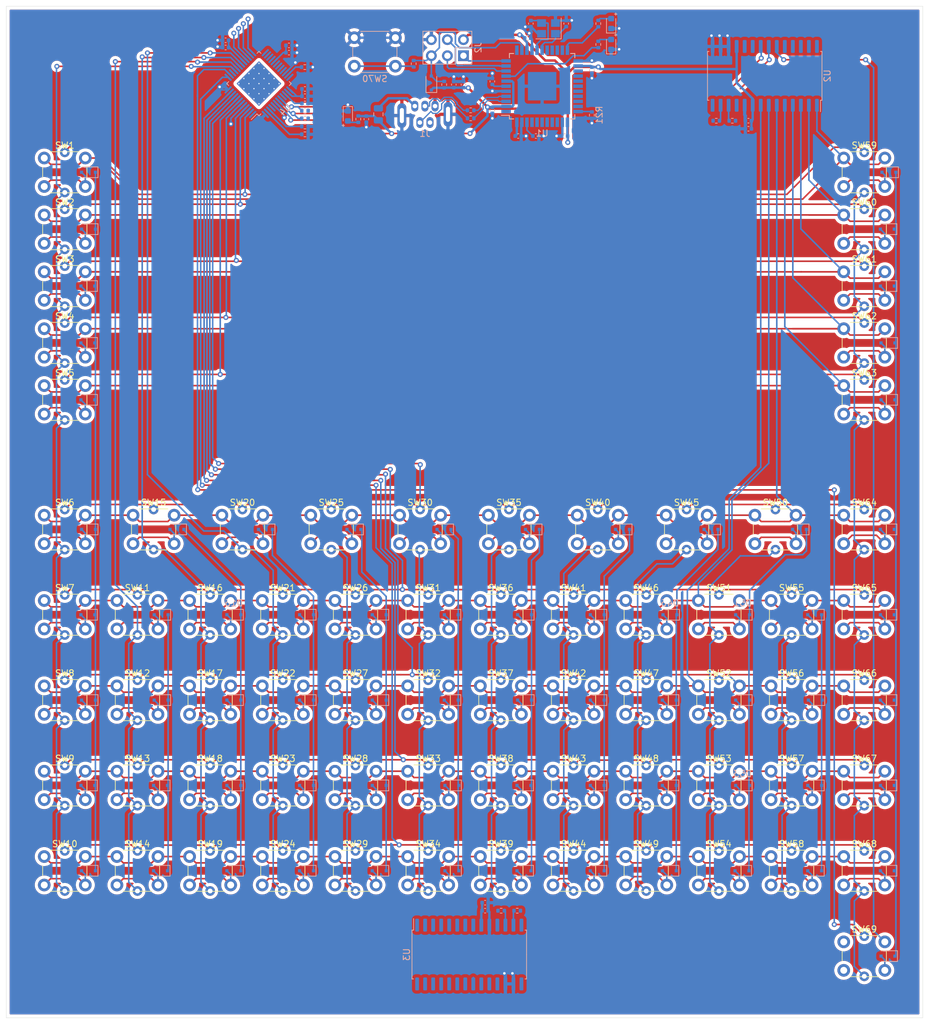
<source format=kicad_pcb>
(kicad_pcb (version 20171130) (host pcbnew "(5.1.10)-1")
  (layers (0 F.Cu signal) (31 B.Cu signal) (34 B.Paste user) (35 F.Paste user) (36 B.SilkS user) (37 F.SilkS user) (38 B.Mask user) (39 F.Mask user) (44 Edge.Cuts user))
  (net 0 "")
  (net 1 GND)
  (net 2 +5V)
  (net 3 "Net-(C9-Pad1)")
  (net 4 "Net-(C11-Pad1)")
  (net 5 /ATmega32u4/XTAL1)
  (net 6 /ATmega32u4/XTAL2)
  (net 7 /ButtonMatrix/COL0)
  (net 8 "Net-(D1-Pad2)")
  (net 9 "Net-(D2-Pad2)")
  (net 10 "Net-(D3-Pad2)")
  (net 11 "Net-(D4-Pad2)")
  (net 12 "Net-(D5-Pad2)")
  (net 13 "Net-(D6-Pad2)")
  (net 14 "Net-(D7-Pad2)")
  (net 15 "Net-(D8-Pad2)")
  (net 16 "Net-(D9-Pad2)")
  (net 17 "Net-(D10-Pad2)")
  (net 18 "Net-(D11-Pad2)")
  (net 19 /ButtonMatrix/COL1)
  (net 20 "Net-(D12-Pad2)")
  (net 21 "Net-(D13-Pad2)")
  (net 22 "Net-(D14-Pad2)")
  (net 23 "Net-(D15-Pad2)")
  (net 24 /ButtonMatrix/COL2)
  (net 25 "Net-(D16-Pad2)")
  (net 26 "Net-(D17-Pad2)")
  (net 27 "Net-(D18-Pad2)")
  (net 28 "Net-(D19-Pad2)")
  (net 29 "Net-(D20-Pad2)")
  (net 30 /ButtonMatrix/COL3)
  (net 31 "Net-(D21-Pad2)")
  (net 32 "Net-(D22-Pad2)")
  (net 33 "Net-(D23-Pad2)")
  (net 34 "Net-(D24-Pad2)")
  (net 35 /ButtonMatrix/COL4)
  (net 36 "Net-(D25-Pad2)")
  (net 37 "Net-(D26-Pad2)")
  (net 38 "Net-(D27-Pad2)")
  (net 39 "Net-(D28-Pad2)")
  (net 40 "Net-(D29-Pad2)")
  (net 41 "Net-(D30-Pad2)")
  (net 42 /ButtonMatrix/COL5)
  (net 43 "Net-(D31-Pad2)")
  (net 44 "Net-(D32-Pad2)")
  (net 45 "Net-(D33-Pad2)")
  (net 46 "Net-(D34-Pad2)")
  (net 47 /ButtonMatrix/COL6)
  (net 48 "Net-(D35-Pad2)")
  (net 49 "Net-(D36-Pad2)")
  (net 50 "Net-(D37-Pad2)")
  (net 51 "Net-(D38-Pad2)")
  (net 52 "Net-(D39-Pad2)")
  (net 53 "Net-(D40-Pad2)")
  (net 54 /ButtonMatrix/COL7)
  (net 55 "Net-(D41-Pad2)")
  (net 56 "Net-(D42-Pad2)")
  (net 57 "Net-(D43-Pad2)")
  (net 58 "Net-(D44-Pad2)")
  (net 59 /ButtonMatrix/COL8)
  (net 60 "Net-(D45-Pad2)")
  (net 61 "Net-(D46-Pad2)")
  (net 62 "Net-(D47-Pad2)")
  (net 63 "Net-(D48-Pad2)")
  (net 64 "Net-(D49-Pad2)")
  (net 65 /ButtonMatrix/COL9)
  (net 66 "Net-(D50-Pad2)")
  (net 67 "Net-(D51-Pad2)")
  (net 68 "Net-(D52-Pad2)")
  (net 69 "Net-(D53-Pad2)")
  (net 70 "Net-(D54-Pad2)")
  (net 71 "Net-(D55-Pad2)")
  (net 72 /ButtonMatrix/COL10)
  (net 73 "Net-(D56-Pad2)")
  (net 74 "Net-(D57-Pad2)")
  (net 75 "Net-(D58-Pad2)")
  (net 76 /ButtonMatrix/COL11)
  (net 77 "Net-(D59-Pad2)")
  (net 78 "Net-(D60-Pad2)")
  (net 79 "Net-(D61-Pad2)")
  (net 80 "Net-(D62-Pad2)")
  (net 81 "Net-(D63-Pad2)")
  (net 82 "Net-(D64-Pad2)")
  (net 83 "Net-(D65-Pad2)")
  (net 84 "Net-(D66-Pad2)")
  (net 85 "Net-(D67-Pad2)")
  (net 86 "Net-(D68-Pad2)")
  (net 87 "Net-(D69-Pad2)")
  (net 88 "Net-(D70-Pad2)")
  (net 89 "Net-(D71-Pad2)")
  (net 90 RESET)
  (net 91 "Net-(D73-Pad2)")
  (net 92 /ATmega32u4/VBUS)
  (net 93 /ATmega32u4/DR+)
  (net 94 /ATmega32u4/DR-)
  (net 95 "Net-(J1-Pad4)")
  (net 96 /ATmega32u4/MISO)
  (net 97 /ATmega32u4/MOSI)
  (net 98 "Net-(R21-Pad2)")
  (net 99 "Net-(R22-Pad1)")
  (net 100 "Net-(R23-Pad1)")
  (net 101 /ATmega32u4/D+)
  (net 102 /ATmega32u4/D-)
  (net 103 "Net-(R26-Pad2)")
  (net 104 /ButtonMatrix/ROW0)
  (net 105 /LEDMatrix/SW1)
  (net 106 /LEDMatrix/SW2)
  (net 107 /ButtonMatrix/ROW1)
  (net 108 /ButtonMatrix/ROW2)
  (net 109 /LEDMatrix/SW3)
  (net 110 /LEDMatrix/SW4)
  (net 111 /ButtonMatrix/ROW3)
  (net 112 /ButtonMatrix/ROW4)
  (net 113 /LEDMatrix/SW5)
  (net 114 /LEDMatrix/SW6)
  (net 115 /ButtonMatrix/ROW5)
  (net 116 /ButtonMatrix/ROW6)
  (net 117 /LEDMatrix/SW7)
  (net 118 /LEDMatrix/SW8)
  (net 119 /ButtonMatrix/ROW7)
  (net 120 /ButtonMatrix/ROW8)
  (net 121 /LEDMatrix/SW9)
  (net 122 /LEDMatrix/SW10)
  (net 123 /ButtonMatrix/ROW9)
  (net 124 /LEDMatrix/SW11)
  (net 125 /ButtonMatrix/ROW10)
  (net 126 "Net-(U1-Pad1)")
  (net 127 "Net-(U1-Pad12)")
  (net 128 "Net-(U1-Pad21)")
  (net 129 "Net-(U1-Pad25)")
  (net 130 "Net-(U1-Pad26)")
  (net 131 "Net-(U1-Pad27)")
  (net 132 "Net-(U1-Pad28)")
  (net 133 "Net-(U1-Pad29)")
  (net 134 "Net-(U1-Pad30)")
  (net 135 "Net-(U1-Pad31)")
  (net 136 "Net-(U1-Pad32)")
  (net 137 "Net-(U1-Pad36)")
  (net 138 "Net-(U1-Pad37)")
  (net 139 "Net-(U1-Pad38)")
  (net 140 "Net-(U1-Pad39)")
  (net 141 "Net-(U1-Pad40)")
  (net 142 "Net-(U1-Pad41)")
  (net 143 "Net-(U2-Pad28)")
  (net 144 "Net-(U2-Pad27)")
  (net 145 "Net-(U2-Pad26)")
  (net 146 "Net-(U2-Pad25)")
  (net 147 "Net-(U2-Pad24)")
  (net 148 "Net-(U2-Pad20)")
  (net 149 "Net-(U2-Pad19)")
  (net 150 "Net-(U2-Pad14)")
  (net 151 "Net-(U2-Pad11)")
  (net 152 "Net-(U3-Pad11)")
  (net 153 "Net-(U3-Pad14)")
  (net 154 "Net-(U3-Pad19)")
  (net 155 "Net-(U3-Pad20)")
  (net 156 "Net-(U3-Pad25)")
  (net 157 "Net-(U3-Pad26)")
  (net 158 "Net-(U3-Pad27)")
  (net 159 "Net-(U3-Pad28)")
  (net 160 "Net-(U4-Pad15)")
  (net 161 /LEDMatrix/CS12)
  (net 162 /LEDMatrix/CS11)
  (net 163 /LEDMatrix/CS10)
  (net 164 /LEDMatrix/CS9)
  (net 165 /LEDMatrix/CS8)
  (net 166 /LEDMatrix/CS7)
  (net 167 /LEDMatrix/CS6)
  (net 168 /LEDMatrix/CS5)
  (net 169 /LEDMatrix/CS4)
  (net 170 /LEDMatrix/CS3)
  (net 171 /LEDMatrix/CS2)
  (net 172 /LEDMatrix/CS1)
  (net 173 /ATmega32u4/SCK)
  (net 174 I2C_SCL)
  (net 175 SDB)
  (net 176 "Net-(R6-Pad1)")
  (net 177 "Net-(R7-Pad1)")
  (net 178 "Net-(U4-Pad1)")
  (net 179 "Net-(U4-Pad30)")
  (net 180 "Net-(U4-Pad31)")
  (net 181 "Net-(U4-Pad32)")
  (net 182 "Net-(U4-Pad33)")
  (net 183 "Net-(U4-Pad40)")
  (net 184 "Net-(U4-Pad45)")
  (net 185 "Net-(U4-Pad36)")
  (net 186 I2C_SDA)
  (module Capacitor_SMD:C_0402_1005Metric (layer B.Cu) (at 137.414 38.1 180)
    (fp_text reference C1)
    (fp_text value 1uF)
    (pad 2 smd roundrect (at 0.48 0 180) (size 0.56 0.62) (layers B.Cu B.Paste B.Mask) (net 1 GND))
    (pad 1 smd roundrect (at -0.48 0 180) (size 0.56 0.62) (layers B.Cu B.Paste B.Mask) (net 2 +5V))
  )
  (module Capacitor_SMD:C_0402_1005Metric (layer B.Cu) (at 137.414 39.37 180)
    (fp_text reference C2)
    (fp_text value 100nf)
    (pad 2 smd roundrect (at 0.48 0 180) (size 0.56 0.62) (layers B.Cu B.Paste B.Mask) (net 1 GND))
    (pad 1 smd roundrect (at -0.48 0 180) (size 0.56 0.62) (layers B.Cu B.Paste B.Mask) (net 2 +5V))
  )
  (module Capacitor_SMD:C_0402_1005Metric (layer B.Cu) (at 95.758 163.068)
    (fp_text reference C3)
    (fp_text value 1uF)
    (pad 1 smd roundrect (at -0.48 0) (size 0.56 0.62) (layers B.Cu B.Paste B.Mask) (net 2 +5V))
    (pad 2 smd roundrect (at 0.48 0) (size 0.56 0.62) (layers B.Cu B.Paste B.Mask) (net 1 GND))
  )
  (module Capacitor_SMD:C_0402_1005Metric (layer B.Cu) (at 95.758 161.798)
    (fp_text reference C4)
    (fp_text value 100nf)
    (pad 1 smd roundrect (at -0.48 0) (size 0.56 0.62) (layers B.Cu B.Paste B.Mask) (net 2 +5V))
    (pad 2 smd roundrect (at 0.48 0) (size 0.56 0.62) (layers B.Cu B.Paste B.Mask) (net 1 GND))
  )
  (module Capacitor_SMD:C_0402_1005Metric (layer B.Cu) (at 103.787 40.513)
    (fp_text reference C9)
    (fp_text value 1uF)
    (pad 1 smd roundrect (at -0.48 0) (size 0.56 0.62) (layers B.Cu B.Paste B.Mask) (net 3 "Net-(C9-Pad1)"))
    (pad 2 smd roundrect (at 0.48 0) (size 0.56 0.62) (layers B.Cu B.Paste B.Mask) (net 1 GND))
  )
  (module Capacitor_SMD:C_0402_1005Metric (layer B.Cu) (at 96.901 36.449 270)
    (fp_text reference C10)
    (fp_text value 10uF)
    (pad 1 smd roundrect (at -0.48 0 270) (size 0.56 0.62) (layers B.Cu B.Paste B.Mask) (net 2 +5V))
    (pad 2 smd roundrect (at 0.48 0 270) (size 0.56 0.62) (layers B.Cu B.Paste B.Mask) (net 1 GND))
  )
  (module Capacitor_SMD:C_0402_1005Metric (layer B.Cu) (at 96.901 31.877 90)
    (fp_text reference C11)
    (fp_text value 1uF)
    (pad 2 smd roundrect (at 0.48 0 90) (size 0.56 0.62) (layers B.Cu B.Paste B.Mask) (net 1 GND))
    (pad 1 smd roundrect (at -0.48 0 90) (size 0.56 0.62) (layers B.Cu B.Paste B.Mask) (net 4 "Net-(C11-Pad1)"))
  )
  (module Capacitor_SMD:C_0402_1005Metric (layer B.Cu) (at 100.993 40.513)
    (fp_text reference C12)
    (fp_text value 100nf)
    (pad 2 smd roundrect (at 0.48 0) (size 0.56 0.62) (layers B.Cu B.Paste B.Mask) (net 1 GND))
    (pad 1 smd roundrect (at -0.48 0) (size 0.56 0.62) (layers B.Cu B.Paste B.Mask) (net 2 +5V))
  )
  (module Capacitor_SMD:C_0402_1005Metric (layer B.Cu) (at 112.649 30.099 270)
    (fp_text reference C13)
    (fp_text value 100nf)
    (pad 1 smd roundrect (at -0.48 0 270) (size 0.56 0.62) (layers B.Cu B.Paste B.Mask) (net 2 +5V))
    (pad 2 smd roundrect (at 0.48 0 270) (size 0.56 0.62) (layers B.Cu B.Paste B.Mask) (net 1 GND))
  )
  (module Capacitor_SMD:C_0402_1005Metric (layer B.Cu) (at 108.331 40.513 180)
    (fp_text reference C14)
    (fp_text value 100nf)
    (pad 2 smd roundrect (at 0.48 0 180) (size 0.56 0.62) (layers B.Cu B.Paste B.Mask) (net 1 GND))
    (pad 1 smd roundrect (at -0.48 0 180) (size 0.56 0.62) (layers B.Cu B.Paste B.Mask) (net 2 +5V))
  )
  (module Capacitor_SMD:C_0402_1005Metric (layer B.Cu) (at 102.489 25.019)
    (fp_text reference C15)
    (fp_text value 100nf)
    (pad 1 smd roundrect (at -0.48 0) (size 0.56 0.62) (layers B.Cu B.Paste B.Mask) (net 2 +5V))
    (pad 2 smd roundrect (at 0.48 0) (size 0.56 0.62) (layers B.Cu B.Paste B.Mask) (net 1 GND))
  )
  (module Capacitor_SMD:C_0402_1005Metric (layer B.Cu) (at 108.585 22.733 90)
    (fp_text reference C16)
    (fp_text value 20pF)
    (pad 1 smd roundrect (at -0.48 0 90) (size 0.56 0.62) (layers B.Cu B.Paste B.Mask) (net 5 /ATmega32u4/XTAL1))
    (pad 2 smd roundrect (at 0.48 0 90) (size 0.56 0.62) (layers B.Cu B.Paste B.Mask) (net 1 GND))
  )
  (module Capacitor_SMD:C_0402_1005Metric (layer B.Cu) (at 102.997 22.733 270)
    (fp_text reference C17)
    (fp_text value 20pF)
    (pad 2 smd roundrect (at 0.48 0 270) (size 0.56 0.62) (layers B.Cu B.Paste B.Mask) (net 1 GND))
    (pad 1 smd roundrect (at -0.48 0 270) (size 0.56 0.62) (layers B.Cu B.Paste B.Mask) (net 6 /ATmega32u4/XTAL2))
  )
  (module Capacitor_SMD:C_0402_1005Metric (layer B.Cu) (at 76.962 37.846 270)
    (fp_text reference C18)
    (fp_text value 10uF)
    (pad 2 smd roundrect (at 0.48 0 270) (size 0.56 0.62) (layers B.Cu B.Paste B.Mask) (net 1 GND))
    (pad 1 smd roundrect (at -0.48 0 270) (size 0.56 0.62) (layers B.Cu B.Paste B.Mask) (net 2 +5V))
  )
  (module Capacitor_SMD:C_0402_1005Metric (layer B.Cu) (at 92.329 32.385 90)
    (fp_text reference C19)
    (fp_text value 100nf)
    (pad 2 smd roundrect (at 0.48 0 90) (size 0.56 0.62) (layers B.Cu B.Paste B.Mask) (net 1 GND))
    (pad 1 smd roundrect (at -0.48 0 90) (size 0.56 0.62) (layers B.Cu B.Paste B.Mask) (net 2 +5V))
  )
  (module Capacitor_SMD:C_0402_1005Metric (layer B.Cu) (at 90.805 32.385 90)
    (fp_text reference C20)
    (fp_text value 100nf)
    (pad 1 smd roundrect (at -0.48 0 90) (size 0.56 0.62) (layers B.Cu B.Paste B.Mask) (net 2 +5V))
    (pad 2 smd roundrect (at 0.48 0 90) (size 0.56 0.62) (layers B.Cu B.Paste B.Mask) (net 1 GND))
  )
  (module Diode_SMD:D_SOD-323F (layer B.Cu) (at 33 46.25 180)
    (fp_text reference D1)
    (fp_text value D_Small)
    (pad 1 smd rect (at -1.1 0 180) (size 0.5 0.5) (layers B.Cu B.Paste B.Mask) (net 7 /ButtonMatrix/COL0))
    (pad 2 smd rect (at 1.1 0 180) (size 0.5 0.5) (layers B.Cu B.Paste B.Mask) (net 8 "Net-(D1-Pad2)"))
  )
  (module Diode_SMD:D_SOD-323F (layer B.Cu) (at 33 55.25 180)
    (fp_text reference D2)
    (fp_text value D_Small)
    (pad 2 smd rect (at 1.1 0 180) (size 0.5 0.5) (layers B.Cu B.Paste B.Mask) (net 9 "Net-(D2-Pad2)"))
    (pad 1 smd rect (at -1.1 0 180) (size 0.5 0.5) (layers B.Cu B.Paste B.Mask) (net 7 /ButtonMatrix/COL0))
  )
  (module Diode_SMD:D_SOD-323F (layer B.Cu) (at 32.9 64.25 180)
    (fp_text reference D3)
    (fp_text value D_Small)
    (pad 2 smd rect (at 1.1 0 180) (size 0.5 0.5) (layers B.Cu B.Paste B.Mask) (net 10 "Net-(D3-Pad2)"))
    (pad 1 smd rect (at -1.1 0 180) (size 0.5 0.5) (layers B.Cu B.Paste B.Mask) (net 7 /ButtonMatrix/COL0))
  )
  (module Diode_SMD:D_SOD-323F (layer B.Cu) (at 32.9 73.25 180)
    (fp_text reference D4)
    (fp_text value D_Small)
    (pad 1 smd rect (at -1.1 0 180) (size 0.5 0.5) (layers B.Cu B.Paste B.Mask) (net 7 /ButtonMatrix/COL0))
    (pad 2 smd rect (at 1.1 0 180) (size 0.5 0.5) (layers B.Cu B.Paste B.Mask) (net 11 "Net-(D4-Pad2)"))
  )
  (module Diode_SMD:D_SOD-323F (layer B.Cu) (at 32.9 82.25 180)
    (fp_text reference D5)
    (fp_text value D_Small)
    (pad 1 smd rect (at -1.1 0 180) (size 0.5 0.5) (layers B.Cu B.Paste B.Mask) (net 7 /ButtonMatrix/COL0))
    (pad 2 smd rect (at 1.1 0 180) (size 0.5 0.5) (layers B.Cu B.Paste B.Mask) (net 12 "Net-(D5-Pad2)"))
  )
  (module Diode_SMD:D_SOD-323F (layer B.Cu) (at 33 102.75 180)
    (fp_text reference D6)
    (fp_text value D_Small)
    (pad 1 smd rect (at -1.1 0 180) (size 0.5 0.5) (layers B.Cu B.Paste B.Mask) (net 7 /ButtonMatrix/COL0))
    (pad 2 smd rect (at 1.1 0 180) (size 0.5 0.5) (layers B.Cu B.Paste B.Mask) (net 13 "Net-(D6-Pad2)"))
  )
  (module Diode_SMD:D_SOD-323F (layer B.Cu) (at 32.9 116.25 180)
    (fp_text reference D7)
    (fp_text value D_Small)
    (pad 1 smd rect (at -1.1 0 180) (size 0.5 0.5) (layers B.Cu B.Paste B.Mask) (net 7 /ButtonMatrix/COL0))
    (pad 2 smd rect (at 1.1 0 180) (size 0.5 0.5) (layers B.Cu B.Paste B.Mask) (net 14 "Net-(D7-Pad2)"))
  )
  (module Diode_SMD:D_SOD-323F (layer B.Cu) (at 33 129.75 180)
    (fp_text reference D8)
    (fp_text value D_Small)
    (pad 2 smd rect (at 1.1 0 180) (size 0.5 0.5) (layers B.Cu B.Paste B.Mask) (net 15 "Net-(D8-Pad2)"))
    (pad 1 smd rect (at -1.1 0 180) (size 0.5 0.5) (layers B.Cu B.Paste B.Mask) (net 7 /ButtonMatrix/COL0))
  )
  (module Diode_SMD:D_SOD-323F (layer B.Cu) (at 32.9 143.25 180)
    (fp_text reference D9)
    (fp_text value D_Small)
    (pad 1 smd rect (at -1.1 0 180) (size 0.5 0.5) (layers B.Cu B.Paste B.Mask) (net 7 /ButtonMatrix/COL0))
    (pad 2 smd rect (at 1.1 0 180) (size 0.5 0.5) (layers B.Cu B.Paste B.Mask) (net 16 "Net-(D9-Pad2)"))
  )
  (module Diode_SMD:D_SOD-323F (layer B.Cu) (at 33 156.75 180)
    (fp_text reference D10)
    (fp_text value D_Small)
    (pad 1 smd rect (at -1.1 0 180) (size 0.5 0.5) (layers B.Cu B.Paste B.Mask) (net 7 /ButtonMatrix/COL0))
    (pad 2 smd rect (at 1.1 0 180) (size 0.5 0.5) (layers B.Cu B.Paste B.Mask) (net 17 "Net-(D10-Pad2)"))
  )
  (module Diode_SMD:D_SOD-323F (layer B.Cu) (at 44.5 116.25 180)
    (fp_text reference D11)
    (fp_text value D_Small)
    (pad 2 smd rect (at 1.1 0 180) (size 0.5 0.5) (layers B.Cu B.Paste B.Mask) (net 18 "Net-(D11-Pad2)"))
    (pad 1 smd rect (at -1.1 0 180) (size 0.5 0.5) (layers B.Cu B.Paste B.Mask) (net 19 /ButtonMatrix/COL1))
  )
  (module Diode_SMD:D_SOD-323F (layer B.Cu) (at 44.5 129.75 180)
    (fp_text reference D12)
    (fp_text value D_Small)
    (pad 1 smd rect (at -1.1 0 180) (size 0.5 0.5) (layers B.Cu B.Paste B.Mask) (net 19 /ButtonMatrix/COL1))
    (pad 2 smd rect (at 1.1 0 180) (size 0.5 0.5) (layers B.Cu B.Paste B.Mask) (net 20 "Net-(D12-Pad2)"))
  )
  (module Diode_SMD:D_SOD-323F (layer B.Cu) (at 44.4 143.25 180)
    (fp_text reference D13)
    (fp_text value D_Small)
    (pad 1 smd rect (at -1.1 0 180) (size 0.5 0.5) (layers B.Cu B.Paste B.Mask) (net 19 /ButtonMatrix/COL1))
    (pad 2 smd rect (at 1.1 0 180) (size 0.5 0.5) (layers B.Cu B.Paste B.Mask) (net 21 "Net-(D13-Pad2)"))
  )
  (module Diode_SMD:D_SOD-323F (layer B.Cu) (at 44.4 156.75 180)
    (fp_text reference D14)
    (fp_text value D_Small)
    (pad 2 smd rect (at 1.1 0 180) (size 0.5 0.5) (layers B.Cu B.Paste B.Mask) (net 22 "Net-(D14-Pad2)"))
    (pad 1 smd rect (at -1.1 0 180) (size 0.5 0.5) (layers B.Cu B.Paste B.Mask) (net 19 /ButtonMatrix/COL1))
  )
  (module Diode_SMD:D_SOD-323F (layer B.Cu) (at 47 102.75 180)
    (fp_text reference D15)
    (fp_text value D_Small)
    (pad 2 smd rect (at 1.1 0 180) (size 0.5 0.5) (layers B.Cu B.Paste B.Mask) (net 23 "Net-(D15-Pad2)"))
    (pad 1 smd rect (at -1.1 0 180) (size 0.5 0.5) (layers B.Cu B.Paste B.Mask) (net 24 /ButtonMatrix/COL2))
  )
  (module Diode_SMD:D_SOD-323F (layer B.Cu) (at 56 116.25 180)
    (fp_text reference D16 (at 0 1.85) (layer B.SilkS) (effects (justify mirror)))
    (fp_text value D_Small)
    (pad 2 smd rect (at 1.1 0 180) (size 0.5 0.5) (layers B.Cu B.Paste B.Mask) (net 25 "Net-(D16-Pad2)"))
    (pad 1 smd rect (at -1.1 0 180) (size 0.5 0.5) (layers B.Cu B.Paste B.Mask) (net 24 /ButtonMatrix/COL2))
  )
  (module Diode_SMD:D_SOD-323F (layer B.Cu) (at 56 129.75 180)
    (fp_text reference D17)
    (fp_text value D_Small)
    (pad 1 smd rect (at -1.1 0 180) (size 0.5 0.5) (layers B.Cu B.Paste B.Mask) (net 24 /ButtonMatrix/COL2))
    (pad 2 smd rect (at 1.1 0 180) (size 0.5 0.5) (layers B.Cu B.Paste B.Mask) (net 26 "Net-(D17-Pad2)"))
  )
  (module Diode_SMD:D_SOD-323F (layer B.Cu) (at 56 143.25 180)
    (fp_text reference D18)
    (fp_text value D_Small)
    (pad 2 smd rect (at 1.1 0 180) (size 0.5 0.5) (layers B.Cu B.Paste B.Mask) (net 27 "Net-(D18-Pad2)"))
    (pad 1 smd rect (at -1.1 0 180) (size 0.5 0.5) (layers B.Cu B.Paste B.Mask) (net 24 /ButtonMatrix/COL2))
  )
  (module Diode_SMD:D_SOD-323F (layer B.Cu) (at 56 156.75 180)
    (fp_text reference D19)
    (fp_text value D_Small)
    (pad 2 smd rect (at 1.1 0 180) (size 0.5 0.5) (layers B.Cu B.Paste B.Mask) (net 28 "Net-(D19-Pad2)"))
    (pad 1 smd rect (at -1.1 0 180) (size 0.5 0.5) (layers B.Cu B.Paste B.Mask) (net 24 /ButtonMatrix/COL2))
  )
  (module Diode_SMD:D_SOD-323F (layer B.Cu) (at 61 102.75 180)
    (fp_text reference D20)
    (fp_text value D_Small)
    (pad 2 smd rect (at 1.1 0 180) (size 0.5 0.5) (layers B.Cu B.Paste B.Mask) (net 29 "Net-(D20-Pad2)"))
    (pad 1 smd rect (at -1.1 0 180) (size 0.5 0.5) (layers B.Cu B.Paste B.Mask) (net 30 /ButtonMatrix/COL3))
  )
  (module Diode_SMD:D_SOD-323F (layer B.Cu) (at 67.5 116.25 180)
    (fp_text reference D21)
    (fp_text value D_Small)
    (pad 2 smd rect (at 1.1 0 180) (size 0.5 0.5) (layers B.Cu B.Paste B.Mask) (net 31 "Net-(D21-Pad2)"))
    (pad 1 smd rect (at -1.1 0 180) (size 0.5 0.5) (layers B.Cu B.Paste B.Mask) (net 30 /ButtonMatrix/COL3))
  )
  (module Diode_SMD:D_SOD-323F (layer B.Cu) (at 67.5 129.75 180)
    (fp_text reference D22)
    (fp_text value D_Small)
    (pad 1 smd rect (at -1.1 0 180) (size 0.5 0.5) (layers B.Cu B.Paste B.Mask) (net 30 /ButtonMatrix/COL3))
    (pad 2 smd rect (at 1.1 0 180) (size 0.5 0.5) (layers B.Cu B.Paste B.Mask) (net 32 "Net-(D22-Pad2)"))
  )
  (module Diode_SMD:D_SOD-323F (layer B.Cu) (at 67.5 143.25 180)
    (fp_text reference D23)
    (fp_text value D_Small)
    (pad 2 smd rect (at 1.1 0 180) (size 0.5 0.5) (layers B.Cu B.Paste B.Mask) (net 33 "Net-(D23-Pad2)"))
    (pad 1 smd rect (at -1.1 0 180) (size 0.5 0.5) (layers B.Cu B.Paste B.Mask) (net 30 /ButtonMatrix/COL3))
  )
  (module Diode_SMD:D_SOD-323F (layer B.Cu) (at 67.5 156.75 180)
    (fp_text reference D24)
    (fp_text value D_Small)
    (pad 1 smd rect (at -1.1 0 180) (size 0.5 0.5) (layers B.Cu B.Paste B.Mask) (net 30 /ButtonMatrix/COL3))
    (pad 2 smd rect (at 1.1 0 180) (size 0.5 0.5) (layers B.Cu B.Paste B.Mask) (net 34 "Net-(D24-Pad2)"))
  )
  (module Diode_SMD:D_SOD-323F (layer B.Cu) (at 75 102.75 180)
    (fp_text reference D25)
    (fp_text value D_Small)
    (pad 1 smd rect (at -1.1 0 180) (size 0.5 0.5) (layers B.Cu B.Paste B.Mask) (net 35 /ButtonMatrix/COL4))
    (pad 2 smd rect (at 1.1 0 180) (size 0.5 0.5) (layers B.Cu B.Paste B.Mask) (net 36 "Net-(D25-Pad2)"))
  )
  (module Diode_SMD:D_SOD-323F (layer B.Cu) (at 79 116.25 180)
    (fp_text reference D26)
    (fp_text value D_Small)
    (pad 2 smd rect (at 1.1 0 180) (size 0.5 0.5) (layers B.Cu B.Paste B.Mask) (net 37 "Net-(D26-Pad2)"))
    (pad 1 smd rect (at -1.1 0 180) (size 0.5 0.5) (layers B.Cu B.Paste B.Mask) (net 35 /ButtonMatrix/COL4))
  )
  (module Diode_SMD:D_SOD-323F (layer B.Cu) (at 79 129.75 180)
    (fp_text reference D27)
    (fp_text value D_Small)
    (pad 1 smd rect (at -1.1 0 180) (size 0.5 0.5) (layers B.Cu B.Paste B.Mask) (net 35 /ButtonMatrix/COL4))
    (pad 2 smd rect (at 1.1 0 180) (size 0.5 0.5) (layers B.Cu B.Paste B.Mask) (net 38 "Net-(D27-Pad2)"))
  )
  (module Diode_SMD:D_SOD-323F (layer B.Cu) (at 79 143.25 180)
    (fp_text reference D28)
    (fp_text value D_Small)
    (pad 2 smd rect (at 1.1 0 180) (size 0.5 0.5) (layers B.Cu B.Paste B.Mask) (net 39 "Net-(D28-Pad2)"))
    (pad 1 smd rect (at -1.1 0 180) (size 0.5 0.5) (layers B.Cu B.Paste B.Mask) (net 35 /ButtonMatrix/COL4))
  )
  (module Diode_SMD:D_SOD-323F (layer B.Cu) (at 79 156.75 180)
    (fp_text reference D29)
    (fp_text value D_Small)
    (pad 1 smd rect (at -1.1 0 180) (size 0.5 0.5) (layers B.Cu B.Paste B.Mask) (net 35 /ButtonMatrix/COL4))
    (pad 2 smd rect (at 1.1 0 180) (size 0.5 0.5) (layers B.Cu B.Paste B.Mask) (net 40 "Net-(D29-Pad2)"))
  )
  (module Diode_SMD:D_SOD-323F (layer B.Cu) (at 89.25 102.75 180)
    (fp_text reference D30)
    (fp_text value D_Small)
    (pad 2 smd rect (at 1.1 0 180) (size 0.5 0.5) (layers B.Cu B.Paste B.Mask) (net 41 "Net-(D30-Pad2)"))
    (pad 1 smd rect (at -1.1 0 180) (size 0.5 0.5) (layers B.Cu B.Paste B.Mask) (net 42 /ButtonMatrix/COL5))
  )
  (module Diode_SMD:D_SOD-323F (layer B.Cu) (at 90.4 116.25 180)
    (fp_text reference D31)
    (fp_text value D_Small)
    (pad 1 smd rect (at -1.1 0 180) (size 0.5 0.5) (layers B.Cu B.Paste B.Mask) (net 42 /ButtonMatrix/COL5))
    (pad 2 smd rect (at 1.1 0 180) (size 0.5 0.5) (layers B.Cu B.Paste B.Mask) (net 43 "Net-(D31-Pad2)"))
  )
  (module Diode_SMD:D_SOD-323F (layer B.Cu) (at 90.4 129.75 180)
    (fp_text reference D32)
    (fp_text value D_Small)
    (pad 2 smd rect (at 1.1 0 180) (size 0.5 0.5) (layers B.Cu B.Paste B.Mask) (net 44 "Net-(D32-Pad2)"))
    (pad 1 smd rect (at -1.1 0 180) (size 0.5 0.5) (layers B.Cu B.Paste B.Mask) (net 42 /ButtonMatrix/COL5))
  )
  (module Diode_SMD:D_SOD-323F (layer B.Cu) (at 90.5 143.25 180)
    (fp_text reference D33)
    (fp_text value D_Small)
    (pad 1 smd rect (at -1.1 0 180) (size 0.5 0.5) (layers B.Cu B.Paste B.Mask) (net 42 /ButtonMatrix/COL5))
    (pad 2 smd rect (at 1.1 0 180) (size 0.5 0.5) (layers B.Cu B.Paste B.Mask) (net 45 "Net-(D33-Pad2)"))
  )
  (module Diode_SMD:D_SOD-323F (layer B.Cu) (at 90.5 156.75 180)
    (fp_text reference D34)
    (fp_text value D_Small)
    (pad 2 smd rect (at 1.1 0 180) (size 0.5 0.5) (layers B.Cu B.Paste B.Mask) (net 46 "Net-(D34-Pad2)"))
    (pad 1 smd rect (at -1.1 0 180) (size 0.5 0.5) (layers B.Cu B.Paste B.Mask) (net 42 /ButtonMatrix/COL5))
  )
  (module Diode_SMD:D_SOD-323F (layer B.Cu) (at 103.25 102.75 180)
    (fp_text reference D35)
    (fp_text value D_Small)
    (pad 1 smd rect (at -1.1 0 180) (size 0.5 0.5) (layers B.Cu B.Paste B.Mask) (net 47 /ButtonMatrix/COL6))
    (pad 2 smd rect (at 1.1 0 180) (size 0.5 0.5) (layers B.Cu B.Paste B.Mask) (net 48 "Net-(D35-Pad2)"))
  )
  (module Diode_SMD:D_SOD-323F (layer B.Cu) (at 102 116.25 180)
    (fp_text reference D36)
    (fp_text value D_Small)
    (pad 2 smd rect (at 1.1 0 180) (size 0.5 0.5) (layers B.Cu B.Paste B.Mask) (net 49 "Net-(D36-Pad2)"))
    (pad 1 smd rect (at -1.1 0 180) (size 0.5 0.5) (layers B.Cu B.Paste B.Mask) (net 47 /ButtonMatrix/COL6))
  )
  (module Diode_SMD:D_SOD-323F (layer B.Cu) (at 102 129.75 180)
    (fp_text reference D37)
    (fp_text value D_Small)
    (pad 1 smd rect (at -1.1 0 180) (size 0.5 0.5) (layers B.Cu B.Paste B.Mask) (net 47 /ButtonMatrix/COL6))
    (pad 2 smd rect (at 1.1 0 180) (size 0.5 0.5) (layers B.Cu B.Paste B.Mask) (net 50 "Net-(D37-Pad2)"))
  )
  (module Diode_SMD:D_SOD-323F (layer B.Cu) (at 101.9 143.25 180)
    (fp_text reference D38)
    (fp_text value D_Small)
    (pad 2 smd rect (at 1.1 0 180) (size 0.5 0.5) (layers B.Cu B.Paste B.Mask) (net 51 "Net-(D38-Pad2)"))
    (pad 1 smd rect (at -1.1 0 180) (size 0.5 0.5) (layers B.Cu B.Paste B.Mask) (net 47 /ButtonMatrix/COL6))
  )
  (module Diode_SMD:D_SOD-323F (layer B.Cu) (at 101.9 156.75 180)
    (fp_text reference D39)
    (fp_text value D_Small)
    (pad 1 smd rect (at -1.1 0 180) (size 0.5 0.5) (layers B.Cu B.Paste B.Mask) (net 47 /ButtonMatrix/COL6))
    (pad 2 smd rect (at 1.1 0 180) (size 0.5 0.5) (layers B.Cu B.Paste B.Mask) (net 52 "Net-(D39-Pad2)"))
  )
  (module Diode_SMD:D_SOD-323F (layer B.Cu) (at 117.5 102.75 180)
    (fp_text reference D40)
    (fp_text value D_Small)
    (pad 2 smd rect (at 1.1 0 180) (size 0.5 0.5) (layers B.Cu B.Paste B.Mask) (net 53 "Net-(D40-Pad2)"))
    (pad 1 smd rect (at -1.1 0 180) (size 0.5 0.5) (layers B.Cu B.Paste B.Mask) (net 54 /ButtonMatrix/COL7))
  )
  (module Diode_SMD:D_SOD-323F (layer B.Cu) (at 113.5 116.25 180)
    (fp_text reference D41)
    (fp_text value D_Small)
    (pad 1 smd rect (at -1.1 0 180) (size 0.5 0.5) (layers B.Cu B.Paste B.Mask) (net 54 /ButtonMatrix/COL7))
    (pad 2 smd rect (at 1.1 0 180) (size 0.5 0.5) (layers B.Cu B.Paste B.Mask) (net 55 "Net-(D41-Pad2)"))
  )
  (module Diode_SMD:D_SOD-323F (layer B.Cu) (at 113.5 129.75 180)
    (fp_text reference D42)
    (fp_text value D_Small)
    (pad 2 smd rect (at 1.1 0 180) (size 0.5 0.5) (layers B.Cu B.Paste B.Mask) (net 56 "Net-(D42-Pad2)"))
    (pad 1 smd rect (at -1.1 0 180) (size 0.5 0.5) (layers B.Cu B.Paste B.Mask) (net 54 /ButtonMatrix/COL7))
  )
  (module Diode_SMD:D_SOD-323F (layer B.Cu) (at 113.5 143.25 180)
    (fp_text reference D43)
    (fp_text value D_Small)
    (pad 1 smd rect (at -1.1 0 180) (size 0.5 0.5) (layers B.Cu B.Paste B.Mask) (net 54 /ButtonMatrix/COL7))
    (pad 2 smd rect (at 1.1 0 180) (size 0.5 0.5) (layers B.Cu B.Paste B.Mask) (net 57 "Net-(D43-Pad2)"))
  )
  (module Diode_SMD:D_SOD-323F (layer B.Cu) (at 113.5 156.75 180)
    (fp_text reference D44)
    (fp_text value D_Small)
    (pad 2 smd rect (at 1.1 0 180) (size 0.5 0.5) (layers B.Cu B.Paste B.Mask) (net 58 "Net-(D44-Pad2)"))
    (pad 1 smd rect (at -1.1 0 180) (size 0.5 0.5) (layers B.Cu B.Paste B.Mask) (net 54 /ButtonMatrix/COL7))
  )
  (module Diode_SMD:D_SOD-323F (layer B.Cu) (at 131.5 102.75 180)
    (fp_text reference D45)
    (fp_text value D_Small)
    (pad 1 smd rect (at -1.1 0 180) (size 0.5 0.5) (layers B.Cu B.Paste B.Mask) (net 59 /ButtonMatrix/COL8))
    (pad 2 smd rect (at 1.1 0 180) (size 0.5 0.5) (layers B.Cu B.Paste B.Mask) (net 60 "Net-(D45-Pad2)"))
  )
  (module Diode_SMD:D_SOD-323F (layer B.Cu) (at 125 116.25 180)
    (fp_text reference D46 (at 0 1.85) (layer B.SilkS) (effects (justify mirror)))
    (fp_text value D_Small)
    (pad 2 smd rect (at 1.1 0 180) (size 0.5 0.5) (layers B.Cu B.Paste B.Mask) (net 61 "Net-(D46-Pad2)"))
    (pad 1 smd rect (at -1.1 0 180) (size 0.5 0.5) (layers B.Cu B.Paste B.Mask) (net 59 /ButtonMatrix/COL8))
  )
  (module Diode_SMD:D_SOD-323F (layer B.Cu) (at 124.9 129.75 180)
    (fp_text reference D47)
    (fp_text value D_Small)
    (pad 1 smd rect (at -1.1 0 180) (size 0.5 0.5) (layers B.Cu B.Paste B.Mask) (net 59 /ButtonMatrix/COL8))
    (pad 2 smd rect (at 1.1 0 180) (size 0.5 0.5) (layers B.Cu B.Paste B.Mask) (net 62 "Net-(D47-Pad2)"))
  )
  (module Diode_SMD:D_SOD-323F (layer B.Cu) (at 124.9 143.25 180)
    (fp_text reference D48)
    (fp_text value D_Small)
    (pad 2 smd rect (at 1.1 0 180) (size 0.5 0.5) (layers B.Cu B.Paste B.Mask) (net 63 "Net-(D48-Pad2)"))
    (pad 1 smd rect (at -1.1 0 180) (size 0.5 0.5) (layers B.Cu B.Paste B.Mask) (net 59 /ButtonMatrix/COL8))
  )
  (module Diode_SMD:D_SOD-323F (layer B.Cu) (at 124.9 156.75 180)
    (fp_text reference D49)
    (fp_text value D_Small)
    (pad 2 smd rect (at 1.1 0 180) (size 0.5 0.5) (layers B.Cu B.Paste B.Mask) (net 64 "Net-(D49-Pad2)"))
    (pad 1 smd rect (at -1.1 0 180) (size 0.5 0.5) (layers B.Cu B.Paste B.Mask) (net 59 /ButtonMatrix/COL8))
  )
  (module Diode_SMD:D_SOD-323F (layer B.Cu) (at 145.5 102.75 180)
    (fp_text reference D50)
    (fp_text value D_Small)
    (pad 1 smd rect (at -1.1 0 180) (size 0.5 0.5) (layers B.Cu B.Paste B.Mask) (net 65 /ButtonMatrix/COL9))
    (pad 2 smd rect (at 1.1 0 180) (size 0.5 0.5) (layers B.Cu B.Paste B.Mask) (net 66 "Net-(D50-Pad2)"))
  )
  (module Diode_SMD:D_SOD-323F (layer B.Cu) (at 136.5 116.25 180)
    (fp_text reference D51 (at 0 1.85) (layer B.SilkS) (effects (justify mirror)))
    (fp_text value D_Small)
    (pad 2 smd rect (at 1.1 0 180) (size 0.5 0.5) (layers B.Cu B.Paste B.Mask) (net 67 "Net-(D51-Pad2)"))
    (pad 1 smd rect (at -1.1 0 180) (size 0.5 0.5) (layers B.Cu B.Paste B.Mask) (net 65 /ButtonMatrix/COL9))
  )
  (module Diode_SMD:D_SOD-323F (layer B.Cu) (at 136.5 129.75 180)
    (fp_text reference D52)
    (fp_text value D_Small)
    (pad 1 smd rect (at -1.1 0 180) (size 0.5 0.5) (layers B.Cu B.Paste B.Mask) (net 65 /ButtonMatrix/COL9))
    (pad 2 smd rect (at 1.1 0 180) (size 0.5 0.5) (layers B.Cu B.Paste B.Mask) (net 68 "Net-(D52-Pad2)"))
  )
  (module Diode_SMD:D_SOD-323F (layer B.Cu) (at 136.5 143.25 180)
    (fp_text reference D53 (at 0 1.85) (layer B.SilkS) (effects (justify mirror)))
    (fp_text value D_Small)
    (pad 2 smd rect (at 1.1 0 180) (size 0.5 0.5) (layers B.Cu B.Paste B.Mask) (net 69 "Net-(D53-Pad2)"))
    (pad 1 smd rect (at -1.1 0 180) (size 0.5 0.5) (layers B.Cu B.Paste B.Mask) (net 65 /ButtonMatrix/COL9))
  )
  (module Diode_SMD:D_SOD-323F (layer B.Cu) (at 136.4 156.75 180)
    (fp_text reference D54)
    (fp_text value D_Small)
    (pad 1 smd rect (at -1.1 0 180) (size 0.5 0.5) (layers B.Cu B.Paste B.Mask) (net 65 /ButtonMatrix/COL9))
    (pad 2 smd rect (at 1.1 0 180) (size 0.5 0.5) (layers B.Cu B.Paste B.Mask) (net 70 "Net-(D54-Pad2)"))
  )
  (module Diode_SMD:D_SOD-323F (layer B.Cu) (at 147.9 116.25 180)
    (fp_text reference D55)
    (fp_text value D_Small)
    (pad 2 smd rect (at 1.1 0 180) (size 0.5 0.5) (layers B.Cu B.Paste B.Mask) (net 71 "Net-(D55-Pad2)"))
    (pad 1 smd rect (at -1.1 0 180) (size 0.5 0.5) (layers B.Cu B.Paste B.Mask) (net 72 /ButtonMatrix/COL10))
  )
  (module Diode_SMD:D_SOD-323F (layer B.Cu) (at 148 129.75 180)
    (fp_text reference D56)
    (fp_text value D_Small)
    (pad 1 smd rect (at -1.1 0 180) (size 0.5 0.5) (layers B.Cu B.Paste B.Mask) (net 72 /ButtonMatrix/COL10))
    (pad 2 smd rect (at 1.1 0 180) (size 0.5 0.5) (layers B.Cu B.Paste B.Mask) (net 73 "Net-(D56-Pad2)"))
  )
  (module Diode_SMD:D_SOD-323F (layer B.Cu) (at 147.9 143.25 180)
    (fp_text reference D57)
    (fp_text value D_Small)
    (pad 2 smd rect (at 1.1 0 180) (size 0.5 0.5) (layers B.Cu B.Paste B.Mask) (net 74 "Net-(D57-Pad2)"))
    (pad 1 smd rect (at -1.1 0 180) (size 0.5 0.5) (layers B.Cu B.Paste B.Mask) (net 72 /ButtonMatrix/COL10))
  )
  (module Diode_SMD:D_SOD-323F (layer B.Cu) (at 147.9 156.75 180)
    (fp_text reference D58)
    (fp_text value D_Small)
    (pad 1 smd rect (at -1.1 0 180) (size 0.5 0.5) (layers B.Cu B.Paste B.Mask) (net 72 /ButtonMatrix/COL10))
    (pad 2 smd rect (at 1.1 0 180) (size 0.5 0.5) (layers B.Cu B.Paste B.Mask) (net 75 "Net-(D58-Pad2)"))
  )
  (module Diode_SMD:D_SOD-323F (layer B.Cu) (at 159.65 46.25 180)
    (fp_text reference D59)
    (fp_text value D_Small)
    (pad 1 smd rect (at -1.1 0 180) (size 0.5 0.5) (layers B.Cu B.Paste B.Mask) (net 76 /ButtonMatrix/COL11))
    (pad 2 smd rect (at 1.1 0 180) (size 0.5 0.5) (layers B.Cu B.Paste B.Mask) (net 77 "Net-(D59-Pad2)"))
  )
  (module Diode_SMD:D_SOD-323F (layer B.Cu) (at 159.4 55.25 180)
    (fp_text reference D60)
    (fp_text value D_Small)
    (pad 2 smd rect (at 1.1 0 180) (size 0.5 0.5) (layers B.Cu B.Paste B.Mask) (net 78 "Net-(D60-Pad2)"))
    (pad 1 smd rect (at -1.1 0 180) (size 0.5 0.5) (layers B.Cu B.Paste B.Mask) (net 76 /ButtonMatrix/COL11))
  )
  (module Diode_SMD:D_SOD-323F (layer B.Cu) (at 159.4 64.25 180)
    (fp_text reference D61)
    (fp_text value D_Small)
    (pad 1 smd rect (at -1.1 0 180) (size 0.5 0.5) (layers B.Cu B.Paste B.Mask) (net 76 /ButtonMatrix/COL11))
    (pad 2 smd rect (at 1.1 0 180) (size 0.5 0.5) (layers B.Cu B.Paste B.Mask) (net 79 "Net-(D61-Pad2)"))
  )
  (module Diode_SMD:D_SOD-323F (layer B.Cu) (at 159.5 73.25 180)
    (fp_text reference D62)
    (fp_text value D_Small)
    (pad 2 smd rect (at 1.1 0 180) (size 0.5 0.5) (layers B.Cu B.Paste B.Mask) (net 80 "Net-(D62-Pad2)"))
    (pad 1 smd rect (at -1.1 0 180) (size 0.5 0.5) (layers B.Cu B.Paste B.Mask) (net 76 /ButtonMatrix/COL11))
  )
  (module Diode_SMD:D_SOD-323F (layer B.Cu) (at 159.5 82.25 180)
    (fp_text reference D63)
    (fp_text value D_Small)
    (pad 1 smd rect (at -1.1 0 180) (size 0.5 0.5) (layers B.Cu B.Paste B.Mask) (net 76 /ButtonMatrix/COL11))
    (pad 2 smd rect (at 1.1 0 180) (size 0.5 0.5) (layers B.Cu B.Paste B.Mask) (net 81 "Net-(D63-Pad2)"))
  )
  (module Diode_SMD:D_SOD-323F (layer B.Cu) (at 159.4 102.75 180)
    (fp_text reference D64)
    (fp_text value D_Small)
    (pad 2 smd rect (at 1.1 0 180) (size 0.5 0.5) (layers B.Cu B.Paste B.Mask) (net 82 "Net-(D64-Pad2)"))
    (pad 1 smd rect (at -1.1 0 180) (size 0.5 0.5) (layers B.Cu B.Paste B.Mask) (net 76 /ButtonMatrix/COL11))
  )
  (module Diode_SMD:D_SOD-323F (layer B.Cu) (at 159.4 116.25 180)
    (fp_text reference D65)
    (fp_text value D_Small)
    (pad 1 smd rect (at -1.1 0 180) (size 0.5 0.5) (layers B.Cu B.Paste B.Mask) (net 76 /ButtonMatrix/COL11))
    (pad 2 smd rect (at 1.1 0 180) (size 0.5 0.5) (layers B.Cu B.Paste B.Mask) (net 83 "Net-(D65-Pad2)"))
  )
  (module Diode_SMD:D_SOD-323F (layer B.Cu) (at 159.4 129.75 180)
    (fp_text reference D66)
    (fp_text value D_Small)
    (pad 2 smd rect (at 1.1 0 180) (size 0.5 0.5) (layers B.Cu B.Paste B.Mask) (net 84 "Net-(D66-Pad2)"))
    (pad 1 smd rect (at -1.1 0 180) (size 0.5 0.5) (layers B.Cu B.Paste B.Mask) (net 76 /ButtonMatrix/COL11))
  )
  (module Diode_SMD:D_SOD-323F (layer B.Cu) (at 159.4 143.25 180)
    (fp_text reference D67)
    (fp_text value D_Small)
    (pad 1 smd rect (at -1.1 0 180) (size 0.5 0.5) (layers B.Cu B.Paste B.Mask) (net 76 /ButtonMatrix/COL11))
    (pad 2 smd rect (at 1.1 0 180) (size 0.5 0.5) (layers B.Cu B.Paste B.Mask) (net 85 "Net-(D67-Pad2)"))
  )
  (module Diode_SMD:D_SOD-323F (layer B.Cu) (at 159.4 156.75 180)
    (fp_text reference D68)
    (fp_text value D_Small)
    (pad 2 smd rect (at 1.1 0 180) (size 0.5 0.5) (layers B.Cu B.Paste B.Mask) (net 86 "Net-(D68-Pad2)"))
    (pad 1 smd rect (at -1.1 0 180) (size 0.5 0.5) (layers B.Cu B.Paste B.Mask) (net 76 /ButtonMatrix/COL11))
  )
  (module Diode_SMD:D_SOD-323F (layer B.Cu) (at 159.5 170.25 180)
    (fp_text reference D69)
    (fp_text value D_Small)
    (pad 2 smd rect (at 1.1 0 180) (size 0.5 0.5) (layers B.Cu B.Paste B.Mask) (net 87 "Net-(D69-Pad2)"))
    (pad 1 smd rect (at -1.1 0 180) (size 0.5 0.5) (layers B.Cu B.Paste B.Mask) (net 76 /ButtonMatrix/COL11))
  )
  (module Collins-FMS-3000:LED_0603_1608Metric (layer B.Cu) (at 115.697 26.035 90)
    (fp_text reference D70)
    (fp_text value YELLOW)
    (pad 1 smd roundrect (at -0.7875 0 90) (size 0.875 0.95) (layers B.Cu B.Paste B.Mask) (net 1 GND))
    (pad 2 smd roundrect (at 0.7875 0 90) (size 0.875 0.95) (layers B.Cu B.Paste B.Mask) (net 88 "Net-(D70-Pad2)"))
  )
  (module Collins-FMS-3000:LED_0603_1608Metric (layer B.Cu) (at 115.697 22.733 90)
    (fp_text reference D71)
    (fp_text value GREEN)
    (pad 2 smd roundrect (at 0.7875 0 90) (size 0.875 0.95) (layers B.Cu B.Paste B.Mask) (net 89 "Net-(D71-Pad2)"))
    (pad 1 smd roundrect (at -0.7875 0 90) (size 0.875 0.95) (layers B.Cu B.Paste B.Mask) (net 1 GND))
  )
  (module Diode_SMD:D_SOD-323F (layer B.Cu) (at 87.249 32.131 90)
    (fp_text reference D72)
    (fp_text value D_Small)
    (pad 1 smd rect (at -1.1 0 90) (size 0.5 0.5) (layers B.Cu B.Paste B.Mask) (net 2 +5V))
    (pad 2 smd rect (at 1.1 0 90) (size 0.5 0.5) (layers B.Cu B.Paste B.Mask) (net 90 RESET))
  )
  (module Collins-FMS-3000:LED_0603_1608Metric (layer B.Cu) (at 74.041 37.338 270)
    (fp_text reference D73)
    (fp_text value GREEN)
    (pad 2 smd roundrect (at 0.7875 0 270) (size 0.875 0.95) (layers B.Cu B.Paste B.Mask) (net 91 "Net-(D73-Pad2)"))
    (pad 1 smd roundrect (at -0.7875 0 270) (size 0.875 0.95) (layers B.Cu B.Paste B.Mask) (net 1 GND))
  )
  (module Capacitor_SMD:C_0805_2012Metric (layer B.Cu) (at 78.867 37.084 90)
    (fp_text reference FB1)
    (fp_text value Ferrite_Bead_Small)
    (pad 1 smd roundrect (at -0.95 0 90) (size 1 1.45) (layers B.Cu B.Paste B.Mask) (net 2 +5V))
    (pad 2 smd roundrect (at 0.95 0 90) (size 1 1.45) (layers B.Cu B.Paste B.Mask) (net 92 /ATmega32u4/VBUS))
  )
  (module Collins-FMS-3000:USB_B_Mini_Amphenol_UE25BE5510H (layer B.Cu) (at 86.233 37.084 180)
    (fp_text reference J1 (at 0 -3.05) (layer B.SilkS) (effects (justify mirror)))
    (fp_text value USB_B_Mini)
    (pad 1 thru_hole oval (at 1.6 1.3 180) (size 1.1 1.7) (drill 0.7) (layers *.Cu *.Mask) (net 92 /ATmega32u4/VBUS))
    (pad 3 thru_hole oval (at 0 1.3 180) (size 1.1 1.7) (drill 0.7) (layers *.Cu *.Mask) (net 93 /ATmega32u4/DR+))
    (pad 5 thru_hole oval (at -1.6 1.3 180) (size 1.1 1.7) (drill 0.7) (layers *.Cu *.Mask) (net 1 GND))
    (pad 2 thru_hole oval (at 0.8 -1.3 180) (size 1.1 1.7) (drill 0.7) (layers *.Cu *.Mask) (net 94 /ATmega32u4/DR-))
    (pad 4 thru_hole oval (at -0.8 -1.3 180) (size 1.1 1.7) (drill 0.7) (layers *.Cu *.Mask) (net 95 "Net-(J1-Pad4)"))
    (pad 6 thru_hole oval (at -3.65 0 180) (size 1.4 3.9) (drill oval 0.65 2.4) (layers *.Cu *.Mask) (net 1 GND))
    (pad 6 thru_hole oval (at 3.65 -0.2 180) (size 1.4 3.9) (drill oval 0.65 2.4) (layers *.Cu *.Mask) (net 1 GND))
  )
  (module Connector_PinHeader_2.54mm:PinHeader_2x03_P2.54mm_Vertical (layer B.Cu) (at 92.329 27.813 90)
    (fp_text reference J2 (at 1.27 2.33 90) (layer B.SilkS) (effects (justify mirror)))
    (fp_text value AVR-ISP-6)
    (pad 1 thru_hole rect (at 0 0 90) (size 1.7 1.7) (drill 1) (layers *.Cu *.Mask) (net 96 /ATmega32u4/MISO))
    (pad 2 thru_hole oval (at 2.54 0 90) (size 1.7 1.7) (drill 1) (layers *.Cu *.Mask) (net 2 +5V))
    (pad 3 thru_hole oval (at 0 -2.54 90) (size 1.7 1.7) (drill 1) (layers *.Cu *.Mask) (net 173 /ATmega32u4/SCK))
    (pad 4 thru_hole oval (at 2.54 -2.54 90) (size 1.7 1.7) (drill 1) (layers *.Cu *.Mask) (net 97 /ATmega32u4/MOSI))
    (pad 5 thru_hole oval (at 0 -5.08 90) (size 1.7 1.7) (drill 1) (layers *.Cu *.Mask) (net 90 RESET))
    (pad 6 thru_hole oval (at 2.54 -5.08 90) (size 1.7 1.7) (drill 1) (layers *.Cu *.Mask) (net 1 GND))
  )
  (module Resistor_SMD:R_0402_1005Metric (layer B.Cu) (at 132.334 38.1)
    (fp_text reference R1)
    (fp_text value 2k)
    (pad 1 smd roundrect (at -0.51 0) (size 0.54 0.64) (layers B.Cu B.Paste B.Mask) (net 2 +5V))
    (pad 2 smd roundrect (at 0.51 0) (size 0.54 0.64) (layers B.Cu B.Paste B.Mask) (net 186 I2C_SDA))
  )
  (module Resistor_SMD:R_0402_1005Metric (layer B.Cu) (at 134.874 38.1 180)
    (fp_text reference R2)
    (fp_text value 2k)
    (pad 2 smd roundrect (at 0.51 0 180) (size 0.54 0.64) (layers B.Cu B.Paste B.Mask) (net 174 I2C_SCL))
    (pad 1 smd roundrect (at -0.51 0 180) (size 0.54 0.64) (layers B.Cu B.Paste B.Mask) (net 2 +5V))
  )
  (module Resistor_SMD:R_0402_1005Metric (layer B.Cu) (at 98.298 163.068)
    (fp_text reference R3)
    (fp_text value 2k)
    (pad 1 smd roundrect (at -0.51 0) (size 0.54 0.64) (layers B.Cu B.Paste B.Mask) (net 2 +5V))
    (pad 2 smd roundrect (at 0.51 0) (size 0.54 0.64) (layers B.Cu B.Paste B.Mask) (net 174 I2C_SCL))
  )
  (module Resistor_SMD:R_0402_1005Metric (layer B.Cu) (at 100.838 163.068 180)
    (fp_text reference R4)
    (fp_text value 2k)
    (pad 1 smd roundrect (at -0.51 0 180) (size 0.54 0.64) (layers B.Cu B.Paste B.Mask) (net 2 +5V))
    (pad 2 smd roundrect (at 0.51 0 180) (size 0.54 0.64) (layers B.Cu B.Paste B.Mask) (net 186 I2C_SDA))
  )
  (module Resistor_SMD:R_0402_1005Metric (layer B.Cu) (at 112.649 37.211 90)
    (fp_text reference R21 (at 0 1.17 90) (layer B.SilkS) (effects (justify mirror)))
    (fp_text value 10k)
    (pad 1 smd roundrect (at -0.51 0 90) (size 0.54 0.64) (layers B.Cu B.Paste B.Mask) (net 1 GND))
    (pad 2 smd roundrect (at 0.51 0 90) (size 0.54 0.64) (layers B.Cu B.Paste B.Mask) (net 98 "Net-(R21-Pad2)"))
  )
  (module Resistor_SMD:R_0402_1005Metric (layer B.Cu) (at 113.665 26.035 90)
    (fp_text reference R22)
    (fp_text value 330)
    (pad 1 smd roundrect (at -0.51 0 90) (size 0.54 0.64) (layers B.Cu B.Paste B.Mask) (net 99 "Net-(R22-Pad1)"))
    (pad 2 smd roundrect (at 0.51 0 90) (size 0.54 0.64) (layers B.Cu B.Paste B.Mask) (net 88 "Net-(D70-Pad2)"))
  )
  (module Resistor_SMD:R_0402_1005Metric (layer B.Cu) (at 113.665 22.733 90)
    (fp_text reference R23)
    (fp_text value 330)
    (pad 2 smd roundrect (at 0.51 0 90) (size 0.54 0.64) (layers B.Cu B.Paste B.Mask) (net 89 "Net-(D71-Pad2)"))
    (pad 1 smd roundrect (at -0.51 0 90) (size 0.54 0.64) (layers B.Cu B.Paste B.Mask) (net 100 "Net-(R23-Pad1)"))
  )
  (module Resistor_SMD:R_0402_1005Metric (layer B.Cu) (at 93.472 36.449 180)
    (fp_text reference R24)
    (fp_text value 22)
    (pad 2 smd roundrect (at 0.51 0 180) (size 0.54 0.64) (layers B.Cu B.Paste B.Mask) (net 93 /ATmega32u4/DR+))
    (pad 1 smd roundrect (at -0.51 0 180) (size 0.54 0.64) (layers B.Cu B.Paste B.Mask) (net 101 /ATmega32u4/D+))
  )
  (module Resistor_SMD:R_0402_1005Metric (layer B.Cu) (at 93.472 37.719 180)
    (fp_text reference R25)
    (fp_text value 22)
    (pad 1 smd roundrect (at -0.51 0 180) (size 0.54 0.64) (layers B.Cu B.Paste B.Mask) (net 102 /ATmega32u4/D-))
    (pad 2 smd roundrect (at 0.51 0 180) (size 0.54 0.64) (layers B.Cu B.Paste B.Mask) (net 94 /ATmega32u4/DR-))
  )
  (module Resistor_SMD:R_0402_1005Metric (layer B.Cu) (at 84.455 29.083 270)
    (fp_text reference R26)
    (fp_text value 330)
    (pad 1 smd roundrect (at -0.51 0 270) (size 0.54 0.64) (layers B.Cu B.Paste B.Mask) (net 90 RESET))
    (pad 2 smd roundrect (at 0.51 0 270) (size 0.54 0.64) (layers B.Cu B.Paste B.Mask) (net 103 "Net-(R26-Pad2)"))
  )
  (module Resistor_SMD:R_0402_1005Metric (layer B.Cu) (at 89.281 32.385 90)
    (fp_text reference R27)
    (fp_text value 10k)
    (pad 2 smd roundrect (at 0.51 0 90) (size 0.54 0.64) (layers B.Cu B.Paste B.Mask) (net 90 RESET))
    (pad 1 smd roundrect (at -0.51 0 90) (size 0.54 0.64) (layers B.Cu B.Paste B.Mask) (net 2 +5V))
  )
  (module Resistor_SMD:R_0402_1005Metric (layer B.Cu) (at 75.692 37.846 270)
    (fp_text reference R28)
    (fp_text value 1K)
    (pad 2 smd roundrect (at 0.51 0 270) (size 0.54 0.64) (layers B.Cu B.Paste B.Mask) (net 91 "Net-(D73-Pad2)"))
    (pad 1 smd roundrect (at -0.51 0 270) (size 0.54 0.64) (layers B.Cu B.Paste B.Mask) (net 2 +5V))
  )
  (module Collins-FMS-3000:SW_PUSH_6mm (layer F.Cu) (at 26 44)
    (fp_text reference SW1 (at 3.25 -2) (layer F.SilkS))
    (fp_text value SW_Push_LED)
    (pad 1 thru_hole circle (at 6.5 0 90) (size 2 2) (drill 1.1) (layers *.Cu *.Mask) (net 104 /ButtonMatrix/ROW0))
    (pad 2 thru_hole circle (at 6.5 4.5 90) (size 2 2) (drill 1.1) (layers *.Cu *.Mask) (net 8 "Net-(D1-Pad2)"))
    (pad 1 thru_hole circle (at 0 0 90) (size 2 2) (drill 1.1) (layers *.Cu *.Mask) (net 104 /ButtonMatrix/ROW0))
    (pad 2 thru_hole circle (at 0 4.5 90) (size 2 2) (drill 1.1) (layers *.Cu *.Mask) (net 8 "Net-(D1-Pad2)"))
    (pad 3 thru_hole circle (at 3.25 -0.9) (size 1.524 1.524) (drill 0.762) (layers *.Cu *.Mask) (net 105 /LEDMatrix/SW1))
    (pad 4 thru_hole circle (at 3.25 5.45) (size 1.524 1.524) (drill 0.762) (layers *.Cu *.Mask) (net 172 /LEDMatrix/CS1))
  )
  (module Collins-FMS-3000:SW_PUSH_6mm (layer F.Cu) (at 26 53)
    (fp_text reference SW2 (at 3.25 -2) (layer F.SilkS))
    (fp_text value SW_Push_LED)
    (pad 4 thru_hole circle (at 3.25 5.45) (size 1.524 1.524) (drill 0.762) (layers *.Cu *.Mask) (net 172 /LEDMatrix/CS1))
    (pad 3 thru_hole circle (at 3.25 -0.9) (size 1.524 1.524) (drill 0.762) (layers *.Cu *.Mask) (net 106 /LEDMatrix/SW2))
    (pad 2 thru_hole circle (at 0 4.5 90) (size 2 2) (drill 1.1) (layers *.Cu *.Mask) (net 9 "Net-(D2-Pad2)"))
    (pad 1 thru_hole circle (at 0 0 90) (size 2 2) (drill 1.1) (layers *.Cu *.Mask) (net 107 /ButtonMatrix/ROW1))
    (pad 2 thru_hole circle (at 6.5 4.5 90) (size 2 2) (drill 1.1) (layers *.Cu *.Mask) (net 9 "Net-(D2-Pad2)"))
    (pad 1 thru_hole circle (at 6.5 0 90) (size 2 2) (drill 1.1) (layers *.Cu *.Mask) (net 107 /ButtonMatrix/ROW1))
  )
  (module Collins-FMS-3000:SW_PUSH_6mm (layer F.Cu) (at 26 62)
    (fp_text reference SW3 (at 3.25 -2) (layer F.SilkS))
    (fp_text value SW_Push_LED)
    (pad 1 thru_hole circle (at 6.5 0 90) (size 2 2) (drill 1.1) (layers *.Cu *.Mask) (net 108 /ButtonMatrix/ROW2))
    (pad 2 thru_hole circle (at 6.5 4.5 90) (size 2 2) (drill 1.1) (layers *.Cu *.Mask) (net 10 "Net-(D3-Pad2)"))
    (pad 1 thru_hole circle (at 0 0 90) (size 2 2) (drill 1.1) (layers *.Cu *.Mask) (net 108 /ButtonMatrix/ROW2))
    (pad 2 thru_hole circle (at 0 4.5 90) (size 2 2) (drill 1.1) (layers *.Cu *.Mask) (net 10 "Net-(D3-Pad2)"))
    (pad 3 thru_hole circle (at 3.25 -0.9) (size 1.524 1.524) (drill 0.762) (layers *.Cu *.Mask) (net 109 /LEDMatrix/SW3))
    (pad 4 thru_hole circle (at 3.25 5.45) (size 1.524 1.524) (drill 0.762) (layers *.Cu *.Mask) (net 172 /LEDMatrix/CS1))
  )
  (module Collins-FMS-3000:SW_PUSH_6mm (layer F.Cu) (at 26 71)
    (fp_text reference SW4 (at 3.25 -2) (layer F.SilkS))
    (fp_text value SW_Push_LED)
    (pad 4 thru_hole circle (at 3.25 5.45) (size 1.524 1.524) (drill 0.762) (layers *.Cu *.Mask) (net 172 /LEDMatrix/CS1))
    (pad 3 thru_hole circle (at 3.25 -0.9) (size 1.524 1.524) (drill 0.762) (layers *.Cu *.Mask) (net 110 /LEDMatrix/SW4))
    (pad 2 thru_hole circle (at 0 4.5 90) (size 2 2) (drill 1.1) (layers *.Cu *.Mask) (net 11 "Net-(D4-Pad2)"))
    (pad 1 thru_hole circle (at 0 0 90) (size 2 2) (drill 1.1) (layers *.Cu *.Mask) (net 111 /ButtonMatrix/ROW3))
    (pad 2 thru_hole circle (at 6.5 4.5 90) (size 2 2) (drill 1.1) (layers *.Cu *.Mask) (net 11 "Net-(D4-Pad2)"))
    (pad 1 thru_hole circle (at 6.5 0 90) (size 2 2) (drill 1.1) (layers *.Cu *.Mask) (net 111 /ButtonMatrix/ROW3))
  )
  (module Collins-FMS-3000:SW_PUSH_6mm (layer F.Cu) (at 26 80)
    (fp_text reference SW5 (at 3.25 -2) (layer F.SilkS))
    (fp_text value SW_Push_LED)
    (pad 1 thru_hole circle (at 6.5 0 90) (size 2 2) (drill 1.1) (layers *.Cu *.Mask) (net 112 /ButtonMatrix/ROW4))
    (pad 2 thru_hole circle (at 6.5 4.5 90) (size 2 2) (drill 1.1) (layers *.Cu *.Mask) (net 12 "Net-(D5-Pad2)"))
    (pad 1 thru_hole circle (at 0 0 90) (size 2 2) (drill 1.1) (layers *.Cu *.Mask) (net 112 /ButtonMatrix/ROW4))
    (pad 2 thru_hole circle (at 0 4.5 90) (size 2 2) (drill 1.1) (layers *.Cu *.Mask) (net 12 "Net-(D5-Pad2)"))
    (pad 3 thru_hole circle (at 3.25 -0.9) (size 1.524 1.524) (drill 0.762) (layers *.Cu *.Mask) (net 113 /LEDMatrix/SW5))
    (pad 4 thru_hole circle (at 3.25 5.45) (size 1.524 1.524) (drill 0.762) (layers *.Cu *.Mask) (net 172 /LEDMatrix/CS1))
  )
  (module Collins-FMS-3000:SW_PUSH_6mm (layer F.Cu) (at 26 100.5)
    (fp_text reference SW6 (at 3.25 -2) (layer F.SilkS))
    (fp_text value SW_Push_LED)
    (pad 4 thru_hole circle (at 3.25 5.45) (size 1.524 1.524) (drill 0.762) (layers *.Cu *.Mask) (net 172 /LEDMatrix/CS1))
    (pad 3 thru_hole circle (at 3.25 -0.9) (size 1.524 1.524) (drill 0.762) (layers *.Cu *.Mask) (net 114 /LEDMatrix/SW6))
    (pad 2 thru_hole circle (at 0 4.5 90) (size 2 2) (drill 1.1) (layers *.Cu *.Mask) (net 13 "Net-(D6-Pad2)"))
    (pad 1 thru_hole circle (at 0 0 90) (size 2 2) (drill 1.1) (layers *.Cu *.Mask) (net 115 /ButtonMatrix/ROW5))
    (pad 2 thru_hole circle (at 6.5 4.5 90) (size 2 2) (drill 1.1) (layers *.Cu *.Mask) (net 13 "Net-(D6-Pad2)"))
    (pad 1 thru_hole circle (at 6.5 0 90) (size 2 2) (drill 1.1) (layers *.Cu *.Mask) (net 115 /ButtonMatrix/ROW5))
  )
  (module Collins-FMS-3000:SW_PUSH_6mm (layer F.Cu) (at 26 114)
    (fp_text reference SW7 (at 3.25 -2) (layer F.SilkS))
    (fp_text value SW_Push_LED)
    (pad 1 thru_hole circle (at 6.5 0 90) (size 2 2) (drill 1.1) (layers *.Cu *.Mask) (net 116 /ButtonMatrix/ROW6))
    (pad 2 thru_hole circle (at 6.5 4.5 90) (size 2 2) (drill 1.1) (layers *.Cu *.Mask) (net 14 "Net-(D7-Pad2)"))
    (pad 1 thru_hole circle (at 0 0 90) (size 2 2) (drill 1.1) (layers *.Cu *.Mask) (net 116 /ButtonMatrix/ROW6))
    (pad 2 thru_hole circle (at 0 4.5 90) (size 2 2) (drill 1.1) (layers *.Cu *.Mask) (net 14 "Net-(D7-Pad2)"))
    (pad 3 thru_hole circle (at 3.25 -0.9) (size 1.524 1.524) (drill 0.762) (layers *.Cu *.Mask) (net 117 /LEDMatrix/SW7))
    (pad 4 thru_hole circle (at 3.25 5.45) (size 1.524 1.524) (drill 0.762) (layers *.Cu *.Mask) (net 172 /LEDMatrix/CS1))
  )
  (module Collins-FMS-3000:SW_PUSH_6mm (layer F.Cu) (at 26 127.5)
    (fp_text reference SW8 (at 3.25 -2) (layer F.SilkS))
    (fp_text value SW_Push_LED)
    (pad 4 thru_hole circle (at 3.25 5.45) (size 1.524 1.524) (drill 0.762) (layers *.Cu *.Mask) (net 172 /LEDMatrix/CS1))
    (pad 3 thru_hole circle (at 3.25 -0.9) (size 1.524 1.524) (drill 0.762) (layers *.Cu *.Mask) (net 118 /LEDMatrix/SW8))
    (pad 2 thru_hole circle (at 0 4.5 90) (size 2 2) (drill 1.1) (layers *.Cu *.Mask) (net 15 "Net-(D8-Pad2)"))
    (pad 1 thru_hole circle (at 0 0 90) (size 2 2) (drill 1.1) (layers *.Cu *.Mask) (net 119 /ButtonMatrix/ROW7))
    (pad 2 thru_hole circle (at 6.5 4.5 90) (size 2 2) (drill 1.1) (layers *.Cu *.Mask) (net 15 "Net-(D8-Pad2)"))
    (pad 1 thru_hole circle (at 6.5 0 90) (size 2 2) (drill 1.1) (layers *.Cu *.Mask) (net 119 /ButtonMatrix/ROW7))
  )
  (module Collins-FMS-3000:SW_PUSH_6mm (layer F.Cu) (at 26 141)
    (fp_text reference SW9 (at 3.25 -2) (layer F.SilkS))
    (fp_text value SW_Push_LED)
    (pad 1 thru_hole circle (at 6.5 0 90) (size 2 2) (drill 1.1) (layers *.Cu *.Mask) (net 120 /ButtonMatrix/ROW8))
    (pad 2 thru_hole circle (at 6.5 4.5 90) (size 2 2) (drill 1.1) (layers *.Cu *.Mask) (net 16 "Net-(D9-Pad2)"))
    (pad 1 thru_hole circle (at 0 0 90) (size 2 2) (drill 1.1) (layers *.Cu *.Mask) (net 120 /ButtonMatrix/ROW8))
    (pad 2 thru_hole circle (at 0 4.5 90) (size 2 2) (drill 1.1) (layers *.Cu *.Mask) (net 16 "Net-(D9-Pad2)"))
    (pad 3 thru_hole circle (at 3.25 -0.9) (size 1.524 1.524) (drill 0.762) (layers *.Cu *.Mask) (net 121 /LEDMatrix/SW9))
    (pad 4 thru_hole circle (at 3.25 5.45) (size 1.524 1.524) (drill 0.762) (layers *.Cu *.Mask) (net 172 /LEDMatrix/CS1))
  )
  (module Collins-FMS-3000:SW_PUSH_6mm (layer F.Cu) (at 26 154.5)
    (fp_text reference SW10 (at 3.25 -2) (layer F.SilkS))
    (fp_text value SW_Push_LED)
    (pad 4 thru_hole circle (at 3.25 5.45) (size 1.524 1.524) (drill 0.762) (layers *.Cu *.Mask) (net 172 /LEDMatrix/CS1))
    (pad 3 thru_hole circle (at 3.25 -0.9) (size 1.524 1.524) (drill 0.762) (layers *.Cu *.Mask) (net 122 /LEDMatrix/SW10))
    (pad 2 thru_hole circle (at 0 4.5 90) (size 2 2) (drill 1.1) (layers *.Cu *.Mask) (net 17 "Net-(D10-Pad2)"))
    (pad 1 thru_hole circle (at 0 0 90) (size 2 2) (drill 1.1) (layers *.Cu *.Mask) (net 123 /ButtonMatrix/ROW9))
    (pad 2 thru_hole circle (at 6.5 4.5 90) (size 2 2) (drill 1.1) (layers *.Cu *.Mask) (net 17 "Net-(D10-Pad2)"))
    (pad 1 thru_hole circle (at 6.5 0 90) (size 2 2) (drill 1.1) (layers *.Cu *.Mask) (net 123 /ButtonMatrix/ROW9))
  )
  (module Collins-FMS-3000:SW_PUSH_6mm (layer F.Cu) (at 37.5 114)
    (fp_text reference SW11 (at 3.25 -2) (layer F.SilkS))
    (fp_text value SW_Push_LED)
    (pad 1 thru_hole circle (at 6.5 0 90) (size 2 2) (drill 1.1) (layers *.Cu *.Mask) (net 116 /ButtonMatrix/ROW6))
    (pad 2 thru_hole circle (at 6.5 4.5 90) (size 2 2) (drill 1.1) (layers *.Cu *.Mask) (net 18 "Net-(D11-Pad2)"))
    (pad 1 thru_hole circle (at 0 0 90) (size 2 2) (drill 1.1) (layers *.Cu *.Mask) (net 116 /ButtonMatrix/ROW6))
    (pad 2 thru_hole circle (at 0 4.5 90) (size 2 2) (drill 1.1) (layers *.Cu *.Mask) (net 18 "Net-(D11-Pad2)"))
    (pad 3 thru_hole circle (at 3.25 -0.9) (size 1.524 1.524) (drill 0.762) (layers *.Cu *.Mask) (net 117 /LEDMatrix/SW7))
    (pad 4 thru_hole circle (at 3.25 5.45) (size 1.524 1.524) (drill 0.762) (layers *.Cu *.Mask) (net 171 /LEDMatrix/CS2))
  )
  (module Collins-FMS-3000:SW_PUSH_6mm (layer F.Cu) (at 37.5 127.5)
    (fp_text reference SW12 (at 3.25 -2) (layer F.SilkS))
    (fp_text value SW_Push_LED)
    (pad 1 thru_hole circle (at 6.5 0 90) (size 2 2) (drill 1.1) (layers *.Cu *.Mask) (net 119 /ButtonMatrix/ROW7))
    (pad 2 thru_hole circle (at 6.5 4.5 90) (size 2 2) (drill 1.1) (layers *.Cu *.Mask) (net 20 "Net-(D12-Pad2)"))
    (pad 1 thru_hole circle (at 0 0 90) (size 2 2) (drill 1.1) (layers *.Cu *.Mask) (net 119 /ButtonMatrix/ROW7))
    (pad 2 thru_hole circle (at 0 4.5 90) (size 2 2) (drill 1.1) (layers *.Cu *.Mask) (net 20 "Net-(D12-Pad2)"))
    (pad 3 thru_hole circle (at 3.25 -0.9) (size 1.524 1.524) (drill 0.762) (layers *.Cu *.Mask) (net 118 /LEDMatrix/SW8))
    (pad 4 thru_hole circle (at 3.25 5.45) (size 1.524 1.524) (drill 0.762) (layers *.Cu *.Mask) (net 171 /LEDMatrix/CS2))
  )
  (module Collins-FMS-3000:SW_PUSH_6mm (layer F.Cu) (at 37.5 141)
    (fp_text reference SW13 (at 3.25 -2) (layer F.SilkS))
    (fp_text value SW_Push_LED)
    (pad 1 thru_hole circle (at 6.5 0 90) (size 2 2) (drill 1.1) (layers *.Cu *.Mask) (net 120 /ButtonMatrix/ROW8))
    (pad 2 thru_hole circle (at 6.5 4.5 90) (size 2 2) (drill 1.1) (layers *.Cu *.Mask) (net 21 "Net-(D13-Pad2)"))
    (pad 1 thru_hole circle (at 0 0 90) (size 2 2) (drill 1.1) (layers *.Cu *.Mask) (net 120 /ButtonMatrix/ROW8))
    (pad 2 thru_hole circle (at 0 4.5 90) (size 2 2) (drill 1.1) (layers *.Cu *.Mask) (net 21 "Net-(D13-Pad2)"))
    (pad 3 thru_hole circle (at 3.25 -0.9) (size 1.524 1.524) (drill 0.762) (layers *.Cu *.Mask) (net 121 /LEDMatrix/SW9))
    (pad 4 thru_hole circle (at 3.25 5.45) (size 1.524 1.524) (drill 0.762) (layers *.Cu *.Mask) (net 171 /LEDMatrix/CS2))
  )
  (module Collins-FMS-3000:SW_PUSH_6mm (layer F.Cu) (at 37.5 154.5)
    (fp_text reference SW14 (at 3.25 -2) (layer F.SilkS))
    (fp_text value SW_Push_LED)
    (pad 4 thru_hole circle (at 3.25 5.45) (size 1.524 1.524) (drill 0.762) (layers *.Cu *.Mask) (net 171 /LEDMatrix/CS2))
    (pad 3 thru_hole circle (at 3.25 -0.9) (size 1.524 1.524) (drill 0.762) (layers *.Cu *.Mask) (net 122 /LEDMatrix/SW10))
    (pad 2 thru_hole circle (at 0 4.5 90) (size 2 2) (drill 1.1) (layers *.Cu *.Mask) (net 22 "Net-(D14-Pad2)"))
    (pad 1 thru_hole circle (at 0 0 90) (size 2 2) (drill 1.1) (layers *.Cu *.Mask) (net 123 /ButtonMatrix/ROW9))
    (pad 2 thru_hole circle (at 6.5 4.5 90) (size 2 2) (drill 1.1) (layers *.Cu *.Mask) (net 22 "Net-(D14-Pad2)"))
    (pad 1 thru_hole circle (at 6.5 0 90) (size 2 2) (drill 1.1) (layers *.Cu *.Mask) (net 123 /ButtonMatrix/ROW9))
  )
  (module Collins-FMS-3000:SW_PUSH_6mm (layer F.Cu) (at 40.055555 100.5)
    (fp_text reference SW15 (at 3.25 -2) (layer F.SilkS))
    (fp_text value SW_Push_LED)
    (pad 1 thru_hole circle (at 6.5 0 90) (size 2 2) (drill 1.1) (layers *.Cu *.Mask) (net 115 /ButtonMatrix/ROW5))
    (pad 2 thru_hole circle (at 6.5 4.5 90) (size 2 2) (drill 1.1) (layers *.Cu *.Mask) (net 23 "Net-(D15-Pad2)"))
    (pad 1 thru_hole circle (at 0 0 90) (size 2 2) (drill 1.1) (layers *.Cu *.Mask) (net 115 /ButtonMatrix/ROW5))
    (pad 2 thru_hole circle (at 0 4.5 90) (size 2 2) (drill 1.1) (layers *.Cu *.Mask) (net 23 "Net-(D15-Pad2)"))
    (pad 3 thru_hole circle (at 3.25 -0.9) (size 1.524 1.524) (drill 0.762) (layers *.Cu *.Mask) (net 114 /LEDMatrix/SW6))
    (pad 4 thru_hole circle (at 3.25 5.45) (size 1.524 1.524) (drill 0.762) (layers *.Cu *.Mask) (net 170 /LEDMatrix/CS3))
  )
  (module Collins-FMS-3000:SW_PUSH_6mm (layer F.Cu) (at 49 114)
    (fp_text reference SW16 (at 3.25 -2) (layer F.SilkS))
    (fp_text value SW_Push_LED)
    (pad 4 thru_hole circle (at 3.25 5.45) (size 1.524 1.524) (drill 0.762) (layers *.Cu *.Mask) (net 170 /LEDMatrix/CS3))
    (pad 3 thru_hole circle (at 3.25 -0.9) (size 1.524 1.524) (drill 0.762) (layers *.Cu *.Mask) (net 117 /LEDMatrix/SW7))
    (pad 2 thru_hole circle (at 0 4.5 90) (size 2 2) (drill 1.1) (layers *.Cu *.Mask) (net 25 "Net-(D16-Pad2)"))
    (pad 1 thru_hole circle (at 0 0 90) (size 2 2) (drill 1.1) (layers *.Cu *.Mask) (net 116 /ButtonMatrix/ROW6))
    (pad 2 thru_hole circle (at 6.5 4.5 90) (size 2 2) (drill 1.1) (layers *.Cu *.Mask) (net 25 "Net-(D16-Pad2)"))
    (pad 1 thru_hole circle (at 6.5 0 90) (size 2 2) (drill 1.1) (layers *.Cu *.Mask) (net 116 /ButtonMatrix/ROW6))
  )
  (module Collins-FMS-3000:SW_PUSH_6mm (layer F.Cu) (at 49 127.5)
    (fp_text reference SW17 (at 3.25 -2) (layer F.SilkS))
    (fp_text value SW_Push_LED)
    (pad 4 thru_hole circle (at 3.25 5.45) (size 1.524 1.524) (drill 0.762) (layers *.Cu *.Mask) (net 170 /LEDMatrix/CS3))
    (pad 3 thru_hole circle (at 3.25 -0.9) (size 1.524 1.524) (drill 0.762) (layers *.Cu *.Mask) (net 118 /LEDMatrix/SW8))
    (pad 2 thru_hole circle (at 0 4.5 90) (size 2 2) (drill 1.1) (layers *.Cu *.Mask) (net 26 "Net-(D17-Pad2)"))
    (pad 1 thru_hole circle (at 0 0 90) (size 2 2) (drill 1.1) (layers *.Cu *.Mask) (net 119 /ButtonMatrix/ROW7))
    (pad 2 thru_hole circle (at 6.5 4.5 90) (size 2 2) (drill 1.1) (layers *.Cu *.Mask) (net 26 "Net-(D17-Pad2)"))
    (pad 1 thru_hole circle (at 6.5 0 90) (size 2 2) (drill 1.1) (layers *.Cu *.Mask) (net 119 /ButtonMatrix/ROW7))
  )
  (module Collins-FMS-3000:SW_PUSH_6mm (layer F.Cu) (at 49 141)
    (fp_text reference SW18 (at 3.25 -2) (layer F.SilkS))
    (fp_text value SW_Push_LED)
    (pad 1 thru_hole circle (at 6.5 0 90) (size 2 2) (drill 1.1) (layers *.Cu *.Mask) (net 120 /ButtonMatrix/ROW8))
    (pad 2 thru_hole circle (at 6.5 4.5 90) (size 2 2) (drill 1.1) (layers *.Cu *.Mask) (net 27 "Net-(D18-Pad2)"))
    (pad 1 thru_hole circle (at 0 0 90) (size 2 2) (drill 1.1) (layers *.Cu *.Mask) (net 120 /ButtonMatrix/ROW8))
    (pad 2 thru_hole circle (at 0 4.5 90) (size 2 2) (drill 1.1) (layers *.Cu *.Mask) (net 27 "Net-(D18-Pad2)"))
    (pad 3 thru_hole circle (at 3.25 -0.9) (size 1.524 1.524) (drill 0.762) (layers *.Cu *.Mask) (net 121 /LEDMatrix/SW9))
    (pad 4 thru_hole circle (at 3.25 5.45) (size 1.524 1.524) (drill 0.762) (layers *.Cu *.Mask) (net 170 /LEDMatrix/CS3))
  )
  (module Collins-FMS-3000:SW_PUSH_6mm (layer F.Cu) (at 49 154.5)
    (fp_text reference SW19 (at 3.25 -2) (layer F.SilkS))
    (fp_text value SW_Push_LED)
    (pad 4 thru_hole circle (at 3.25 5.45) (size 1.524 1.524) (drill 0.762) (layers *.Cu *.Mask) (net 170 /LEDMatrix/CS3))
    (pad 3 thru_hole circle (at 3.25 -0.9) (size 1.524 1.524) (drill 0.762) (layers *.Cu *.Mask) (net 122 /LEDMatrix/SW10))
    (pad 2 thru_hole circle (at 0 4.5 90) (size 2 2) (drill 1.1) (layers *.Cu *.Mask) (net 28 "Net-(D19-Pad2)"))
    (pad 1 thru_hole circle (at 0 0 90) (size 2 2) (drill 1.1) (layers *.Cu *.Mask) (net 123 /ButtonMatrix/ROW9))
    (pad 2 thru_hole circle (at 6.5 4.5 90) (size 2 2) (drill 1.1) (layers *.Cu *.Mask) (net 28 "Net-(D19-Pad2)"))
    (pad 1 thru_hole circle (at 6.5 0 90) (size 2 2) (drill 1.1) (layers *.Cu *.Mask) (net 123 /ButtonMatrix/ROW9))
  )
  (module Collins-FMS-3000:SW_PUSH_6mm (layer F.Cu) (at 54.11111 100.5)
    (fp_text reference SW20 (at 3.25 -2) (layer F.SilkS))
    (fp_text value SW_Push_LED)
    (pad 1 thru_hole circle (at 6.5 0 90) (size 2 2) (drill 1.1) (layers *.Cu *.Mask) (net 115 /ButtonMatrix/ROW5))
    (pad 2 thru_hole circle (at 6.5 4.5 90) (size 2 2) (drill 1.1) (layers *.Cu *.Mask) (net 29 "Net-(D20-Pad2)"))
    (pad 1 thru_hole circle (at 0 0 90) (size 2 2) (drill 1.1) (layers *.Cu *.Mask) (net 115 /ButtonMatrix/ROW5))
    (pad 2 thru_hole circle (at 0 4.5 90) (size 2 2) (drill 1.1) (layers *.Cu *.Mask) (net 29 "Net-(D20-Pad2)"))
    (pad 3 thru_hole circle (at 3.25 -0.9) (size 1.524 1.524) (drill 0.762) (layers *.Cu *.Mask) (net 114 /LEDMatrix/SW6))
    (pad 4 thru_hole circle (at 3.25 5.45) (size 1.524 1.524) (drill 0.762) (layers *.Cu *.Mask) (net 169 /LEDMatrix/CS4))
  )
  (module Collins-FMS-3000:SW_PUSH_6mm (layer F.Cu) (at 60.5 114)
    (fp_text reference SW21 (at 3.25 -2) (layer F.SilkS))
    (fp_text value SW_Push_LED)
    (pad 4 thru_hole circle (at 3.25 5.45) (size 1.524 1.524) (drill 0.762) (layers *.Cu *.Mask) (net 169 /LEDMatrix/CS4))
    (pad 3 thru_hole circle (at 3.25 -0.9) (size 1.524 1.524) (drill 0.762) (layers *.Cu *.Mask) (net 117 /LEDMatrix/SW7))
    (pad 2 thru_hole circle (at 0 4.5 90) (size 2 2) (drill 1.1) (layers *.Cu *.Mask) (net 31 "Net-(D21-Pad2)"))
    (pad 1 thru_hole circle (at 0 0 90) (size 2 2) (drill 1.1) (layers *.Cu *.Mask) (net 116 /ButtonMatrix/ROW6))
    (pad 2 thru_hole circle (at 6.5 4.5 90) (size 2 2) (drill 1.1) (layers *.Cu *.Mask) (net 31 "Net-(D21-Pad2)"))
    (pad 1 thru_hole circle (at 6.5 0 90) (size 2 2) (drill 1.1) (layers *.Cu *.Mask) (net 116 /ButtonMatrix/ROW6))
  )
  (module Collins-FMS-3000:SW_PUSH_6mm (layer F.Cu) (at 60.5 127.5)
    (fp_text reference SW22 (at 3.25 -2) (layer F.SilkS))
    (fp_text value SW_Push_LED)
    (pad 1 thru_hole circle (at 6.5 0 90) (size 2 2) (drill 1.1) (layers *.Cu *.Mask) (net 119 /ButtonMatrix/ROW7))
    (pad 2 thru_hole circle (at 6.5 4.5 90) (size 2 2) (drill 1.1) (layers *.Cu *.Mask) (net 32 "Net-(D22-Pad2)"))
    (pad 1 thru_hole circle (at 0 0 90) (size 2 2) (drill 1.1) (layers *.Cu *.Mask) (net 119 /ButtonMatrix/ROW7))
    (pad 2 thru_hole circle (at 0 4.5 90) (size 2 2) (drill 1.1) (layers *.Cu *.Mask) (net 32 "Net-(D22-Pad2)"))
    (pad 3 thru_hole circle (at 3.25 -0.9) (size 1.524 1.524) (drill 0.762) (layers *.Cu *.Mask) (net 118 /LEDMatrix/SW8))
    (pad 4 thru_hole circle (at 3.25 5.45) (size 1.524 1.524) (drill 0.762) (layers *.Cu *.Mask) (net 169 /LEDMatrix/CS4))
  )
  (module Collins-FMS-3000:SW_PUSH_6mm (layer F.Cu) (at 60.5 141)
    (fp_text reference SW23 (at 3.25 -2) (layer F.SilkS))
    (fp_text value SW_Push_LED)
    (pad 4 thru_hole circle (at 3.25 5.45) (size 1.524 1.524) (drill 0.762) (layers *.Cu *.Mask) (net 169 /LEDMatrix/CS4))
    (pad 3 thru_hole circle (at 3.25 -0.9) (size 1.524 1.524) (drill 0.762) (layers *.Cu *.Mask) (net 121 /LEDMatrix/SW9))
    (pad 2 thru_hole circle (at 0 4.5 90) (size 2 2) (drill 1.1) (layers *.Cu *.Mask) (net 33 "Net-(D23-Pad2)"))
    (pad 1 thru_hole circle (at 0 0 90) (size 2 2) (drill 1.1) (layers *.Cu *.Mask) (net 120 /ButtonMatrix/ROW8))
    (pad 2 thru_hole circle (at 6.5 4.5 90) (size 2 2) (drill 1.1) (layers *.Cu *.Mask) (net 33 "Net-(D23-Pad2)"))
    (pad 1 thru_hole circle (at 6.5 0 90) (size 2 2) (drill 1.1) (layers *.Cu *.Mask) (net 120 /ButtonMatrix/ROW8))
  )
  (module Collins-FMS-3000:SW_PUSH_6mm (layer F.Cu) (at 60.5 154.5)
    (fp_text reference SW24 (at 3.25 -2) (layer F.SilkS))
    (fp_text value SW_Push_LED)
    (pad 4 thru_hole circle (at 3.25 5.45) (size 1.524 1.524) (drill 0.762) (layers *.Cu *.Mask) (net 169 /LEDMatrix/CS4))
    (pad 3 thru_hole circle (at 3.25 -0.9) (size 1.524 1.524) (drill 0.762) (layers *.Cu *.Mask) (net 122 /LEDMatrix/SW10))
    (pad 2 thru_hole circle (at 0 4.5 90) (size 2 2) (drill 1.1) (layers *.Cu *.Mask) (net 34 "Net-(D24-Pad2)"))
    (pad 1 thru_hole circle (at 0 0 90) (size 2 2) (drill 1.1) (layers *.Cu *.Mask) (net 123 /ButtonMatrix/ROW9))
    (pad 2 thru_hole circle (at 6.5 4.5 90) (size 2 2) (drill 1.1) (layers *.Cu *.Mask) (net 34 "Net-(D24-Pad2)"))
    (pad 1 thru_hole circle (at 6.5 0 90) (size 2 2) (drill 1.1) (layers *.Cu *.Mask) (net 123 /ButtonMatrix/ROW9))
  )
  (module Collins-FMS-3000:SW_PUSH_6mm (layer F.Cu) (at 68.166665 100.5)
    (fp_text reference SW25 (at 3.25 -2) (layer F.SilkS))
    (fp_text value SW_Push_LED)
    (pad 1 thru_hole circle (at 6.5 0 90) (size 2 2) (drill 1.1) (layers *.Cu *.Mask) (net 115 /ButtonMatrix/ROW5))
    (pad 2 thru_hole circle (at 6.5 4.5 90) (size 2 2) (drill 1.1) (layers *.Cu *.Mask) (net 36 "Net-(D25-Pad2)"))
    (pad 1 thru_hole circle (at 0 0 90) (size 2 2) (drill 1.1) (layers *.Cu *.Mask) (net 115 /ButtonMatrix/ROW5))
    (pad 2 thru_hole circle (at 0 4.5 90) (size 2 2) (drill 1.1) (layers *.Cu *.Mask) (net 36 "Net-(D25-Pad2)"))
    (pad 3 thru_hole circle (at 3.25 -0.9) (size 1.524 1.524) (drill 0.762) (layers *.Cu *.Mask) (net 114 /LEDMatrix/SW6))
    (pad 4 thru_hole circle (at 3.25 5.45) (size 1.524 1.524) (drill 0.762) (layers *.Cu *.Mask) (net 168 /LEDMatrix/CS5))
  )
  (module Collins-FMS-3000:SW_PUSH_6mm (layer F.Cu) (at 72 114)
    (fp_text reference SW26 (at 3.25 -2) (layer F.SilkS))
    (fp_text value SW_Push_LED)
    (pad 1 thru_hole circle (at 6.5 0 90) (size 2 2) (drill 1.1) (layers *.Cu *.Mask) (net 116 /ButtonMatrix/ROW6))
    (pad 2 thru_hole circle (at 6.5 4.5 90) (size 2 2) (drill 1.1) (layers *.Cu *.Mask) (net 37 "Net-(D26-Pad2)"))
    (pad 1 thru_hole circle (at 0 0 90) (size 2 2) (drill 1.1) (layers *.Cu *.Mask) (net 116 /ButtonMatrix/ROW6))
    (pad 2 thru_hole circle (at 0 4.5 90) (size 2 2) (drill 1.1) (layers *.Cu *.Mask) (net 37 "Net-(D26-Pad2)"))
    (pad 3 thru_hole circle (at 3.25 -0.9) (size 1.524 1.524) (drill 0.762) (layers *.Cu *.Mask) (net 117 /LEDMatrix/SW7))
    (pad 4 thru_hole circle (at 3.25 5.45) (size 1.524 1.524) (drill 0.762) (layers *.Cu *.Mask) (net 168 /LEDMatrix/CS5))
  )
  (module Collins-FMS-3000:SW_PUSH_6mm (layer F.Cu) (at 72 127.5)
    (fp_text reference SW27 (at 3.25 -2) (layer F.SilkS))
    (fp_text value SW_Push_LED)
    (pad 4 thru_hole circle (at 3.25 5.45) (size 1.524 1.524) (drill 0.762) (layers *.Cu *.Mask) (net 168 /LEDMatrix/CS5))
    (pad 3 thru_hole circle (at 3.25 -0.9) (size 1.524 1.524) (drill 0.762) (layers *.Cu *.Mask) (net 118 /LEDMatrix/SW8))
    (pad 2 thru_hole circle (at 0 4.5 90) (size 2 2) (drill 1.1) (layers *.Cu *.Mask) (net 38 "Net-(D27-Pad2)"))
    (pad 1 thru_hole circle (at 0 0 90) (size 2 2) (drill 1.1) (layers *.Cu *.Mask) (net 119 /ButtonMatrix/ROW7))
    (pad 2 thru_hole circle (at 6.5 4.5 90) (size 2 2) (drill 1.1) (layers *.Cu *.Mask) (net 38 "Net-(D27-Pad2)"))
    (pad 1 thru_hole circle (at 6.5 0 90) (size 2 2) (drill 1.1) (layers *.Cu *.Mask) (net 119 /ButtonMatrix/ROW7))
  )
  (module Collins-FMS-3000:SW_PUSH_6mm (layer F.Cu) (at 72 141)
    (fp_text reference SW28 (at 3.25 -2) (layer F.SilkS))
    (fp_text value SW_Push_LED)
    (pad 4 thru_hole circle (at 3.25 5.45) (size 1.524 1.524) (drill 0.762) (layers *.Cu *.Mask) (net 168 /LEDMatrix/CS5))
    (pad 3 thru_hole circle (at 3.25 -0.9) (size 1.524 1.524) (drill 0.762) (layers *.Cu *.Mask) (net 121 /LEDMatrix/SW9))
    (pad 2 thru_hole circle (at 0 4.5 90) (size 2 2) (drill 1.1) (layers *.Cu *.Mask) (net 39 "Net-(D28-Pad2)"))
    (pad 1 thru_hole circle (at 0 0 90) (size 2 2) (drill 1.1) (layers *.Cu *.Mask) (net 120 /ButtonMatrix/ROW8))
    (pad 2 thru_hole circle (at 6.5 4.5 90) (size 2 2) (drill 1.1) (layers *.Cu *.Mask) (net 39 "Net-(D28-Pad2)"))
    (pad 1 thru_hole circle (at 6.5 0 90) (size 2 2) (drill 1.1) (layers *.Cu *.Mask) (net 120 /ButtonMatrix/ROW8))
  )
  (module Collins-FMS-3000:SW_PUSH_6mm (layer F.Cu) (at 72 154.5)
    (fp_text reference SW29 (at 3.25 -2) (layer F.SilkS))
    (fp_text value SW_Push_LED)
    (pad 1 thru_hole circle (at 6.5 0 90) (size 2 2) (drill 1.1) (layers *.Cu *.Mask) (net 123 /ButtonMatrix/ROW9))
    (pad 2 thru_hole circle (at 6.5 4.5 90) (size 2 2) (drill 1.1) (layers *.Cu *.Mask) (net 40 "Net-(D29-Pad2)"))
    (pad 1 thru_hole circle (at 0 0 90) (size 2 2) (drill 1.1) (layers *.Cu *.Mask) (net 123 /ButtonMatrix/ROW9))
    (pad 2 thru_hole circle (at 0 4.5 90) (size 2 2) (drill 1.1) (layers *.Cu *.Mask) (net 40 "Net-(D29-Pad2)"))
    (pad 3 thru_hole circle (at 3.25 -0.9) (size 1.524 1.524) (drill 0.762) (layers *.Cu *.Mask) (net 122 /LEDMatrix/SW10))
    (pad 4 thru_hole circle (at 3.25 5.45) (size 1.524 1.524) (drill 0.762) (layers *.Cu *.Mask) (net 168 /LEDMatrix/CS5))
  )
  (module Collins-FMS-3000:SW_PUSH_6mm (layer F.Cu) (at 82.22222 100.5)
    (fp_text reference SW30 (at 3.25 -2) (layer F.SilkS))
    (fp_text value SW_Push_LED)
    (pad 1 thru_hole circle (at 6.5 0 90) (size 2 2) (drill 1.1) (layers *.Cu *.Mask) (net 115 /ButtonMatrix/ROW5))
    (pad 2 thru_hole circle (at 6.5 4.5 90) (size 2 2) (drill 1.1) (layers *.Cu *.Mask) (net 41 "Net-(D30-Pad2)"))
    (pad 1 thru_hole circle (at 0 0 90) (size 2 2) (drill 1.1) (layers *.Cu *.Mask) (net 115 /ButtonMatrix/ROW5))
    (pad 2 thru_hole circle (at 0 4.5 90) (size 2 2) (drill 1.1) (layers *.Cu *.Mask) (net 41 "Net-(D30-Pad2)"))
    (pad 3 thru_hole circle (at 3.25 -0.9) (size 1.524 1.524) (drill 0.762) (layers *.Cu *.Mask) (net 114 /LEDMatrix/SW6))
    (pad 4 thru_hole circle (at 3.25 5.45) (size 1.524 1.524) (drill 0.762) (layers *.Cu *.Mask) (net 167 /LEDMatrix/CS6))
  )
  (module Collins-FMS-3000:SW_PUSH_6mm (layer F.Cu) (at 83.5 114)
    (fp_text reference SW31 (at 3.25 -2) (layer F.SilkS))
    (fp_text value SW_Push_LED)
    (pad 1 thru_hole circle (at 6.5 0 90) (size 2 2) (drill 1.1) (layers *.Cu *.Mask) (net 116 /ButtonMatrix/ROW6))
    (pad 2 thru_hole circle (at 6.5 4.5 90) (size 2 2) (drill 1.1) (layers *.Cu *.Mask) (net 43 "Net-(D31-Pad2)"))
    (pad 1 thru_hole circle (at 0 0 90) (size 2 2) (drill 1.1) (layers *.Cu *.Mask) (net 116 /ButtonMatrix/ROW6))
    (pad 2 thru_hole circle (at 0 4.5 90) (size 2 2) (drill 1.1) (layers *.Cu *.Mask) (net 43 "Net-(D31-Pad2)"))
    (pad 3 thru_hole circle (at 3.25 -0.9) (size 1.524 1.524) (drill 0.762) (layers *.Cu *.Mask) (net 117 /LEDMatrix/SW7))
    (pad 4 thru_hole circle (at 3.25 5.45) (size 1.524 1.524) (drill 0.762) (layers *.Cu *.Mask) (net 167 /LEDMatrix/CS6))
  )
  (module Collins-FMS-3000:SW_PUSH_6mm (layer F.Cu) (at 83.5 127.5)
    (fp_text reference SW32 (at 3.25 -2) (layer F.SilkS))
    (fp_text value SW_Push_LED)
    (pad 4 thru_hole circle (at 3.25 5.45) (size 1.524 1.524) (drill 0.762) (layers *.Cu *.Mask) (net 167 /LEDMatrix/CS6))
    (pad 3 thru_hole circle (at 3.25 -0.9) (size 1.524 1.524) (drill 0.762) (layers *.Cu *.Mask) (net 118 /LEDMatrix/SW8))
    (pad 2 thru_hole circle (at 0 4.5 90) (size 2 2) (drill 1.1) (layers *.Cu *.Mask) (net 44 "Net-(D32-Pad2)"))
    (pad 1 thru_hole circle (at 0 0 90) (size 2 2) (drill 1.1) (layers *.Cu *.Mask) (net 119 /ButtonMatrix/ROW7))
    (pad 2 thru_hole circle (at 6.5 4.5 90) (size 2 2) (drill 1.1) (layers *.Cu *.Mask) (net 44 "Net-(D32-Pad2)"))
    (pad 1 thru_hole circle (at 6.5 0 90) (size 2 2) (drill 1.1) (layers *.Cu *.Mask) (net 119 /ButtonMatrix/ROW7))
  )
  (module Collins-FMS-3000:SW_PUSH_6mm (layer F.Cu) (at 83.5 141)
    (fp_text reference SW33 (at 3.25 -2) (layer F.SilkS))
    (fp_text value SW_Push_LED)
    (pad 1 thru_hole circle (at 6.5 0 90) (size 2 2) (drill 1.1) (layers *.Cu *.Mask) (net 120 /ButtonMatrix/ROW8))
    (pad 2 thru_hole circle (at 6.5 4.5 90) (size 2 2) (drill 1.1) (layers *.Cu *.Mask) (net 45 "Net-(D33-Pad2)"))
    (pad 1 thru_hole circle (at 0 0 90) (size 2 2) (drill 1.1) (layers *.Cu *.Mask) (net 120 /ButtonMatrix/ROW8))
    (pad 2 thru_hole circle (at 0 4.5 90) (size 2 2) (drill 1.1) (layers *.Cu *.Mask) (net 45 "Net-(D33-Pad2)"))
    (pad 3 thru_hole circle (at 3.25 -0.9) (size 1.524 1.524) (drill 0.762) (layers *.Cu *.Mask) (net 121 /LEDMatrix/SW9))
    (pad 4 thru_hole circle (at 3.25 5.45) (size 1.524 1.524) (drill 0.762) (layers *.Cu *.Mask) (net 167 /LEDMatrix/CS6))
  )
  (module Collins-FMS-3000:SW_PUSH_6mm (layer F.Cu) (at 83.5 154.5)
    (fp_text reference SW34 (at 3.25 -2) (layer F.SilkS))
    (fp_text value SW_Push_LED)
    (pad 1 thru_hole circle (at 6.5 0 90) (size 2 2) (drill 1.1) (layers *.Cu *.Mask) (net 123 /ButtonMatrix/ROW9))
    (pad 2 thru_hole circle (at 6.5 4.5 90) (size 2 2) (drill 1.1) (layers *.Cu *.Mask) (net 46 "Net-(D34-Pad2)"))
    (pad 1 thru_hole circle (at 0 0 90) (size 2 2) (drill 1.1) (layers *.Cu *.Mask) (net 123 /ButtonMatrix/ROW9))
    (pad 2 thru_hole circle (at 0 4.5 90) (size 2 2) (drill 1.1) (layers *.Cu *.Mask) (net 46 "Net-(D34-Pad2)"))
    (pad 3 thru_hole circle (at 3.25 -0.9) (size 1.524 1.524) (drill 0.762) (layers *.Cu *.Mask) (net 122 /LEDMatrix/SW10))
    (pad 4 thru_hole circle (at 3.25 5.45) (size 1.524 1.524) (drill 0.762) (layers *.Cu *.Mask) (net 167 /LEDMatrix/CS6))
  )
  (module Collins-FMS-3000:SW_PUSH_6mm (layer F.Cu) (at 96.277775 100.5)
    (fp_text reference SW35 (at 3.25 -2) (layer F.SilkS))
    (fp_text value SW_Push_LED)
    (pad 4 thru_hole circle (at 3.25 5.45) (size 1.524 1.524) (drill 0.762) (layers *.Cu *.Mask) (net 166 /LEDMatrix/CS7))
    (pad 3 thru_hole circle (at 3.25 -0.9) (size 1.524 1.524) (drill 0.762) (layers *.Cu *.Mask) (net 114 /LEDMatrix/SW6))
    (pad 2 thru_hole circle (at 0 4.5 90) (size 2 2) (drill 1.1) (layers *.Cu *.Mask) (net 48 "Net-(D35-Pad2)"))
    (pad 1 thru_hole circle (at 0 0 90) (size 2 2) (drill 1.1) (layers *.Cu *.Mask) (net 115 /ButtonMatrix/ROW5))
    (pad 2 thru_hole circle (at 6.5 4.5 90) (size 2 2) (drill 1.1) (layers *.Cu *.Mask) (net 48 "Net-(D35-Pad2)"))
    (pad 1 thru_hole circle (at 6.5 0 90) (size 2 2) (drill 1.1) (layers *.Cu *.Mask) (net 115 /ButtonMatrix/ROW5))
  )
  (module Collins-FMS-3000:SW_PUSH_6mm (layer F.Cu) (at 95 114)
    (fp_text reference SW36 (at 3.25 -2) (layer F.SilkS))
    (fp_text value SW_Push_LED)
    (pad 4 thru_hole circle (at 3.25 5.45) (size 1.524 1.524) (drill 0.762) (layers *.Cu *.Mask) (net 166 /LEDMatrix/CS7))
    (pad 3 thru_hole circle (at 3.25 -0.9) (size 1.524 1.524) (drill 0.762) (layers *.Cu *.Mask) (net 117 /LEDMatrix/SW7))
    (pad 2 thru_hole circle (at 0 4.5 90) (size 2 2) (drill 1.1) (layers *.Cu *.Mask) (net 49 "Net-(D36-Pad2)"))
    (pad 1 thru_hole circle (at 0 0 90) (size 2 2) (drill 1.1) (layers *.Cu *.Mask) (net 116 /ButtonMatrix/ROW6))
    (pad 2 thru_hole circle (at 6.5 4.5 90) (size 2 2) (drill 1.1) (layers *.Cu *.Mask) (net 49 "Net-(D36-Pad2)"))
    (pad 1 thru_hole circle (at 6.5 0 90) (size 2 2) (drill 1.1) (layers *.Cu *.Mask) (net 116 /ButtonMatrix/ROW6))
  )
  (module Collins-FMS-3000:SW_PUSH_6mm (layer F.Cu) (at 95 127.5)
    (fp_text reference SW37 (at 3.25 -2) (layer F.SilkS))
    (fp_text value SW_Push_LED)
    (pad 1 thru_hole circle (at 6.5 0 90) (size 2 2) (drill 1.1) (layers *.Cu *.Mask) (net 119 /ButtonMatrix/ROW7))
    (pad 2 thru_hole circle (at 6.5 4.5 90) (size 2 2) (drill 1.1) (layers *.Cu *.Mask) (net 50 "Net-(D37-Pad2)"))
    (pad 1 thru_hole circle (at 0 0 90) (size 2 2) (drill 1.1) (layers *.Cu *.Mask) (net 119 /ButtonMatrix/ROW7))
    (pad 2 thru_hole circle (at 0 4.5 90) (size 2 2) (drill 1.1) (layers *.Cu *.Mask) (net 50 "Net-(D37-Pad2)"))
    (pad 3 thru_hole circle (at 3.25 -0.9) (size 1.524 1.524) (drill 0.762) (layers *.Cu *.Mask) (net 118 /LEDMatrix/SW8))
    (pad 4 thru_hole circle (at 3.25 5.45) (size 1.524 1.524) (drill 0.762) (layers *.Cu *.Mask) (net 166 /LEDMatrix/CS7))
  )
  (module Collins-FMS-3000:SW_PUSH_6mm (layer F.Cu) (at 95 141)
    (fp_text reference SW38 (at 3.25 -2) (layer F.SilkS))
    (fp_text value SW_Push_LED)
    (pad 4 thru_hole circle (at 3.25 5.45) (size 1.524 1.524) (drill 0.762) (layers *.Cu *.Mask) (net 166 /LEDMatrix/CS7))
    (pad 3 thru_hole circle (at 3.25 -0.9) (size 1.524 1.524) (drill 0.762) (layers *.Cu *.Mask) (net 121 /LEDMatrix/SW9))
    (pad 2 thru_hole circle (at 0 4.5 90) (size 2 2) (drill 1.1) (layers *.Cu *.Mask) (net 51 "Net-(D38-Pad2)"))
    (pad 1 thru_hole circle (at 0 0 90) (size 2 2) (drill 1.1) (layers *.Cu *.Mask) (net 120 /ButtonMatrix/ROW8))
    (pad 2 thru_hole circle (at 6.5 4.5 90) (size 2 2) (drill 1.1) (layers *.Cu *.Mask) (net 51 "Net-(D38-Pad2)"))
    (pad 1 thru_hole circle (at 6.5 0 90) (size 2 2) (drill 1.1) (layers *.Cu *.Mask) (net 120 /ButtonMatrix/ROW8))
  )
  (module Collins-FMS-3000:SW_PUSH_6mm (layer F.Cu) (at 95 154.5)
    (fp_text reference SW39 (at 3.25 -2) (layer F.SilkS))
    (fp_text value SW_Push_LED)
    (pad 1 thru_hole circle (at 6.5 0 90) (size 2 2) (drill 1.1) (layers *.Cu *.Mask) (net 123 /ButtonMatrix/ROW9))
    (pad 2 thru_hole circle (at 6.5 4.5 90) (size 2 2) (drill 1.1) (layers *.Cu *.Mask) (net 52 "Net-(D39-Pad2)"))
    (pad 1 thru_hole circle (at 0 0 90) (size 2 2) (drill 1.1) (layers *.Cu *.Mask) (net 123 /ButtonMatrix/ROW9))
    (pad 2 thru_hole circle (at 0 4.5 90) (size 2 2) (drill 1.1) (layers *.Cu *.Mask) (net 52 "Net-(D39-Pad2)"))
    (pad 3 thru_hole circle (at 3.25 -0.9) (size 1.524 1.524) (drill 0.762) (layers *.Cu *.Mask) (net 122 /LEDMatrix/SW10))
    (pad 4 thru_hole circle (at 3.25 5.45) (size 1.524 1.524) (drill 0.762) (layers *.Cu *.Mask) (net 166 /LEDMatrix/CS7))
  )
  (module Collins-FMS-3000:SW_PUSH_6mm (layer F.Cu) (at 110.33333 100.5)
    (fp_text reference SW40 (at 3.25 -2) (layer F.SilkS))
    (fp_text value SW_Push_LED)
    (pad 1 thru_hole circle (at 6.5 0 90) (size 2 2) (drill 1.1) (layers *.Cu *.Mask) (net 115 /ButtonMatrix/ROW5))
    (pad 2 thru_hole circle (at 6.5 4.5 90) (size 2 2) (drill 1.1) (layers *.Cu *.Mask) (net 53 "Net-(D40-Pad2)"))
    (pad 1 thru_hole circle (at 0 0 90) (size 2 2) (drill 1.1) (layers *.Cu *.Mask) (net 115 /ButtonMatrix/ROW5))
    (pad 2 thru_hole circle (at 0 4.5 90) (size 2 2) (drill 1.1) (layers *.Cu *.Mask) (net 53 "Net-(D40-Pad2)"))
    (pad 3 thru_hole circle (at 3.25 -0.9) (size 1.524 1.524) (drill 0.762) (layers *.Cu *.Mask) (net 114 /LEDMatrix/SW6))
    (pad 4 thru_hole circle (at 3.25 5.45) (size 1.524 1.524) (drill 0.762) (layers *.Cu *.Mask) (net 165 /LEDMatrix/CS8))
  )
  (module Collins-FMS-3000:SW_PUSH_6mm (layer F.Cu) (at 106.5 114)
    (fp_text reference SW41 (at 3.25 -2) (layer F.SilkS))
    (fp_text value SW_Push_LED)
    (pad 4 thru_hole circle (at 3.25 5.45) (size 1.524 1.524) (drill 0.762) (layers *.Cu *.Mask) (net 165 /LEDMatrix/CS8))
    (pad 3 thru_hole circle (at 3.25 -0.9) (size 1.524 1.524) (drill 0.762) (layers *.Cu *.Mask) (net 117 /LEDMatrix/SW7))
    (pad 2 thru_hole circle (at 0 4.5 90) (size 2 2) (drill 1.1) (layers *.Cu *.Mask) (net 55 "Net-(D41-Pad2)"))
    (pad 1 thru_hole circle (at 0 0 90) (size 2 2) (drill 1.1) (layers *.Cu *.Mask) (net 116 /ButtonMatrix/ROW6))
    (pad 2 thru_hole circle (at 6.5 4.5 90) (size 2 2) (drill 1.1) (layers *.Cu *.Mask) (net 55 "Net-(D41-Pad2)"))
    (pad 1 thru_hole circle (at 6.5 0 90) (size 2 2) (drill 1.1) (layers *.Cu *.Mask) (net 116 /ButtonMatrix/ROW6))
  )
  (module Collins-FMS-3000:SW_PUSH_6mm (layer F.Cu) (at 106.5 127.5)
    (fp_text reference SW42 (at 3.25 -2) (layer F.SilkS))
    (fp_text value SW_Push_LED)
    (pad 4 thru_hole circle (at 3.25 5.45) (size 1.524 1.524) (drill 0.762) (layers *.Cu *.Mask) (net 165 /LEDMatrix/CS8))
    (pad 3 thru_hole circle (at 3.25 -0.9) (size 1.524 1.524) (drill 0.762) (layers *.Cu *.Mask) (net 118 /LEDMatrix/SW8))
    (pad 2 thru_hole circle (at 0 4.5 90) (size 2 2) (drill 1.1) (layers *.Cu *.Mask) (net 56 "Net-(D42-Pad2)"))
    (pad 1 thru_hole circle (at 0 0 90) (size 2 2) (drill 1.1) (layers *.Cu *.Mask) (net 119 /ButtonMatrix/ROW7))
    (pad 2 thru_hole circle (at 6.5 4.5 90) (size 2 2) (drill 1.1) (layers *.Cu *.Mask) (net 56 "Net-(D42-Pad2)"))
    (pad 1 thru_hole circle (at 6.5 0 90) (size 2 2) (drill 1.1) (layers *.Cu *.Mask) (net 119 /ButtonMatrix/ROW7))
  )
  (module Collins-FMS-3000:SW_PUSH_6mm (layer F.Cu) (at 106.5 141)
    (fp_text reference SW43 (at 3.25 -2) (layer F.SilkS))
    (fp_text value SW_Push_LED)
    (pad 1 thru_hole circle (at 6.5 0 90) (size 2 2) (drill 1.1) (layers *.Cu *.Mask) (net 120 /ButtonMatrix/ROW8))
    (pad 2 thru_hole circle (at 6.5 4.5 90) (size 2 2) (drill 1.1) (layers *.Cu *.Mask) (net 57 "Net-(D43-Pad2)"))
    (pad 1 thru_hole circle (at 0 0 90) (size 2 2) (drill 1.1) (layers *.Cu *.Mask) (net 120 /ButtonMatrix/ROW8))
    (pad 2 thru_hole circle (at 0 4.5 90) (size 2 2) (drill 1.1) (layers *.Cu *.Mask) (net 57 "Net-(D43-Pad2)"))
    (pad 3 thru_hole circle (at 3.25 -0.9) (size 1.524 1.524) (drill 0.762) (layers *.Cu *.Mask) (net 121 /LEDMatrix/SW9))
    (pad 4 thru_hole circle (at 3.25 5.45) (size 1.524 1.524) (drill 0.762) (layers *.Cu *.Mask) (net 165 /LEDMatrix/CS8))
  )
  (module Collins-FMS-3000:SW_PUSH_6mm (layer F.Cu) (at 106.5 154.5)
    (fp_text reference SW44 (at 3.25 -2) (layer F.SilkS))
    (fp_text value SW_Push_LED)
    (pad 1 thru_hole circle (at 6.5 0 90) (size 2 2) (drill 1.1) (layers *.Cu *.Mask) (net 123 /ButtonMatrix/ROW9))
    (pad 2 thru_hole circle (at 6.5 4.5 90) (size 2 2) (drill 1.1) (layers *.Cu *.Mask) (net 58 "Net-(D44-Pad2)"))
    (pad 1 thru_hole circle (at 0 0 90) (size 2 2) (drill 1.1) (layers *.Cu *.Mask) (net 123 /ButtonMatrix/ROW9))
    (pad 2 thru_hole circle (at 0 4.5 90) (size 2 2) (drill 1.1) (layers *.Cu *.Mask) (net 58 "Net-(D44-Pad2)"))
    (pad 3 thru_hole circle (at 3.25 -0.9) (size 1.524 1.524) (drill 0.762) (layers *.Cu *.Mask) (net 122 /LEDMatrix/SW10))
    (pad 4 thru_hole circle (at 3.25 5.45) (size 1.524 1.524) (drill 0.762) (layers *.Cu *.Mask) (net 165 /LEDMatrix/CS8))
  )
  (module Collins-FMS-3000:SW_PUSH_6mm (layer F.Cu) (at 124.388885 100.5)
    (fp_text reference SW45 (at 3.25 -2) (layer F.SilkS))
    (fp_text value SW_Push_LED)
    (pad 4 thru_hole circle (at 3.25 5.45) (size 1.524 1.524) (drill 0.762) (layers *.Cu *.Mask) (net 164 /LEDMatrix/CS9))
    (pad 3 thru_hole circle (at 3.25 -0.9) (size 1.524 1.524) (drill 0.762) (layers *.Cu *.Mask) (net 114 /LEDMatrix/SW6))
    (pad 2 thru_hole circle (at 0 4.5 90) (size 2 2) (drill 1.1) (layers *.Cu *.Mask) (net 60 "Net-(D45-Pad2)"))
    (pad 1 thru_hole circle (at 0 0 90) (size 2 2) (drill 1.1) (layers *.Cu *.Mask) (net 115 /ButtonMatrix/ROW5))
    (pad 2 thru_hole circle (at 6.5 4.5 90) (size 2 2) (drill 1.1) (layers *.Cu *.Mask) (net 60 "Net-(D45-Pad2)"))
    (pad 1 thru_hole circle (at 6.5 0 90) (size 2 2) (drill 1.1) (layers *.Cu *.Mask) (net 115 /ButtonMatrix/ROW5))
  )
  (module Collins-FMS-3000:SW_PUSH_6mm (layer F.Cu) (at 118 114)
    (fp_text reference SW46 (at 3.25 -2) (layer F.SilkS))
    (fp_text value SW_Push_LED)
    (pad 4 thru_hole circle (at 3.25 5.45) (size 1.524 1.524) (drill 0.762) (layers *.Cu *.Mask) (net 164 /LEDMatrix/CS9))
    (pad 3 thru_hole circle (at 3.25 -0.9) (size 1.524 1.524) (drill 0.762) (layers *.Cu *.Mask) (net 117 /LEDMatrix/SW7))
    (pad 2 thru_hole circle (at 0 4.5 90) (size 2 2) (drill 1.1) (layers *.Cu *.Mask) (net 61 "Net-(D46-Pad2)"))
    (pad 1 thru_hole circle (at 0 0 90) (size 2 2) (drill 1.1) (layers *.Cu *.Mask) (net 116 /ButtonMatrix/ROW6))
    (pad 2 thru_hole circle (at 6.5 4.5 90) (size 2 2) (drill 1.1) (layers *.Cu *.Mask) (net 61 "Net-(D46-Pad2)"))
    (pad 1 thru_hole circle (at 6.5 0 90) (size 2 2) (drill 1.1) (layers *.Cu *.Mask) (net 116 /ButtonMatrix/ROW6))
  )
  (module Collins-FMS-3000:SW_PUSH_6mm (layer F.Cu) (at 118 127.5)
    (fp_text reference SW47 (at 3.25 -2) (layer F.SilkS))
    (fp_text value SW_Push_LED)
    (pad 4 thru_hole circle (at 3.25 5.45) (size 1.524 1.524) (drill 0.762) (layers *.Cu *.Mask) (net 164 /LEDMatrix/CS9))
    (pad 3 thru_hole circle (at 3.25 -0.9) (size 1.524 1.524) (drill 0.762) (layers *.Cu *.Mask) (net 118 /LEDMatrix/SW8))
    (pad 2 thru_hole circle (at 0 4.5 90) (size 2 2) (drill 1.1) (layers *.Cu *.Mask) (net 62 "Net-(D47-Pad2)"))
    (pad 1 thru_hole circle (at 0 0 90) (size 2 2) (drill 1.1) (layers *.Cu *.Mask) (net 119 /ButtonMatrix/ROW7))
    (pad 2 thru_hole circle (at 6.5 4.5 90) (size 2 2) (drill 1.1) (layers *.Cu *.Mask) (net 62 "Net-(D47-Pad2)"))
    (pad 1 thru_hole circle (at 6.5 0 90) (size 2 2) (drill 1.1) (layers *.Cu *.Mask) (net 119 /ButtonMatrix/ROW7))
  )
  (module Collins-FMS-3000:SW_PUSH_6mm (layer F.Cu) (at 118 141)
    (fp_text reference SW48 (at 3.25 -2) (layer F.SilkS))
    (fp_text value SW_Push_LED)
    (pad 4 thru_hole circle (at 3.25 5.45) (size 1.524 1.524) (drill 0.762) (layers *.Cu *.Mask) (net 164 /LEDMatrix/CS9))
    (pad 3 thru_hole circle (at 3.25 -0.9) (size 1.524 1.524) (drill 0.762) (layers *.Cu *.Mask) (net 121 /LEDMatrix/SW9))
    (pad 2 thru_hole circle (at 0 4.5 90) (size 2 2) (drill 1.1) (layers *.Cu *.Mask) (net 63 "Net-(D48-Pad2)"))
    (pad 1 thru_hole circle (at 0 0 90) (size 2 2) (drill 1.1) (layers *.Cu *.Mask) (net 120 /ButtonMatrix/ROW8))
    (pad 2 thru_hole circle (at 6.5 4.5 90) (size 2 2) (drill 1.1) (layers *.Cu *.Mask) (net 63 "Net-(D48-Pad2)"))
    (pad 1 thru_hole circle (at 6.5 0 90) (size 2 2) (drill 1.1) (layers *.Cu *.Mask) (net 120 /ButtonMatrix/ROW8))
  )
  (module Collins-FMS-3000:SW_PUSH_6mm (layer F.Cu) (at 118 154.5)
    (fp_text reference SW49 (at 3.25 -2) (layer F.SilkS))
    (fp_text value SW_Push_LED)
    (pad 1 thru_hole circle (at 6.5 0 90) (size 2 2) (drill 1.1) (layers *.Cu *.Mask) (net 123 /ButtonMatrix/ROW9))
    (pad 2 thru_hole circle (at 6.5 4.5 90) (size 2 2) (drill 1.1) (layers *.Cu *.Mask) (net 64 "Net-(D49-Pad2)"))
    (pad 1 thru_hole circle (at 0 0 90) (size 2 2) (drill 1.1) (layers *.Cu *.Mask) (net 123 /ButtonMatrix/ROW9))
    (pad 2 thru_hole circle (at 0 4.5 90) (size 2 2) (drill 1.1) (layers *.Cu *.Mask) (net 64 "Net-(D49-Pad2)"))
    (pad 3 thru_hole circle (at 3.25 -0.9) (size 1.524 1.524) (drill 0.762) (layers *.Cu *.Mask) (net 122 /LEDMatrix/SW10))
    (pad 4 thru_hole circle (at 3.25 5.45) (size 1.524 1.524) (drill 0.762) (layers *.Cu *.Mask) (net 164 /LEDMatrix/CS9))
  )
  (module Collins-FMS-3000:SW_PUSH_6mm (layer F.Cu) (at 138.44444 100.5)
    (fp_text reference SW50 (at 3.25 -2) (layer F.SilkS))
    (fp_text value SW_Push_LED)
    (pad 1 thru_hole circle (at 6.5 0 90) (size 2 2) (drill 1.1) (layers *.Cu *.Mask) (net 115 /ButtonMatrix/ROW5))
    (pad 2 thru_hole circle (at 6.5 4.5 90) (size 2 2) (drill 1.1) (layers *.Cu *.Mask) (net 66 "Net-(D50-Pad2)"))
    (pad 1 thru_hole circle (at 0 0 90) (size 2 2) (drill 1.1) (layers *.Cu *.Mask) (net 115 /ButtonMatrix/ROW5))
    (pad 2 thru_hole circle (at 0 4.5 90) (size 2 2) (drill 1.1) (layers *.Cu *.Mask) (net 66 "Net-(D50-Pad2)"))
    (pad 3 thru_hole circle (at 3.25 -0.9) (size 1.524 1.524) (drill 0.762) (layers *.Cu *.Mask) (net 114 /LEDMatrix/SW6))
    (pad 4 thru_hole circle (at 3.25 5.45) (size 1.524 1.524) (drill 0.762) (layers *.Cu *.Mask) (net 163 /LEDMatrix/CS10))
  )
  (module Collins-FMS-3000:SW_PUSH_6mm (layer F.Cu) (at 129.5 114)
    (fp_text reference SW51 (at 3.25 -2) (layer F.SilkS))
    (fp_text value SW_Push_LED)
    (pad 4 thru_hole circle (at 3.25 5.45) (size 1.524 1.524) (drill 0.762) (layers *.Cu *.Mask) (net 163 /LEDMatrix/CS10))
    (pad 3 thru_hole circle (at 3.25 -0.9) (size 1.524 1.524) (drill 0.762) (layers *.Cu *.Mask) (net 117 /LEDMatrix/SW7))
    (pad 2 thru_hole circle (at 0 4.5 90) (size 2 2) (drill 1.1) (layers *.Cu *.Mask) (net 67 "Net-(D51-Pad2)"))
    (pad 1 thru_hole circle (at 0 0 90) (size 2 2) (drill 1.1) (layers *.Cu *.Mask) (net 116 /ButtonMatrix/ROW6))
    (pad 2 thru_hole circle (at 6.5 4.5 90) (size 2 2) (drill 1.1) (layers *.Cu *.Mask) (net 67 "Net-(D51-Pad2)"))
    (pad 1 thru_hole circle (at 6.5 0 90) (size 2 2) (drill 1.1) (layers *.Cu *.Mask) (net 116 /ButtonMatrix/ROW6))
  )
  (module Collins-FMS-3000:SW_PUSH_6mm (layer F.Cu) (at 129.5 127.5)
    (fp_text reference SW52 (at 3.25 -2) (layer F.SilkS))
    (fp_text value SW_Push_LED)
    (pad 4 thru_hole circle (at 3.25 5.45) (size 1.524 1.524) (drill 0.762) (layers *.Cu *.Mask) (net 163 /LEDMatrix/CS10))
    (pad 3 thru_hole circle (at 3.25 -0.9) (size 1.524 1.524) (drill 0.762) (layers *.Cu *.Mask) (net 118 /LEDMatrix/SW8))
    (pad 2 thru_hole circle (at 0 4.5 90) (size 2 2) (drill 1.1) (layers *.Cu *.Mask) (net 68 "Net-(D52-Pad2)"))
    (pad 1 thru_hole circle (at 0 0 90) (size 2 2) (drill 1.1) (layers *.Cu *.Mask) (net 119 /ButtonMatrix/ROW7))
    (pad 2 thru_hole circle (at 6.5 4.5 90) (size 2 2) (drill 1.1) (layers *.Cu *.Mask) (net 68 "Net-(D52-Pad2)"))
    (pad 1 thru_hole circle (at 6.5 0 90) (size 2 2) (drill 1.1) (layers *.Cu *.Mask) (net 119 /ButtonMatrix/ROW7))
  )
  (module Collins-FMS-3000:SW_PUSH_6mm (layer F.Cu) (at 129.5 141)
    (fp_text reference SW53 (at 3.25 -2) (layer F.SilkS))
    (fp_text value SW_Push_LED)
    (pad 1 thru_hole circle (at 6.5 0 90) (size 2 2) (drill 1.1) (layers *.Cu *.Mask) (net 120 /ButtonMatrix/ROW8))
    (pad 2 thru_hole circle (at 6.5 4.5 90) (size 2 2) (drill 1.1) (layers *.Cu *.Mask) (net 69 "Net-(D53-Pad2)"))
    (pad 1 thru_hole circle (at 0 0 90) (size 2 2) (drill 1.1) (layers *.Cu *.Mask) (net 120 /ButtonMatrix/ROW8))
    (pad 2 thru_hole circle (at 0 4.5 90) (size 2 2) (drill 1.1) (layers *.Cu *.Mask) (net 69 "Net-(D53-Pad2)"))
    (pad 3 thru_hole circle (at 3.25 -0.9) (size 1.524 1.524) (drill 0.762) (layers *.Cu *.Mask) (net 121 /LEDMatrix/SW9))
    (pad 4 thru_hole circle (at 3.25 5.45) (size 1.524 1.524) (drill 0.762) (layers *.Cu *.Mask) (net 163 /LEDMatrix/CS10))
  )
  (module Collins-FMS-3000:SW_PUSH_6mm (layer F.Cu) (at 129.5 154.5)
    (fp_text reference SW54 (at 3.25 -2) (layer F.SilkS))
    (fp_text value SW_Push_LED)
    (pad 1 thru_hole circle (at 6.5 0 90) (size 2 2) (drill 1.1) (layers *.Cu *.Mask) (net 123 /ButtonMatrix/ROW9))
    (pad 2 thru_hole circle (at 6.5 4.5 90) (size 2 2) (drill 1.1) (layers *.Cu *.Mask) (net 70 "Net-(D54-Pad2)"))
    (pad 1 thru_hole circle (at 0 0 90) (size 2 2) (drill 1.1) (layers *.Cu *.Mask) (net 123 /ButtonMatrix/ROW9))
    (pad 2 thru_hole circle (at 0 4.5 90) (size 2 2) (drill 1.1) (layers *.Cu *.Mask) (net 70 "Net-(D54-Pad2)"))
    (pad 3 thru_hole circle (at 3.25 -0.9) (size 1.524 1.524) (drill 0.762) (layers *.Cu *.Mask) (net 122 /LEDMatrix/SW10))
    (pad 4 thru_hole circle (at 3.25 5.45) (size 1.524 1.524) (drill 0.762) (layers *.Cu *.Mask) (net 163 /LEDMatrix/CS10))
  )
  (module Collins-FMS-3000:SW_PUSH_6mm (layer F.Cu) (at 141 114)
    (fp_text reference SW55 (at 3.25 -2) (layer F.SilkS))
    (fp_text value SW_Push_LED)
    (pad 1 thru_hole circle (at 6.5 0 90) (size 2 2) (drill 1.1) (layers *.Cu *.Mask) (net 116 /ButtonMatrix/ROW6))
    (pad 2 thru_hole circle (at 6.5 4.5 90) (size 2 2) (drill 1.1) (layers *.Cu *.Mask) (net 71 "Net-(D55-Pad2)"))
    (pad 1 thru_hole circle (at 0 0 90) (size 2 2) (drill 1.1) (layers *.Cu *.Mask) (net 116 /ButtonMatrix/ROW6))
    (pad 2 thru_hole circle (at 0 4.5 90) (size 2 2) (drill 1.1) (layers *.Cu *.Mask) (net 71 "Net-(D55-Pad2)"))
    (pad 3 thru_hole circle (at 3.25 -0.9) (size 1.524 1.524) (drill 0.762) (layers *.Cu *.Mask) (net 117 /LEDMatrix/SW7))
    (pad 4 thru_hole circle (at 3.25 5.45) (size 1.524 1.524) (drill 0.762) (layers *.Cu *.Mask) (net 162 /LEDMatrix/CS11))
  )
  (module Collins-FMS-3000:SW_PUSH_6mm (layer F.Cu) (at 141 127.5)
    (fp_text reference SW56 (at 3.25 -2) (layer F.SilkS))
    (fp_text value SW_Push_LED)
    (pad 1 thru_hole circle (at 6.5 0 90) (size 2 2) (drill 1.1) (layers *.Cu *.Mask) (net 119 /ButtonMatrix/ROW7))
    (pad 2 thru_hole circle (at 6.5 4.5 90) (size 2 2) (drill 1.1) (layers *.Cu *.Mask) (net 73 "Net-(D56-Pad2)"))
    (pad 1 thru_hole circle (at 0 0 90) (size 2 2) (drill 1.1) (layers *.Cu *.Mask) (net 119 /ButtonMatrix/ROW7))
    (pad 2 thru_hole circle (at 0 4.5 90) (size 2 2) (drill 1.1) (layers *.Cu *.Mask) (net 73 "Net-(D56-Pad2)"))
    (pad 3 thru_hole circle (at 3.25 -0.9) (size 1.524 1.524) (drill 0.762) (layers *.Cu *.Mask) (net 118 /LEDMatrix/SW8))
    (pad 4 thru_hole circle (at 3.25 5.45) (size 1.524 1.524) (drill 0.762) (layers *.Cu *.Mask) (net 162 /LEDMatrix/CS11))
  )
  (module Collins-FMS-3000:SW_PUSH_6mm (layer F.Cu) (at 141 141)
    (fp_text reference SW57 (at 3.25 -2) (layer F.SilkS))
    (fp_text value SW_Push_LED)
    (pad 4 thru_hole circle (at 3.25 5.45) (size 1.524 1.524) (drill 0.762) (layers *.Cu *.Mask) (net 162 /LEDMatrix/CS11))
    (pad 3 thru_hole circle (at 3.25 -0.9) (size 1.524 1.524) (drill 0.762) (layers *.Cu *.Mask) (net 121 /LEDMatrix/SW9))
    (pad 2 thru_hole circle (at 0 4.5 90) (size 2 2) (drill 1.1) (layers *.Cu *.Mask) (net 74 "Net-(D57-Pad2)"))
    (pad 1 thru_hole circle (at 0 0 90) (size 2 2) (drill 1.1) (layers *.Cu *.Mask) (net 120 /ButtonMatrix/ROW8))
    (pad 2 thru_hole circle (at 6.5 4.5 90) (size 2 2) (drill 1.1) (layers *.Cu *.Mask) (net 74 "Net-(D57-Pad2)"))
    (pad 1 thru_hole circle (at 6.5 0 90) (size 2 2) (drill 1.1) (layers *.Cu *.Mask) (net 120 /ButtonMatrix/ROW8))
  )
  (module Collins-FMS-3000:SW_PUSH_6mm (layer F.Cu) (at 141 154.5)
    (fp_text reference SW58 (at 3.25 -2) (layer F.SilkS))
    (fp_text value SW_Push_LED)
    (pad 4 thru_hole circle (at 3.25 5.45) (size 1.524 1.524) (drill 0.762) (layers *.Cu *.Mask) (net 162 /LEDMatrix/CS11))
    (pad 3 thru_hole circle (at 3.25 -0.9) (size 1.524 1.524) (drill 0.762) (layers *.Cu *.Mask) (net 122 /LEDMatrix/SW10))
    (pad 2 thru_hole circle (at 0 4.5 90) (size 2 2) (drill 1.1) (layers *.Cu *.Mask) (net 75 "Net-(D58-Pad2)"))
    (pad 1 thru_hole circle (at 0 0 90) (size 2 2) (drill 1.1) (layers *.Cu *.Mask) (net 123 /ButtonMatrix/ROW9))
    (pad 2 thru_hole circle (at 6.5 4.5 90) (size 2 2) (drill 1.1) (layers *.Cu *.Mask) (net 75 "Net-(D58-Pad2)"))
    (pad 1 thru_hole circle (at 6.5 0 90) (size 2 2) (drill 1.1) (layers *.Cu *.Mask) (net 123 /ButtonMatrix/ROW9))
  )
  (module Collins-FMS-3000:SW_PUSH_6mm (layer F.Cu) (at 152.5 44)
    (fp_text reference SW59 (at 3.25 -2) (layer F.SilkS))
    (fp_text value SW_Push_LED)
    (pad 4 thru_hole circle (at 3.25 5.45) (size 1.524 1.524) (drill 0.762) (layers *.Cu *.Mask) (net 161 /LEDMatrix/CS12))
    (pad 3 thru_hole circle (at 3.25 -0.9) (size 1.524 1.524) (drill 0.762) (layers *.Cu *.Mask) (net 105 /LEDMatrix/SW1))
    (pad 2 thru_hole circle (at 0 4.5 90) (size 2 2) (drill 1.1) (layers *.Cu *.Mask) (net 77 "Net-(D59-Pad2)"))
    (pad 1 thru_hole circle (at 0 0 90) (size 2 2) (drill 1.1) (layers *.Cu *.Mask) (net 104 /ButtonMatrix/ROW0))
    (pad 2 thru_hole circle (at 6.5 4.5 90) (size 2 2) (drill 1.1) (layers *.Cu *.Mask) (net 77 "Net-(D59-Pad2)"))
    (pad 1 thru_hole circle (at 6.5 0 90) (size 2 2) (drill 1.1) (layers *.Cu *.Mask) (net 104 /ButtonMatrix/ROW0))
  )
  (module Collins-FMS-3000:SW_PUSH_6mm (layer F.Cu) (at 152.5 53)
    (fp_text reference SW60 (at 3.25 -2) (layer F.SilkS))
    (fp_text value SW_Push_LED)
    (pad 4 thru_hole circle (at 3.25 5.45) (size 1.524 1.524) (drill 0.762) (layers *.Cu *.Mask) (net 161 /LEDMatrix/CS12))
    (pad 3 thru_hole circle (at 3.25 -0.9) (size 1.524 1.524) (drill 0.762) (layers *.Cu *.Mask) (net 106 /LEDMatrix/SW2))
    (pad 2 thru_hole circle (at 0 4.5 90) (size 2 2) (drill 1.1) (layers *.Cu *.Mask) (net 78 "Net-(D60-Pad2)"))
    (pad 1 thru_hole circle (at 0 0 90) (size 2 2) (drill 1.1) (layers *.Cu *.Mask) (net 107 /ButtonMatrix/ROW1))
    (pad 2 thru_hole circle (at 6.5 4.5 90) (size 2 2) (drill 1.1) (layers *.Cu *.Mask) (net 78 "Net-(D60-Pad2)"))
    (pad 1 thru_hole circle (at 6.5 0 90) (size 2 2) (drill 1.1) (layers *.Cu *.Mask) (net 107 /ButtonMatrix/ROW1))
  )
  (module Collins-FMS-3000:SW_PUSH_6mm (layer F.Cu) (at 152.5 62)
    (fp_text reference SW61 (at 3.25 -2) (layer F.SilkS))
    (fp_text value SW_Push_LED)
    (pad 4 thru_hole circle (at 3.25 5.45) (size 1.524 1.524) (drill 0.762) (layers *.Cu *.Mask) (net 161 /LEDMatrix/CS12))
    (pad 3 thru_hole circle (at 3.25 -0.9) (size 1.524 1.524) (drill 0.762) (layers *.Cu *.Mask) (net 109 /LEDMatrix/SW3))
    (pad 2 thru_hole circle (at 0 4.5 90) (size 2 2) (drill 1.1) (layers *.Cu *.Mask) (net 79 "Net-(D61-Pad2)"))
    (pad 1 thru_hole circle (at 0 0 90) (size 2 2) (drill 1.1) (layers *.Cu *.Mask) (net 108 /ButtonMatrix/ROW2))
    (pad 2 thru_hole circle (at 6.5 4.5 90) (size 2 2) (drill 1.1) (layers *.Cu *.Mask) (net 79 "Net-(D61-Pad2)"))
    (pad 1 thru_hole circle (at 6.5 0 90) (size 2 2) (drill 1.1) (layers *.Cu *.Mask) (net 108 /ButtonMatrix/ROW2))
  )
  (module Collins-FMS-3000:SW_PUSH_6mm (layer F.Cu) (at 152.5 71)
    (fp_text reference SW62 (at 3.25 -2) (layer F.SilkS))
    (fp_text value SW_Push_LED)
    (pad 4 thru_hole circle (at 3.25 5.45) (size 1.524 1.524) (drill 0.762) (layers *.Cu *.Mask) (net 161 /LEDMatrix/CS12))
    (pad 3 thru_hole circle (at 3.25 -0.9) (size 1.524 1.524) (drill 0.762) (layers *.Cu *.Mask) (net 110 /LEDMatrix/SW4))
    (pad 2 thru_hole circle (at 0 4.5 90) (size 2 2) (drill 1.1) (layers *.Cu *.Mask) (net 80 "Net-(D62-Pad2)"))
    (pad 1 thru_hole circle (at 0 0 90) (size 2 2) (drill 1.1) (layers *.Cu *.Mask) (net 111 /ButtonMatrix/ROW3))
    (pad 2 thru_hole circle (at 6.5 4.5 90) (size 2 2) (drill 1.1) (layers *.Cu *.Mask) (net 80 "Net-(D62-Pad2)"))
    (pad 1 thru_hole circle (at 6.5 0 90) (size 2 2) (drill 1.1) (layers *.Cu *.Mask) (net 111 /ButtonMatrix/ROW3))
  )
  (module Collins-FMS-3000:SW_PUSH_6mm (layer F.Cu) (at 152.5 80)
    (fp_text reference SW63 (at 3.25 -2) (layer F.SilkS))
    (fp_text value SW_Push_LED)
    (pad 1 thru_hole circle (at 6.5 0 90) (size 2 2) (drill 1.1) (layers *.Cu *.Mask) (net 112 /ButtonMatrix/ROW4))
    (pad 2 thru_hole circle (at 6.5 4.5 90) (size 2 2) (drill 1.1) (layers *.Cu *.Mask) (net 81 "Net-(D63-Pad2)"))
    (pad 1 thru_hole circle (at 0 0 90) (size 2 2) (drill 1.1) (layers *.Cu *.Mask) (net 112 /ButtonMatrix/ROW4))
    (pad 2 thru_hole circle (at 0 4.5 90) (size 2 2) (drill 1.1) (layers *.Cu *.Mask) (net 81 "Net-(D63-Pad2)"))
    (pad 3 thru_hole circle (at 3.25 -0.9) (size 1.524 1.524) (drill 0.762) (layers *.Cu *.Mask) (net 113 /LEDMatrix/SW5))
    (pad 4 thru_hole circle (at 3.25 5.45) (size 1.524 1.524) (drill 0.762) (layers *.Cu *.Mask) (net 161 /LEDMatrix/CS12))
  )
  (module Collins-FMS-3000:SW_PUSH_6mm (layer F.Cu) (at 152.5 100.5)
    (fp_text reference SW64 (at 3.25 -2) (layer F.SilkS))
    (fp_text value SW_Push_LED)
    (pad 1 thru_hole circle (at 6.5 0 90) (size 2 2) (drill 1.1) (layers *.Cu *.Mask) (net 115 /ButtonMatrix/ROW5))
    (pad 2 thru_hole circle (at 6.5 4.5 90) (size 2 2) (drill 1.1) (layers *.Cu *.Mask) (net 82 "Net-(D64-Pad2)"))
    (pad 1 thru_hole circle (at 0 0 90) (size 2 2) (drill 1.1) (layers *.Cu *.Mask) (net 115 /ButtonMatrix/ROW5))
    (pad 2 thru_hole circle (at 0 4.5 90) (size 2 2) (drill 1.1) (layers *.Cu *.Mask) (net 82 "Net-(D64-Pad2)"))
    (pad 3 thru_hole circle (at 3.25 -0.9) (size 1.524 1.524) (drill 0.762) (layers *.Cu *.Mask) (net 114 /LEDMatrix/SW6))
    (pad 4 thru_hole circle (at 3.25 5.45) (size 1.524 1.524) (drill 0.762) (layers *.Cu *.Mask) (net 161 /LEDMatrix/CS12))
  )
  (module Collins-FMS-3000:SW_PUSH_6mm (layer F.Cu) (at 152.5 114)
    (fp_text reference SW65 (at 3.25 -2) (layer F.SilkS))
    (fp_text value SW_Push_LED)
    (pad 1 thru_hole circle (at 6.5 0 90) (size 2 2) (drill 1.1) (layers *.Cu *.Mask) (net 116 /ButtonMatrix/ROW6))
    (pad 2 thru_hole circle (at 6.5 4.5 90) (size 2 2) (drill 1.1) (layers *.Cu *.Mask) (net 83 "Net-(D65-Pad2)"))
    (pad 1 thru_hole circle (at 0 0 90) (size 2 2) (drill 1.1) (layers *.Cu *.Mask) (net 116 /ButtonMatrix/ROW6))
    (pad 2 thru_hole circle (at 0 4.5 90) (size 2 2) (drill 1.1) (layers *.Cu *.Mask) (net 83 "Net-(D65-Pad2)"))
    (pad 3 thru_hole circle (at 3.25 -0.9) (size 1.524 1.524) (drill 0.762) (layers *.Cu *.Mask) (net 117 /LEDMatrix/SW7))
    (pad 4 thru_hole circle (at 3.25 5.45) (size 1.524 1.524) (drill 0.762) (layers *.Cu *.Mask) (net 161 /LEDMatrix/CS12))
  )
  (module Collins-FMS-3000:SW_PUSH_6mm (layer F.Cu) (at 152.5 127.5)
    (fp_text reference SW66 (at 3.25 -2) (layer F.SilkS))
    (fp_text value SW_Push_LED)
    (pad 4 thru_hole circle (at 3.25 5.45) (size 1.524 1.524) (drill 0.762) (layers *.Cu *.Mask) (net 161 /LEDMatrix/CS12))
    (pad 3 thru_hole circle (at 3.25 -0.9) (size 1.524 1.524) (drill 0.762) (layers *.Cu *.Mask) (net 118 /LEDMatrix/SW8))
    (pad 2 thru_hole circle (at 0 4.5 90) (size 2 2) (drill 1.1) (layers *.Cu *.Mask) (net 84 "Net-(D66-Pad2)"))
    (pad 1 thru_hole circle (at 0 0 90) (size 2 2) (drill 1.1) (layers *.Cu *.Mask) (net 119 /ButtonMatrix/ROW7))
    (pad 2 thru_hole circle (at 6.5 4.5 90) (size 2 2) (drill 1.1) (layers *.Cu *.Mask) (net 84 "Net-(D66-Pad2)"))
    (pad 1 thru_hole circle (at 6.5 0 90) (size 2 2) (drill 1.1) (layers *.Cu *.Mask) (net 119 /ButtonMatrix/ROW7))
  )
  (module Collins-FMS-3000:SW_PUSH_6mm (layer F.Cu) (at 152.5 141)
    (fp_text reference SW67 (at 3.25 -2) (layer F.SilkS))
    (fp_text value SW_Push_LED)
    (pad 4 thru_hole circle (at 3.25 5.45) (size 1.524 1.524) (drill 0.762) (layers *.Cu *.Mask) (net 161 /LEDMatrix/CS12))
    (pad 3 thru_hole circle (at 3.25 -0.9) (size 1.524 1.524) (drill 0.762) (layers *.Cu *.Mask) (net 121 /LEDMatrix/SW9))
    (pad 2 thru_hole circle (at 0 4.5 90) (size 2 2) (drill 1.1) (layers *.Cu *.Mask) (net 85 "Net-(D67-Pad2)"))
    (pad 1 thru_hole circle (at 0 0 90) (size 2 2) (drill 1.1) (layers *.Cu *.Mask) (net 120 /ButtonMatrix/ROW8))
    (pad 2 thru_hole circle (at 6.5 4.5 90) (size 2 2) (drill 1.1) (layers *.Cu *.Mask) (net 85 "Net-(D67-Pad2)"))
    (pad 1 thru_hole circle (at 6.5 0 90) (size 2 2) (drill 1.1) (layers *.Cu *.Mask) (net 120 /ButtonMatrix/ROW8))
  )
  (module Collins-FMS-3000:SW_PUSH_6mm (layer F.Cu) (at 152.5 154.5)
    (fp_text reference SW68 (at 3.25 -2) (layer F.SilkS))
    (fp_text value SW_Push_LED)
    (pad 1 thru_hole circle (at 6.5 0 90) (size 2 2) (drill 1.1) (layers *.Cu *.Mask) (net 123 /ButtonMatrix/ROW9))
    (pad 2 thru_hole circle (at 6.5 4.5 90) (size 2 2) (drill 1.1) (layers *.Cu *.Mask) (net 86 "Net-(D68-Pad2)"))
    (pad 1 thru_hole circle (at 0 0 90) (size 2 2) (drill 1.1) (layers *.Cu *.Mask) (net 123 /ButtonMatrix/ROW9))
    (pad 2 thru_hole circle (at 0 4.5 90) (size 2 2) (drill 1.1) (layers *.Cu *.Mask) (net 86 "Net-(D68-Pad2)"))
    (pad 3 thru_hole circle (at 3.25 -0.9) (size 1.524 1.524) (drill 0.762) (layers *.Cu *.Mask) (net 122 /LEDMatrix/SW10))
    (pad 4 thru_hole circle (at 3.25 5.45) (size 1.524 1.524) (drill 0.762) (layers *.Cu *.Mask) (net 161 /LEDMatrix/CS12))
  )
  (module Collins-FMS-3000:SW_PUSH_6mm (layer F.Cu) (at 152.5 168)
    (fp_text reference SW69 (at 3.25 -2) (layer F.SilkS))
    (fp_text value SW_Push_LED)
    (pad 4 thru_hole circle (at 3.25 5.45) (size 1.524 1.524) (drill 0.762) (layers *.Cu *.Mask) (net 161 /LEDMatrix/CS12))
    (pad 3 thru_hole circle (at 3.25 -0.9) (size 1.524 1.524) (drill 0.762) (layers *.Cu *.Mask) (net 124 /LEDMatrix/SW11))
    (pad 2 thru_hole circle (at 0 4.5 90) (size 2 2) (drill 1.1) (layers *.Cu *.Mask) (net 87 "Net-(D69-Pad2)"))
    (pad 1 thru_hole circle (at 0 0 90) (size 2 2) (drill 1.1) (layers *.Cu *.Mask) (net 125 /ButtonMatrix/ROW10))
    (pad 2 thru_hole circle (at 6.5 4.5 90) (size 2 2) (drill 1.1) (layers *.Cu *.Mask) (net 87 "Net-(D69-Pad2)"))
    (pad 1 thru_hole circle (at 6.5 0 90) (size 2 2) (drill 1.1) (layers *.Cu *.Mask) (net 125 /ButtonMatrix/ROW10))
  )
  (module Button_Switch_THT:SW_PUSH_6mm_H4.3mm (layer B.Cu) (at 75.057 29.464)
    (fp_text reference SW70 (at 3.25 2) (layer B.SilkS) (effects (justify mirror)))
    (fp_text value SW_Push)
    (pad 2 thru_hole circle (at 0 -4.5 270) (size 2 2) (drill 1.1) (layers *.Cu *.Mask) (net 1 GND))
    (pad 1 thru_hole circle (at 0 0 270) (size 2 2) (drill 1.1) (layers *.Cu *.Mask) (net 103 "Net-(R26-Pad2)"))
    (pad 2 thru_hole circle (at 6.5 -4.5 270) (size 2 2) (drill 1.1) (layers *.Cu *.Mask) (net 1 GND))
    (pad 1 thru_hole circle (at 6.5 0 270) (size 2 2) (drill 1.1) (layers *.Cu *.Mask) (net 103 "Net-(R26-Pad2)"))
  )
  (module Package_SO:SOIC-28W_7.5x17.9mm_P1.27mm (layer B.Cu) (at 140 31 90)
    (fp_text reference U2 (at 0 9.9 270) (layer B.SilkS) (effects (justify mirror)))
    (fp_text value MCP23017_SO)
    (pad 28 smd roundrect (at 4.65 8.255 90) (size 2.05 0.6) (layers B.Cu B.Paste B.Mask) (net 143 "Net-(U2-Pad28)"))
    (pad 27 smd roundrect (at 4.65 6.985 90) (size 2.05 0.6) (layers B.Cu B.Paste B.Mask) (net 144 "Net-(U2-Pad27)"))
    (pad 26 smd roundrect (at 4.65 5.715 90) (size 2.05 0.6) (layers B.Cu B.Paste B.Mask) (net 145 "Net-(U2-Pad26)"))
    (pad 25 smd roundrect (at 4.65 4.445 90) (size 2.05 0.6) (layers B.Cu B.Paste B.Mask) (net 146 "Net-(U2-Pad25)"))
    (pad 24 smd roundrect (at 4.65 3.175 90) (size 2.05 0.6) (layers B.Cu B.Paste B.Mask) (net 147 "Net-(U2-Pad24)"))
    (pad 23 smd roundrect (at 4.65 1.905 90) (size 2.05 0.6) (layers B.Cu B.Paste B.Mask) (net 125 /ButtonMatrix/ROW10))
    (pad 22 smd roundrect (at 4.65 0.635 90) (size 2.05 0.6) (layers B.Cu B.Paste B.Mask) (net 123 /ButtonMatrix/ROW9))
    (pad 21 smd roundrect (at 4.65 -0.635 90) (size 2.05 0.6) (layers B.Cu B.Paste B.Mask) (net 120 /ButtonMatrix/ROW8))
    (pad 20 smd roundrect (at 4.65 -1.905 90) (size 2.05 0.6) (layers B.Cu B.Paste B.Mask) (net 148 "Net-(U2-Pad20)"))
    (pad 19 smd roundrect (at 4.65 -3.175 90) (size 2.05 0.6) (layers B.Cu B.Paste B.Mask) (net 149 "Net-(U2-Pad19)"))
    (pad 18 smd roundrect (at 4.65 -4.445 90) (size 2.05 0.6) (layers B.Cu B.Paste B.Mask) (net 2 +5V))
    (pad 17 smd roundrect (at 4.65 -5.715 90) (size 2.05 0.6) (layers B.Cu B.Paste B.Mask) (net 1 GND))
    (pad 16 smd roundrect (at 4.65 -6.985 90) (size 2.05 0.6) (layers B.Cu B.Paste B.Mask) (net 1 GND))
    (pad 15 smd roundrect (at 4.65 -8.255 90) (size 2.05 0.6) (layers B.Cu B.Paste B.Mask) (net 1 GND))
    (pad 14 smd roundrect (at -4.65 -8.255 90) (size 2.05 0.6) (layers B.Cu B.Paste B.Mask) (net 150 "Net-(U2-Pad14)"))
    (pad 13 smd roundrect (at -4.65 -6.985 90) (size 2.05 0.6) (layers B.Cu B.Paste B.Mask) (net 186 I2C_SDA))
    (pad 12 smd roundrect (at -4.65 -5.715 90) (size 2.05 0.6) (layers B.Cu B.Paste B.Mask) (net 174 I2C_SCL))
    (pad 11 smd roundrect (at -4.65 -4.445 90) (size 2.05 0.6) (layers B.Cu B.Paste B.Mask) (net 151 "Net-(U2-Pad11)"))
    (pad 10 smd roundrect (at -4.65 -3.175 90) (size 2.05 0.6) (layers B.Cu B.Paste B.Mask) (net 1 GND))
    (pad 9 smd roundrect (at -4.65 -1.905 90) (size 2.05 0.6) (layers B.Cu B.Paste B.Mask) (net 2 +5V))
    (pad 8 smd roundrect (at -4.65 -0.635 90) (size 2.05 0.6) (layers B.Cu B.Paste B.Mask) (net 119 /ButtonMatrix/ROW7))
    (pad 7 smd roundrect (at -4.65 0.635 90) (size 2.05 0.6) (layers B.Cu B.Paste B.Mask) (net 116 /ButtonMatrix/ROW6))
    (pad 6 smd roundrect (at -4.65 1.905 90) (size 2.05 0.6) (layers B.Cu B.Paste B.Mask) (net 115 /ButtonMatrix/ROW5))
    (pad 5 smd roundrect (at -4.65 3.175 90) (size 2.05 0.6) (layers B.Cu B.Paste B.Mask) (net 112 /ButtonMatrix/ROW4))
    (pad 4 smd roundrect (at -4.65 4.445 90) (size 2.05 0.6) (layers B.Cu B.Paste B.Mask) (net 111 /ButtonMatrix/ROW3))
    (pad 3 smd roundrect (at -4.65 5.715 90) (size 2.05 0.6) (layers B.Cu B.Paste B.Mask) (net 108 /ButtonMatrix/ROW2))
    (pad 2 smd roundrect (at -4.65 6.985 90) (size 2.05 0.6) (layers B.Cu B.Paste B.Mask) (net 107 /ButtonMatrix/ROW1))
    (pad 1 smd roundrect (at -4.65 8.255 90) (size 2.05 0.6) (layers B.Cu B.Paste B.Mask) (net 104 /ButtonMatrix/ROW0))
  )
  (module Package_SO:SOIC-28W_7.5x17.9mm_P1.27mm (layer B.Cu) (at 93.25 170 270)
    (fp_text reference U3 (at 0 9.9 90) (layer B.SilkS) (effects (justify mirror)))
    (fp_text value MCP23017_SO)
    (pad 1 smd roundrect (at -4.65 8.255 270) (size 2.05 0.6) (layers B.Cu B.Paste B.Mask) (net 7 /ButtonMatrix/COL0))
    (pad 2 smd roundrect (at -4.65 6.985 270) (size 2.05 0.6) (layers B.Cu B.Paste B.Mask) (net 19 /ButtonMatrix/COL1))
    (pad 3 smd roundrect (at -4.65 5.715 270) (size 2.05 0.6) (layers B.Cu B.Paste B.Mask) (net 24 /ButtonMatrix/COL2))
    (pad 4 smd roundrect (at -4.65 4.445 270) (size 2.05 0.6) (layers B.Cu B.Paste B.Mask) (net 30 /ButtonMatrix/COL3))
    (pad 5 smd roundrect (at -4.65 3.175 270) (size 2.05 0.6) (layers B.Cu B.Paste B.Mask) (net 35 /ButtonMatrix/COL4))
    (pad 6 smd roundrect (at -4.65 1.905 270) (size 2.05 0.6) (layers B.Cu B.Paste B.Mask) (net 42 /ButtonMatrix/COL5))
    (pad 7 smd roundrect (at -4.65 0.635 270) (size 2.05 0.6) (layers B.Cu B.Paste B.Mask) (net 47 /ButtonMatrix/COL6))
    (pad 8 smd roundrect (at -4.65 -0.635 270) (size 2.05 0.6) (layers B.Cu B.Paste B.Mask) (net 54 /ButtonMatrix/COL7))
    (pad 9 smd roundrect (at -4.65 -1.905 270) (size 2.05 0.6) (layers B.Cu B.Paste B.Mask) (net 2 +5V))
    (pad 10 smd roundrect (at -4.65 -3.175 270) (size 2.05 0.6) (layers B.Cu B.Paste B.Mask) (net 1 GND))
    (pad 11 smd roundrect (at -4.65 -4.445 270) (size 2.05 0.6) (layers B.Cu B.Paste B.Mask) (net 152 "Net-(U3-Pad11)"))
    (pad 12 smd roundrect (at -4.65 -5.715 270) (size 2.05 0.6) (layers B.Cu B.Paste B.Mask) (net 174 I2C_SCL))
    (pad 13 smd roundrect (at -4.65 -6.985 270) (size 2.05 0.6) (layers B.Cu B.Paste B.Mask) (net 186 I2C_SDA))
    (pad 14 smd roundrect (at -4.65 -8.255 270) (size 2.05 0.6) (layers B.Cu B.Paste B.Mask) (net 153 "Net-(U3-Pad14)"))
    (pad 15 smd roundrect (at 4.65 -8.255 270) (size 2.05 0.6) (layers B.Cu B.Paste B.Mask) (net 2 +5V))
    (pad 16 smd roundrect (at 4.65 -6.985 270) (size 2.05 0.6) (layers B.Cu B.Paste B.Mask) (net 1 GND))
    (pad 17 smd roundrect (at 4.65 -5.715 270) (size 2.05 0.6) (layers B.Cu B.Paste B.Mask) (net 1 GND))
    (pad 18 smd roundrect (at 4.65 -4.445 270) (size 2.05 0.6) (layers B.Cu B.Paste B.Mask) (net 2 +5V))
    (pad 19 smd roundrect (at 4.65 -3.175 270) (size 2.05 0.6) (layers B.Cu B.Paste B.Mask) (net 154 "Net-(U3-Pad19)"))
    (pad 20 smd roundrect (at 4.65 -1.905 270) (size 2.05 0.6) (layers B.Cu B.Paste B.Mask) (net 155 "Net-(U3-Pad20)"))
    (pad 21 smd roundrect (at 4.65 -0.635 270) (size 2.05 0.6) (layers B.Cu B.Paste B.Mask) (net 59 /ButtonMatrix/COL8))
    (pad 22 smd roundrect (at 4.65 0.635 270) (size 2.05 0.6) (layers B.Cu B.Paste B.Mask) (net 65 /ButtonMatrix/COL9))
    (pad 23 smd roundrect (at 4.65 1.905 270) (size 2.05 0.6) (layers B.Cu B.Paste B.Mask) (net 72 /ButtonMatrix/COL10))
    (pad 24 smd roundrect (at 4.65 3.175 270) (size 2.05 0.6) (layers B.Cu B.Paste B.Mask) (net 76 /ButtonMatrix/COL11))
    (pad 25 smd roundrect (at 4.65 4.445 270) (size 2.05 0.6) (layers B.Cu B.Paste B.Mask) (net 156 "Net-(U3-Pad25)"))
    (pad 26 smd roundrect (at 4.65 5.715 270) (size 2.05 0.6) (layers B.Cu B.Paste B.Mask) (net 157 "Net-(U3-Pad26)"))
    (pad 27 smd roundrect (at 4.65 6.985 270) (size 2.05 0.6) (layers B.Cu B.Paste B.Mask) (net 158 "Net-(U3-Pad27)"))
    (pad 28 smd roundrect (at 4.65 8.255 270) (size 2.05 0.6) (layers B.Cu B.Paste B.Mask) (net 159 "Net-(U3-Pad28)"))
  )
  (module Crystal:Crystal_SMD_3225-4Pin_3.2x2.5mm (layer B.Cu) (at 105.791 23.495 180)
    (fp_text reference Y1)
    (fp_text value 16MHz)
    (pad 1 smd rect (at -1.1 -0.85 180) (size 1.4 1.2) (layers B.Cu B.Paste B.Mask) (net 5 /ATmega32u4/XTAL1))
    (pad 2 smd rect (at 1.1 -0.85 180) (size 1.4 1.2) (layers B.Cu B.Paste B.Mask) (net 1 GND))
    (pad 3 smd rect (at 1.1 0.85 180) (size 1.4 1.2) (layers B.Cu B.Paste B.Mask) (net 6 /ATmega32u4/XTAL2))
    (pad 4 smd rect (at -1.1 0.85 180) (size 1.4 1.2) (layers B.Cu B.Paste B.Mask) (net 1 GND))
  )
  (module Package_QFP:TQFP-44-1EP_10x10mm_P0.8mm_EP4.5x4.5mm (layer B.Cu) (at 104.775 32.639)
    (fp_text reference U1 (at 0 7.45) (layer B.SilkS) (effects (justify mirror)))
    (fp_text value ATmega32U4-MU)
    (pad 1 smd rect (at -5.7 4) (size 1.5 0.55) (layers B.Cu B.Paste B.Mask) (net 126 "Net-(U1-Pad1)"))
    (pad 2 smd rect (at -5.7 3.2) (size 1.5 0.55) (layers B.Cu B.Paste B.Mask) (net 2 +5V))
    (pad 3 smd rect (at -5.7 2.4) (size 1.5 0.55) (layers B.Cu B.Paste B.Mask) (net 102 /ATmega32u4/D-))
    (pad 4 smd rect (at -5.7 1.6) (size 1.5 0.55) (layers B.Cu B.Paste B.Mask) (net 101 /ATmega32u4/D+))
    (pad 5 smd rect (at -5.7 0.8) (size 1.5 0.55) (layers B.Cu B.Paste B.Mask) (net 1 GND))
    (pad 6 smd rect (at -5.7 0) (size 1.5 0.55) (layers B.Cu B.Paste B.Mask) (net 4 "Net-(C11-Pad1)"))
    (pad 7 smd rect (at -5.7 -0.8) (size 1.5 0.55) (layers B.Cu B.Paste B.Mask) (net 2 +5V))
    (pad 8 smd rect (at -5.7 -1.6) (size 1.5 0.55) (layers B.Cu B.Paste B.Mask) (net 99 "Net-(R22-Pad1)"))
    (pad 9 smd rect (at -5.7 -2.4) (size 1.5 0.55) (layers B.Cu B.Paste B.Mask) (net 173 /ATmega32u4/SCK))
    (pad 10 smd rect (at -5.7 -3.2) (size 1.5 0.55) (layers B.Cu B.Paste B.Mask) (net 97 /ATmega32u4/MOSI))
    (pad 11 smd rect (at -5.7 -4) (size 1.5 0.55) (layers B.Cu B.Paste B.Mask) (net 96 /ATmega32u4/MISO))
    (pad 12 smd rect (at -4 -5.7 270) (size 1.5 0.55) (layers B.Cu B.Paste B.Mask) (net 127 "Net-(U1-Pad12)"))
    (pad 13 smd rect (at -3.2 -5.7 270) (size 1.5 0.55) (layers B.Cu B.Paste B.Mask) (net 90 RESET))
    (pad 14 smd rect (at -2.4 -5.7 270) (size 1.5 0.55) (layers B.Cu B.Paste B.Mask) (net 2 +5V))
    (pad 15 smd rect (at -1.6 -5.7 270) (size 1.5 0.55) (layers B.Cu B.Paste B.Mask) (net 1 GND))
    (pad 16 smd rect (at -0.8 -5.7 270) (size 1.5 0.55) (layers B.Cu B.Paste B.Mask) (net 6 /ATmega32u4/XTAL2))
    (pad 17 smd rect (at 0 -5.7 270) (size 1.5 0.55) (layers B.Cu B.Paste B.Mask) (net 5 /ATmega32u4/XTAL1))
    (pad 18 smd rect (at 0.8 -5.7 270) (size 1.5 0.55) (layers B.Cu B.Paste B.Mask) (net 174 I2C_SCL))
    (pad 19 smd rect (at 1.6 -5.7 270) (size 1.5 0.55) (layers B.Cu B.Paste B.Mask) (net 186 I2C_SDA))
    (pad 20 smd rect (at 2.4 -5.7 270) (size 1.5 0.55) (layers B.Cu B.Paste B.Mask) (net 175 SDB))
    (pad 21 smd rect (at 3.2 -5.7 270) (size 1.5 0.55) (layers B.Cu B.Paste B.Mask) (net 128 "Net-(U1-Pad21)"))
    (pad 22 smd rect (at 4 -5.7 270) (size 1.5 0.55) (layers B.Cu B.Paste B.Mask) (net 100 "Net-(R23-Pad1)"))
    (pad 23 smd rect (at 5.7 -4) (size 1.5 0.55) (layers B.Cu B.Paste B.Mask) (net 1 GND))
    (pad 24 smd rect (at 5.7 -3.2) (size 1.5 0.55) (layers B.Cu B.Paste B.Mask) (net 2 +5V))
    (pad 25 smd rect (at 5.7 -2.4) (size 1.5 0.55) (layers B.Cu B.Paste B.Mask) (net 129 "Net-(U1-Pad25)"))
    (pad 26 smd rect (at 5.7 -1.6) (size 1.5 0.55) (layers B.Cu B.Paste B.Mask) (net 130 "Net-(U1-Pad26)"))
    (pad 27 smd rect (at 5.7 -0.8) (size 1.5 0.55) (layers B.Cu B.Paste B.Mask) (net 131 "Net-(U1-Pad27)"))
    (pad 28 smd rect (at 5.7 0) (size 1.5 0.55) (layers B.Cu B.Paste B.Mask) (net 132 "Net-(U1-Pad28)"))
    (pad 29 smd rect (at 5.7 0.8) (size 1.5 0.55) (layers B.Cu B.Paste B.Mask) (net 133 "Net-(U1-Pad29)"))
    (pad 30 smd rect (at 5.7 1.6) (size 1.5 0.55) (layers B.Cu B.Paste B.Mask) (net 134 "Net-(U1-Pad30)"))
    (pad 31 smd rect (at 5.7 2.4) (size 1.5 0.55) (layers B.Cu B.Paste B.Mask) (net 135 "Net-(U1-Pad31)"))
    (pad 32 smd rect (at 5.7 3.2) (size 1.5 0.55) (layers B.Cu B.Paste B.Mask) (net 136 "Net-(U1-Pad32)"))
    (pad 33 smd rect (at 5.7 4) (size 1.5 0.55) (layers B.Cu B.Paste B.Mask) (net 98 "Net-(R21-Pad2)"))
    (pad 34 smd rect (at 4 5.7 270) (size 1.5 0.55) (layers B.Cu B.Paste B.Mask) (net 2 +5V))
    (pad 35 smd rect (at 3.2 5.7 270) (size 1.5 0.55) (layers B.Cu B.Paste B.Mask) (net 1 GND))
    (pad 36 smd rect (at 2.4 5.7 270) (size 1.5 0.55) (layers B.Cu B.Paste B.Mask) (net 137 "Net-(U1-Pad36)"))
    (pad 37 smd rect (at 1.6 5.7 270) (size 1.5 0.55) (layers B.Cu B.Paste B.Mask) (net 138 "Net-(U1-Pad37)"))
    (pad 38 smd rect (at 0.8 5.7 270) (size 1.5 0.55) (layers B.Cu B.Paste B.Mask) (net 139 "Net-(U1-Pad38)"))
    (pad 39 smd rect (at 0 5.7 270) (size 1.5 0.55) (layers B.Cu B.Paste B.Mask) (net 140 "Net-(U1-Pad39)"))
    (pad 40 smd rect (at -0.8 5.7 270) (size 1.5 0.55) (layers B.Cu B.Paste B.Mask) (net 141 "Net-(U1-Pad40)"))
    (pad 41 smd rect (at -1.6 5.7 270) (size 1.5 0.55) (layers B.Cu B.Paste B.Mask) (net 142 "Net-(U1-Pad41)"))
    (pad 42 smd rect (at -2.4 5.7 270) (size 1.5 0.55) (layers B.Cu B.Paste B.Mask) (net 3 "Net-(C9-Pad1)"))
    (pad 43 smd rect (at -3.2 5.7 270) (size 1.5 0.55) (layers B.Cu B.Paste B.Mask) (net 1 GND))
    (pad 44 smd rect (at -4 5.7 270) (size 1.5 0.55) (layers B.Cu B.Paste B.Mask) (net 2 +5V))
    (pad 45 smd rect (at 0 0) (size 4.5 4.5) (layers B.Cu B.Mask) (net 1 GND))
  )
  (module Capacitor_SMD:C_0402_1005Metric (layer B.Cu) (at 54.697 26.512 180)
    (fp_text reference C22)
    (fp_text value 470nf)
    (pad 2 smd roundrect (at 0.48 0 180) (size 0.56 0.62) (layers B.Cu B.Paste B.Mask) (net 1 GND))
    (pad 1 smd roundrect (at -0.48 0 180) (size 0.56 0.62) (layers B.Cu B.Paste B.Mask) (net 2 +5V))
  )
  (module Capacitor_SMD:C_0402_1005Metric (layer B.Cu) (at 64.723 27.329)
    (fp_text reference C23)
    (fp_text value 470nf)
    (pad 2 smd roundrect (at 0.48 0) (size 0.56 0.62) (layers B.Cu B.Paste B.Mask) (net 1 GND))
    (pad 1 smd roundrect (at -0.48 0) (size 0.56 0.62) (layers B.Cu B.Paste B.Mask) (net 2 +5V))
  )
  (module Capacitor_SMD:C_0402_1005Metric (layer B.Cu) (at 67.25 33.075)
    (fp_text reference C24)
    (fp_text value 470nf)
    (pad 2 smd roundrect (at 0.48 0) (size 0.56 0.62) (layers B.Cu B.Paste B.Mask) (net 1 GND))
    (pad 1 smd roundrect (at -0.48 0) (size 0.56 0.62) (layers B.Cu B.Paste B.Mask) (net 2 +5V))
  )
  (module Capacitor_SMD:C_0402_1005Metric (layer B.Cu) (at 54.697 25.369 180)
    (fp_text reference C25)
    (fp_text value 100nf)
    (pad 1 smd roundrect (at -0.48 0 180) (size 0.56 0.62) (layers B.Cu B.Paste B.Mask) (net 2 +5V))
    (pad 2 smd roundrect (at 0.48 0 180) (size 0.56 0.62) (layers B.Cu B.Paste B.Mask) (net 1 GND))
  )
  (module Capacitor_SMD:C_0402_1005Metric (layer B.Cu) (at 64.723 26.186)
    (fp_text reference C26)
    (fp_text value 100nf)
    (pad 1 smd roundrect (at -0.48 0) (size 0.56 0.62) (layers B.Cu B.Paste B.Mask) (net 2 +5V))
    (pad 2 smd roundrect (at 0.48 0) (size 0.56 0.62) (layers B.Cu B.Paste B.Mask) (net 1 GND))
  )
  (module Capacitor_SMD:C_0402_1005Metric (layer B.Cu) (at 67.25 34.218)
    (fp_text reference C27)
    (fp_text value 100nf)
    (pad 1 smd roundrect (at -0.48 0) (size 0.56 0.62) (layers B.Cu B.Paste B.Mask) (net 2 +5V))
    (pad 2 smd roundrect (at 0.48 0) (size 0.56 0.62) (layers B.Cu B.Paste B.Mask) (net 1 GND))
  )
  (module Capacitor_SMD:C_0402_1005Metric (layer B.Cu) (at 67.25 35.361)
    (fp_text reference C28)
    (fp_text value 470nf)
    (pad 1 smd roundrect (at -0.48 0) (size 0.56 0.62) (layers B.Cu B.Paste B.Mask) (net 2 +5V))
    (pad 2 smd roundrect (at 0.48 0) (size 0.56 0.62) (layers B.Cu B.Paste B.Mask) (net 1 GND))
  )
  (module Resistor_SMD:R_0402_1005Metric (layer B.Cu) (at 67.25 39)
    (fp_text reference R5)
    (fp_text value 100k)
    (pad 1 smd roundrect (at -0.51 0) (size 0.54 0.64) (layers B.Cu B.Paste B.Mask) (net 175 SDB))
    (pad 2 smd roundrect (at 0.51 0) (size 0.54 0.64) (layers B.Cu B.Paste B.Mask) (net 1 GND))
  )
  (module Resistor_SMD:R_0402_1005Metric (layer B.Cu) (at 67.223 29.615)
    (fp_text reference R6)
    (fp_text value 20k)
    (pad 1 smd roundrect (at -0.51 0) (size 0.54 0.64) (layers B.Cu B.Paste B.Mask) (net 176 "Net-(R6-Pad1)"))
    (pad 2 smd roundrect (at 0.51 0) (size 0.54 0.64) (layers B.Cu B.Paste B.Mask) (net 1 GND))
  )
  (module Resistor_SMD:R_0402_1005Metric (layer B.Cu) (at 67.25 40.25)
    (fp_text reference R7)
    (fp_text value 100k)
    (pad 2 smd roundrect (at 0.51 0) (size 0.54 0.64) (layers B.Cu B.Paste B.Mask) (net 1 GND))
    (pad 1 smd roundrect (at -0.51 0) (size 0.54 0.64) (layers B.Cu B.Paste B.Mask) (net 177 "Net-(R7-Pad1)"))
  )
  (module Resistor_SMD:R_0402_1005Metric (layer B.Cu) (at 67.25 37.75 180)
    (fp_text reference R8)
    (fp_text value 2k)
    (pad 1 smd roundrect (at -0.51 0 180) (size 0.54 0.64) (layers B.Cu B.Paste B.Mask) (net 2 +5V))
    (pad 2 smd roundrect (at 0.51 0 180) (size 0.54 0.64) (layers B.Cu B.Paste B.Mask) (net 174 I2C_SCL))
  )
  (module Resistor_SMD:R_0402_1005Metric (layer B.Cu) (at 67.25 36.5 180)
    (fp_text reference R9)
    (fp_text value 2k)
    (pad 2 smd roundrect (at 0.51 0 180) (size 0.54 0.64) (layers B.Cu B.Paste B.Mask) (net 186 I2C_SDA))
    (pad 1 smd roundrect (at -0.51 0 180) (size 0.54 0.64) (layers B.Cu B.Paste B.Mask) (net 2 +5V))
  )
  (module Package_QFP:TQFP-48-1EP_7x7mm_P0.5mm_EP5x5mm_ThermalVias (layer B.Cu) (at 59.975999 32.226001 45)
    (fp_text reference U4 (at 0 5.85 45) (layer B.SilkS) (effects (justify mirror)))
    (fp_text value IS31FL3733B)
    (pad 1 smd roundrect (at -4.1625 2.75 45) (size 1.475 0.3) (layers B.Cu B.Paste B.Mask) (net 178 "Net-(U4-Pad1)"))
    (pad 2 smd roundrect (at -4.1625 2.25 45) (size 1.475 0.3) (layers B.Cu B.Paste B.Mask) (net 105 /LEDMatrix/SW1))
    (pad 3 smd roundrect (at -4.1625 1.75 45) (size 1.475 0.3) (layers B.Cu B.Paste B.Mask) (net 106 /LEDMatrix/SW2))
    (pad 4 smd roundrect (at -4.1625 1.25 45) (size 1.475 0.3) (layers B.Cu B.Paste B.Mask) (net 109 /LEDMatrix/SW3))
    (pad 5 smd roundrect (at -4.1625 0.75 45) (size 1.475 0.3) (layers B.Cu B.Paste B.Mask) (net 1 GND))
    (pad 6 smd roundrect (at -4.1625 0.25 45) (size 1.475 0.3) (layers B.Cu B.Paste B.Mask) (net 110 /LEDMatrix/SW4))
    (pad 7 smd roundrect (at -4.1625 -0.25 45) (size 1.475 0.3) (layers B.Cu B.Paste B.Mask) (net 113 /LEDMatrix/SW5))
    (pad 8 smd roundrect (at -4.1625 -0.75 45) (size 1.475 0.3) (layers B.Cu B.Paste B.Mask) (net 114 /LEDMatrix/SW6))
    (pad 9 smd roundrect (at -4.1625 -1.25 45) (size 1.475 0.3) (layers B.Cu B.Paste B.Mask) (net 117 /LEDMatrix/SW7))
    (pad 10 smd roundrect (at -4.1625 -1.75 45) (size 1.475 0.3) (layers B.Cu B.Paste B.Mask) (net 118 /LEDMatrix/SW8))
    (pad 11 smd roundrect (at -4.1625 -2.25 45) (size 1.475 0.3) (layers B.Cu B.Paste B.Mask) (net 121 /LEDMatrix/SW9))
    (pad 12 smd roundrect (at -4.1625 -2.75 45) (size 1.475 0.3) (layers B.Cu B.Paste B.Mask) (net 1 GND))
    (pad 13 smd roundrect (at -2.75 -4.1625 45) (size 0.3 1.475) (layers B.Cu B.Paste B.Mask) (net 122 /LEDMatrix/SW10))
    (pad 14 smd roundrect (at -2.25 -4.1625 45) (size 0.3 1.475) (layers B.Cu B.Paste B.Mask) (net 124 /LEDMatrix/SW11))
    (pad 15 smd roundrect (at -1.75 -4.1625 45) (size 0.3 1.475) (layers B.Cu B.Paste B.Mask) (net 160 "Net-(U4-Pad15)"))
    (pad 16 smd roundrect (at -1.25 -4.1625 45) (size 0.3 1.475) (layers B.Cu B.Paste B.Mask) (net 172 /LEDMatrix/CS1))
    (pad 17 smd roundrect (at -0.75 -4.1625 45) (size 0.3 1.475) (layers B.Cu B.Paste B.Mask) (net 171 /LEDMatrix/CS2))
    (pad 18 smd roundrect (at -0.25 -4.1625 45) (size 0.3 1.475) (layers B.Cu B.Paste B.Mask) (net 170 /LEDMatrix/CS3))
    (pad 19 smd roundrect (at 0.25 -4.1625 45) (size 0.3 1.475) (layers B.Cu B.Paste B.Mask) (net 169 /LEDMatrix/CS4))
    (pad 20 smd roundrect (at 0.75 -4.1625 45) (size 0.3 1.475) (layers B.Cu B.Paste B.Mask) (net 2 +5V))
    (pad 21 smd roundrect (at 1.25 -4.1625 45) (size 0.3 1.475) (layers B.Cu B.Paste B.Mask) (net 168 /LEDMatrix/CS5))
    (pad 22 smd roundrect (at 1.75 -4.1625 45) (size 0.3 1.475) (layers B.Cu B.Paste B.Mask) (net 167 /LEDMatrix/CS6))
    (pad 23 smd roundrect (at 2.25 -4.1625 45) (size 0.3 1.475) (layers B.Cu B.Paste B.Mask) (net 166 /LEDMatrix/CS7))
    (pad 24 smd roundrect (at 2.75 -4.1625 45) (size 0.3 1.475) (layers B.Cu B.Paste B.Mask) (net 165 /LEDMatrix/CS8))
    (pad 25 smd roundrect (at 4.1625 -2.75 45) (size 1.475 0.3) (layers B.Cu B.Paste B.Mask) (net 164 /LEDMatrix/CS9))
    (pad 26 smd roundrect (at 4.1625 -2.25 45) (size 1.475 0.3) (layers B.Cu B.Paste B.Mask) (net 163 /LEDMatrix/CS10))
    (pad 27 smd roundrect (at 4.1625 -1.75 45) (size 1.475 0.3) (layers B.Cu B.Paste B.Mask) (net 162 /LEDMatrix/CS11))
    (pad 28 smd roundrect (at 4.1625 -1.25 45) (size 1.475 0.3) (layers B.Cu B.Paste B.Mask) (net 161 /LEDMatrix/CS12))
    (pad 29 smd roundrect (at 4.1625 -0.75 45) (size 1.475 0.3) (layers B.Cu B.Paste B.Mask) (net 2 +5V))
    (pad 30 smd roundrect (at 4.1625 -0.25 45) (size 1.475 0.3) (layers B.Cu B.Paste B.Mask) (net 179 "Net-(U4-Pad30)"))
    (pad 31 smd roundrect (at 4.1625 0.25 45) (size 1.475 0.3) (layers B.Cu B.Paste B.Mask) (net 180 "Net-(U4-Pad31)"))
    (pad 32 smd roundrect (at 4.1625 0.75 45) (size 1.475 0.3) (layers B.Cu B.Paste B.Mask) (net 181 "Net-(U4-Pad32)"))
    (pad 33 smd roundrect (at 4.1625 1.25 45) (size 1.475 0.3) (layers B.Cu B.Paste B.Mask) (net 182 "Net-(U4-Pad33)"))
    (pad 34 smd roundrect (at 4.1625 1.75 45) (size 1.475 0.3) (layers B.Cu B.Paste B.Mask) (net 1 GND))
    (pad 35 smd roundrect (at 4.1625 2.25 45) (size 1.475 0.3) (layers B.Cu B.Paste B.Mask) (net 176 "Net-(R6-Pad1)"))
    (pad 36 smd roundrect (at 4.1625 2.75 45) (size 1.475 0.3) (layers B.Cu B.Paste B.Mask) (net 185 "Net-(U4-Pad36)"))
    (pad 37 smd roundrect (at 2.75 4.1625 45) (size 0.3 1.475) (layers B.Cu B.Paste B.Mask) (net 2 +5V))
    (pad 38 smd roundrect (at 2.25 4.1625 45) (size 0.3 1.475) (layers B.Cu B.Paste B.Mask) (net 2 +5V))
    (pad 39 smd roundrect (at 1.75 4.1625 45) (size 0.3 1.475) (layers B.Cu B.Paste B.Mask) (net 2 +5V))
    (pad 40 smd roundrect (at 1.25 4.1625 45) (size 0.3 1.475) (layers B.Cu B.Paste B.Mask) (net 183 "Net-(U4-Pad40)"))
    (pad 41 smd roundrect (at 0.75 4.1625 45) (size 0.3 1.475) (layers B.Cu B.Paste B.Mask) (net 186 I2C_SDA))
    (pad 42 smd roundrect (at 0.25 4.1625 45) (size 0.3 1.475) (layers B.Cu B.Paste B.Mask) (net 174 I2C_SCL))
    (pad 43 smd roundrect (at -0.25 4.1625 45) (size 0.3 1.475) (layers B.Cu B.Paste B.Mask) (net 2 +5V))
    (pad 44 smd roundrect (at -0.75 4.1625 45) (size 0.3 1.475) (layers B.Cu B.Paste B.Mask) (net 1 GND))
    (pad 45 smd roundrect (at -1.25 4.1625 45) (size 0.3 1.475) (layers B.Cu B.Paste B.Mask) (net 184 "Net-(U4-Pad45)"))
    (pad 46 smd roundrect (at -1.75 4.1625 45) (size 0.3 1.475) (layers B.Cu B.Paste B.Mask) (net 175 SDB))
    (pad 47 smd roundrect (at -2.25 4.1625 45) (size 0.3 1.475) (layers B.Cu B.Paste B.Mask) (net 177 "Net-(R7-Pad1)"))
    (pad 48 smd roundrect (at -2.75 4.1625 45) (size 0.3 1.475) (layers B.Cu B.Paste B.Mask) (net 1 GND))
    (pad 49 smd rect (at 0 0 45) (size 5 5) (layers B.Cu B.Mask))
    (pad 49 thru_hole circle (at -2.25 2.25 45) (size 0.5 0.5) (drill 0.2) (layers *.Cu))
    (pad 49 thru_hole circle (at -1.125 2.25 45) (size 0.5 0.5) (drill 0.2) (layers *.Cu))
    (pad 49 thru_hole circle (at 0 2.25 45) (size 0.5 0.5) (drill 0.2) (layers *.Cu))
    (pad 49 thru_hole circle (at 1.125 2.25 45) (size 0.5 0.5) (drill 0.2) (layers *.Cu))
    (pad 49 thru_hole circle (at 2.25 2.25 45) (size 0.5 0.5) (drill 0.2) (layers *.Cu))
    (pad 49 thru_hole circle (at -2.25 1.125 45) (size 0.5 0.5) (drill 0.2) (layers *.Cu))
    (pad 49 thru_hole circle (at -1.125 1.125 45) (size 0.5 0.5) (drill 0.2) (layers *.Cu))
    (pad 49 thru_hole circle (at 0 1.125 45) (size 0.5 0.5) (drill 0.2) (layers *.Cu))
    (pad 49 thru_hole circle (at 1.125 1.125 45) (size 0.5 0.5) (drill 0.2) (layers *.Cu))
    (pad 49 thru_hole circle (at 2.25 1.125 45) (size 0.5 0.5) (drill 0.2) (layers *.Cu))
    (pad 49 thru_hole circle (at -2.25 0 45) (size 0.5 0.5) (drill 0.2) (layers *.Cu))
    (pad 49 thru_hole circle (at -1.125 0 45) (size 0.5 0.5) (drill 0.2) (layers *.Cu))
    (pad 49 thru_hole circle (at 0 0 45) (size 0.5 0.5) (drill 0.2) (layers *.Cu))
    (pad 49 thru_hole circle (at 1.125 0 45) (size 0.5 0.5) (drill 0.2) (layers *.Cu))
    (pad 49 thru_hole circle (at 2.25 0 45) (size 0.5 0.5) (drill 0.2) (layers *.Cu))
    (pad 49 thru_hole circle (at -2.25 -1.125 45) (size 0.5 0.5) (drill 0.2) (layers *.Cu))
    (pad 49 thru_hole circle (at -1.125 -1.125 45) (size 0.5 0.5) (drill 0.2) (layers *.Cu))
    (pad 49 thru_hole circle (at 0 -1.125 45) (size 0.5 0.5) (drill 0.2) (layers *.Cu))
    (pad 49 thru_hole circle (at 1.125 -1.125 45) (size 0.5 0.5) (drill 0.2) (layers *.Cu))
    (pad 49 thru_hole circle (at 2.25 -1.125 45) (size 0.5 0.5) (drill 0.2) (layers *.Cu))
    (pad 49 thru_hole circle (at -2.25 -2.25 45) (size 0.5 0.5) (drill 0.2) (layers *.Cu))
    (pad 49 thru_hole circle (at -1.125 -2.25 45) (size 0.5 0.5) (drill 0.2) (layers *.Cu))
    (pad 49 thru_hole circle (at 0 -2.25 45) (size 0.5 0.5) (drill 0.2) (layers *.Cu))
    (pad 49 thru_hole circle (at 1.125 -2.25 45) (size 0.5 0.5) (drill 0.2) (layers *.Cu))
    (pad 49 thru_hole circle (at 2.25 -2.25 45) (size 0.5 0.5) (drill 0.2) (layers *.Cu))
    (pad 49 smd rect (at 0 0 45) (size 5 5) (layers F.Cu))
  )
  (gr_line (start 165 20) (end 20 20) (layer Edge.Cuts) (width 0.05))
  (gr_line (start 165 180) (end 165 20) (layer Edge.Cuts) (width 0.05))
  (gr_line (start 20 180) (end 165 180) (layer Edge.Cuts) (width 0.05))
  (gr_line (start 20 20) (end 20 180) (layer Edge.Cuts) (width 0.05))
  (via (at 131.572 24.638) (size 0.8) (drill 0.4) (layers F.Cu B.Cu) (net 1))
  (segment (start 131.745 24.811) (end 131.572 24.638) (width 0.25) (layer B.Cu) (net 1))
  (segment (start 131.745 26.35) (end 131.745 24.811) (width 0.25) (layer B.Cu) (net 1))
  (via (at 132.842 24.638) (size 0.8) (drill 0.4) (layers F.Cu B.Cu) (net 1))
  (segment (start 133.015 24.811) (end 132.842 24.638) (width 0.25) (layer B.Cu) (net 1))
  (segment (start 133.015 26.35) (end 133.015 24.811) (width 0.25) (layer B.Cu) (net 1))
  (via (at 134.112 24.638) (size 0.8) (drill 0.4) (layers F.Cu B.Cu) (net 1))
  (segment (start 134.285 24.811) (end 134.112 24.638) (width 0.25) (layer B.Cu) (net 1))
  (segment (start 134.285 26.35) (end 134.285 24.811) (width 0.25) (layer B.Cu) (net 1))
  (via (at 98.806 172.974) (size 0.8) (drill 0.4) (layers F.Cu B.Cu) (net 1))
  (segment (start 98.965 173.133) (end 98.806 172.974) (width 0.25) (layer B.Cu) (net 1))
  (segment (start 98.965 174.65) (end 98.965 173.133) (width 0.25) (layer B.Cu) (net 1))
  (via (at 100.076 172.974) (size 0.8) (drill 0.4) (layers F.Cu B.Cu) (net 1))
  (segment (start 100.235 173.133) (end 100.076 172.974) (width 0.25) (layer B.Cu) (net 1))
  (segment (start 100.235 174.65) (end 100.235 173.133) (width 0.25) (layer B.Cu) (net 1))
  (via (at 96.901 33.401) (size 0.8) (drill 0.4) (layers F.Cu B.Cu) (net 1))
  (segment (start 96.939 33.439) (end 96.901 33.401) (width 0.381) (layer B.Cu) (net 1))
  (segment (start 98.821 33.439) (end 96.939 33.439) (width 0.381) (layer B.Cu) (net 1))
  (segment (start 99.037 33.401) (end 99.075 33.439) (width 0.381) (layer B.Cu) (net 1))
  (segment (start 96.901 33.401) (end 99.037 33.401) (width 0.381) (layer B.Cu) (net 1))
  (via (at 112.649 31.369) (size 0.8) (drill 0.4) (layers F.Cu B.Cu) (net 1))
  (segment (start 112.649 30.579) (end 112.649 31.369) (width 0.381) (layer B.Cu) (net 1))
  (via (at 112.649 28.575) (size 0.8) (drill 0.4) (layers F.Cu B.Cu) (net 1))
  (segment (start 112.585 28.639) (end 112.649 28.575) (width 0.381) (layer B.Cu) (net 1))
  (segment (start 110.475 28.639) (end 112.585 28.639) (width 0.381) (layer B.Cu) (net 1))
  (segment (start 103.175 25.225) (end 102.969 25.019) (width 0.381) (layer B.Cu) (net 1))
  (segment (start 103.175 26.939) (end 103.175 25.225) (width 0.381) (layer B.Cu) (net 1))
  (segment (start 107.283 22.253) (end 108.585 22.253) (width 0.381) (layer B.Cu) (net 1))
  (segment (start 106.891 22.645) (end 107.283 22.253) (width 0.381) (layer B.Cu) (net 1))
  (segment (start 104.129 24.345) (end 102.997 23.213) (width 0.381) (layer B.Cu) (net 1))
  (segment (start 104.691 24.345) (end 104.129 24.345) (width 0.381) (layer B.Cu) (net 1))
  (via (at 102.743 24.257) (size 0.8) (drill 0.4) (layers F.Cu B.Cu) (net 1))
  (segment (start 102.969 24.483) (end 102.743 24.257) (width 0.381) (layer B.Cu) (net 1))
  (segment (start 102.969 25.019) (end 102.969 24.483) (width 0.381) (layer B.Cu) (net 1))
  (segment (start 107.975 40.389) (end 107.851 40.513) (width 0.381) (layer B.Cu) (net 1))
  (segment (start 107.975 38.339) (end 107.975 40.389) (width 0.381) (layer B.Cu) (net 1))
  (segment (start 101.473 38.441) (end 101.575 38.339) (width 0.381) (layer B.Cu) (net 1))
  (segment (start 101.473 40.513) (end 101.473 38.441) (width 0.381) (layer B.Cu) (net 1))
  (via (at 96.901 37.719) (size 0.8) (drill 0.4) (layers F.Cu B.Cu) (net 1))
  (segment (start 96.901 36.929) (end 96.901 37.719) (width 0.381) (layer B.Cu) (net 1))
  (via (at 102.235 40.513) (size 0.8) (drill 0.4) (layers F.Cu B.Cu) (net 1))
  (segment (start 101.473 40.513) (end 102.235 40.513) (width 0.381) (layer B.Cu) (net 1))
  (via (at 107.061 40.513) (size 0.8) (drill 0.4) (layers F.Cu B.Cu) (net 1))
  (segment (start 107.851 40.513) (end 107.061 40.513) (width 0.381) (layer B.Cu) (net 1))
  (segment (start 136.825 37.991) (end 136.934 38.1) (width 0.381) (layer B.Cu) (net 1))
  (segment (start 136.825 35.65) (end 136.825 37.991) (width 0.381) (layer B.Cu) (net 1))
  (segment (start 136.934 38.1) (end 136.934 39.37) (width 0.381) (layer B.Cu) (net 1))
  (segment (start 96.425 163.255) (end 96.238 163.068) (width 0.381) (layer B.Cu) (net 1))
  (segment (start 96.425 165.35) (end 96.425 163.255) (width 0.381) (layer B.Cu) (net 1))
  (segment (start 96.238 163.068) (end 96.238 161.798) (width 0.381) (layer B.Cu) (net 1))
  (via (at 105.029 40.513) (size 0.8) (drill 0.4) (layers F.Cu B.Cu) (net 1))
  (segment (start 104.267 40.513) (end 105.029 40.513) (width 0.381) (layer B.Cu) (net 1))
  (via (at 96.901 30.607) (size 0.8) (drill 0.4) (layers F.Cu B.Cu) (net 1))
  (segment (start 96.901 31.397) (end 96.901 30.607) (width 0.381) (layer B.Cu) (net 1))
  (via (at 116.967 23.495) (size 0.8) (drill 0.4) (layers F.Cu B.Cu) (net 1))
  (segment (start 116.9415 23.5205) (end 116.967 23.495) (width 0.381) (layer B.Cu) (net 1))
  (segment (start 115.697 23.5205) (end 116.9415 23.5205) (width 0.381) (layer B.Cu) (net 1))
  (via (at 116.967 26.797) (size 0.8) (drill 0.4) (layers F.Cu B.Cu) (net 1))
  (segment (start 116.9415 26.8225) (end 116.967 26.797) (width 0.381) (layer B.Cu) (net 1))
  (segment (start 115.697 26.8225) (end 116.9415 26.8225) (width 0.381) (layer B.Cu) (net 1))
  (via (at 112.649 38.481) (size 0.8) (drill 0.4) (layers F.Cu B.Cu) (net 1))
  (segment (start 112.649 37.721) (end 112.649 38.481) (width 0.381) (layer B.Cu) (net 1))
  (via (at 92.329 31.115) (size 0.8) (drill 0.4) (layers F.Cu B.Cu) (net 1))
  (segment (start 92.329 31.905) (end 92.329 31.115) (width 0.381) (layer B.Cu) (net 1))
  (via (at 90.805 31.115) (size 0.8) (drill 0.4) (layers F.Cu B.Cu) (net 1))
  (segment (start 90.805 31.905) (end 90.805 31.115) (width 0.381) (layer B.Cu) (net 1))
  (segment (start 82.065 24.964) (end 75.565 24.964) (width 0.381) (layer B.Cu) (net 1))
  (via (at 53.427 25.369) (size 0.8) (drill 0.4) (layers F.Cu B.Cu) (net 1))
  (segment (start 54.217 25.369) (end 53.427 25.369) (width 0.381) (layer B.Cu) (net 1))
  (via (at 53.427 26.385) (size 0.8) (drill 0.4) (layers F.Cu B.Cu) (net 1))
  (segment (start 54.217 26.385) (end 53.427 26.385) (width 0.381) (layer B.Cu) (net 1))
  (via (at 65.993 27.329) (size 0.8) (drill 0.4) (layers F.Cu B.Cu) (net 1))
  (segment (start 65.203 27.329) (end 65.993 27.329) (width 0.25) (layer B.Cu) (net 1))
  (via (at 65.993 26.186) (size 0.8) (drill 0.4) (layers F.Cu B.Cu) (net 1))
  (segment (start 65.203 26.186) (end 65.993 26.186) (width 0.25) (layer B.Cu) (net 1))
  (via (at 68.493 29.615) (size 0.8) (drill 0.4) (layers F.Cu B.Cu) (net 1))
  (segment (start 67.733 29.615) (end 68.493 29.615) (width 0.25) (layer B.Cu) (net 1))
  (via (at 76.962 39.116) (size 0.8) (drill 0.4) (layers F.Cu B.Cu) (net 1))
  (segment (start 76.962 38.326) (end 76.962 39.116) (width 0.381) (layer B.Cu) (net 1))
  (via (at 74.041 35.56) (size 0.8) (drill 0.4) (layers F.Cu B.Cu) (net 1))
  (segment (start 74.041 36.5505) (end 74.041 35.56) (width 0.381) (layer B.Cu) (net 1))
  (via (at 109.474 22.225) (size 0.8) (drill 0.4) (layers F.Cu B.Cu) (net 1))
  (segment (start 109.446 22.253) (end 109.474 22.225) (width 0.381) (layer B.Cu) (net 1))
  (segment (start 108.585 22.253) (end 109.446 22.253) (width 0.381) (layer B.Cu) (net 1))
  (via (at 102.108 23.241) (size 0.8) (drill 0.4) (layers F.Cu B.Cu) (net 1))
  (segment (start 102.136 23.213) (end 102.108 23.241) (width 0.381) (layer B.Cu) (net 1))
  (segment (start 102.997 23.213) (end 102.136 23.213) (width 0.381) (layer B.Cu) (net 1))
  (via (at 55.536 38.608) (size 0.8) (drill 0.4) (layers F.Cu B.Cu) (net 1))
  (segment (start 55.536 37.72666) (end 55.536 38.608) (width 0.25) (layer B.Cu) (net 1))
  (segment (start 57.562997 35.699663) (end 55.536 37.72666) (width 0.25) (layer B.Cu) (net 1))
  (via (at 53.75 32.75) (size 0.8) (drill 0.4) (layers F.Cu B.Cu) (net 1))
  (segment (start 54.224789 33.224789) (end 53.75 32.75) (width 0.25) (layer B.Cu) (net 1))
  (segment (start 55.088123 33.224789) (end 54.224789 33.224789) (width 0.25) (layer B.Cu) (net 1))
  (via (at 65.731331 28.890978) (size 0.8) (drill 0.4) (layers F.Cu B.Cu) (net 1))
  (segment (start 65.731331 28.945543) (end 65.731331 28.890978) (width 0.25) (layer B.Cu) (net 1))
  (segment (start 64.156768 30.520106) (end 65.731331 28.945543) (width 0.25) (layer B.Cu) (net 1))
  (via (at 63.978461 37.607323) (size 0.8) (drill 0.4) (layers F.Cu B.Cu) (net 1))
  (segment (start 63.978461 37.289123) (end 63.978461 37.607323) (width 0.25) (layer B.Cu) (net 1))
  (segment (start 62.389001 35.699663) (end 63.978461 37.289123) (width 0.25) (layer B.Cu) (net 1))
  (segment (start 138.095 34.625) (end 138.095 35.65) (width 0.381) (layer B.Cu) (net 2))
  (segment (start 135.555 32.085) (end 138.095 34.625) (width 0.381) (layer B.Cu) (net 2))
  (segment (start 112.547 29.693) (end 112.649 29.591) (width 0.381) (layer B.Cu) (net 2))
  (segment (start 108.775 40.477) (end 108.811 40.513) (width 0.381) (layer B.Cu) (net 2))
  (segment (start 108.775 40.421) (end 108.867 40.513) (width 0.381) (layer B.Cu) (net 2))
  (segment (start 108.775 38.339) (end 108.775 40.421) (width 0.381) (layer B.Cu) (net 2))
  (segment (start 112.469 29.439) (end 112.649 29.619) (width 0.381) (layer B.Cu) (net 2))
  (segment (start 110.475 29.439) (end 112.469 29.439) (width 0.381) (layer B.Cu) (net 2))
  (segment (start 102.375 25.695) (end 102.375 26.939) (width 0.381) (layer B.Cu) (net 2))
  (segment (start 102.009 25.329) (end 102.375 25.695) (width 0.381) (layer B.Cu) (net 2))
  (segment (start 102.009 25.019) (end 102.009 25.329) (width 0.381) (layer B.Cu) (net 2))
  (via (at 113.665 29.591) (size 0.8) (drill 0.4) (layers F.Cu B.Cu) (net 2))
  (segment (start 113.637 29.619) (end 113.665 29.591) (width 0.381) (layer B.Cu) (net 2))
  (segment (start 112.649 29.619) (end 113.637 29.619) (width 0.381) (layer B.Cu) (net 2))
  (segment (start 113.665 29.591) (end 109.855 29.591) (width 0.381) (layer F.Cu) (net 2))
  (segment (start 109.855 29.591) (end 108.839 30.607) (width 0.381) (layer F.Cu) (net 2))
  (segment (start 108.839 40.541) (end 108.867 40.513) (width 0.381) (layer B.Cu) (net 2))
  (segment (start 100.775 40.251) (end 100.513 40.513) (width 0.381) (layer B.Cu) (net 2))
  (segment (start 100.775 38.339) (end 100.775 40.251) (width 0.381) (layer B.Cu) (net 2))
  (segment (start 97.031 35.839) (end 96.901 35.969) (width 0.381) (layer B.Cu) (net 2))
  (segment (start 99.075 35.839) (end 97.031 35.839) (width 0.381) (layer B.Cu) (net 2))
  (segment (start 99.075 35.839) (end 100.051 35.839) (width 0.381) (layer B.Cu) (net 2))
  (segment (start 100.002902 31.839) (end 99.075 31.839) (width 0.381) (layer B.Cu) (net 2))
  (segment (start 100.215501 32.051599) (end 100.002902 31.839) (width 0.381) (layer B.Cu) (net 2))
  (segment (start 100.215501 35.674499) (end 100.215501 32.051599) (width 0.381) (layer B.Cu) (net 2))
  (segment (start 100.051 35.839) (end 100.215501 35.674499) (width 0.381) (layer B.Cu) (net 2))
  (segment (start 138.095 37.899) (end 137.894 38.1) (width 0.381) (layer B.Cu) (net 2))
  (segment (start 138.095 35.65) (end 138.095 37.899) (width 0.381) (layer B.Cu) (net 2))
  (segment (start 137.894 38.1) (end 137.894 39.37) (width 0.381) (layer B.Cu) (net 2))
  (segment (start 95.155 163.191) (end 95.278 163.068) (width 0.381) (layer B.Cu) (net 2))
  (segment (start 95.155 165.35) (end 95.155 163.191) (width 0.381) (layer B.Cu) (net 2))
  (segment (start 95.278 163.068) (end 95.278 161.798) (width 0.381) (layer B.Cu) (net 2))
  (segment (start 92.329 32.865) (end 90.805 32.865) (width 0.381) (layer B.Cu) (net 2))
  (segment (start 89.311 32.865) (end 89.281 32.895) (width 0.381) (layer B.Cu) (net 2))
  (segment (start 90.805 32.865) (end 89.311 32.865) (width 0.381) (layer B.Cu) (net 2))
  (segment (start 87.585 32.895) (end 87.249 33.231) (width 0.381) (layer B.Cu) (net 2))
  (segment (start 89.281 32.895) (end 87.585 32.895) (width 0.381) (layer B.Cu) (net 2))
  (segment (start 108.839 41.529) (end 108.839 40.541) (width 0.381) (layer B.Cu) (net 2))
  (via (at 108.839 41.529) (size 0.8) (drill 0.4) (layers F.Cu B.Cu) (net 2))
  (via (at 96.139 35.941) (size 0.8) (drill 0.4) (layers F.Cu B.Cu) (net 2))
  (segment (start 96.393 36.195) (end 96.139 35.941) (width 0.381) (layer F.Cu) (net 2))
  (segment (start 108.839 36.195) (end 96.393 36.195) (width 0.381) (layer F.Cu) (net 2))
  (segment (start 108.839 30.607) (end 108.839 36.195) (width 0.381) (layer F.Cu) (net 2))
  (segment (start 108.839 36.195) (end 108.839 41.529) (width 0.381) (layer F.Cu) (net 2))
  (segment (start 96.873 35.941) (end 96.901 35.969) (width 0.381) (layer B.Cu) (net 2))
  (segment (start 96.139 35.941) (end 96.873 35.941) (width 0.381) (layer B.Cu) (net 2))
  (segment (start 108.839 30.607) (end 107.061 28.829) (width 0.381) (layer F.Cu) (net 2))
  (segment (start 107.061 28.829) (end 106.807 28.575) (width 0.381) (layer F.Cu) (net 2))
  (via (at 101.219 24.511) (size 0.8) (drill 0.4) (layers F.Cu B.Cu) (net 2))
  (segment (start 105.283 28.575) (end 101.219 24.511) (width 0.381) (layer F.Cu) (net 2))
  (segment (start 106.807 28.575) (end 105.283 28.575) (width 0.381) (layer F.Cu) (net 2))
  (segment (start 101.501 24.511) (end 102.009 25.019) (width 0.381) (layer B.Cu) (net 2))
  (segment (start 101.219 24.511) (end 101.501 24.511) (width 0.381) (layer B.Cu) (net 2))
  (segment (start 55.259011 25.451011) (end 55.177 25.369) (width 0.25) (layer B.Cu) (net 2))
  (segment (start 55.177 25.369) (end 55.177 26.385) (width 0.25) (layer B.Cu) (net 2))
  (segment (start 78.199 37.366) (end 76.962 37.366) (width 0.381) (layer B.Cu) (net 2))
  (segment (start 78.867 38.034) (end 78.199 37.366) (width 0.381) (layer B.Cu) (net 2))
  (segment (start 75.722 37.366) (end 75.692 37.336) (width 0.381) (layer B.Cu) (net 2))
  (segment (start 76.962 37.366) (end 75.722 37.366) (width 0.381) (layer B.Cu) (net 2))
  (via (at 93.091 32.893) (size 0.8) (drill 0.4) (layers F.Cu B.Cu) (net 2))
  (segment (start 96.139 35.941) (end 93.091 32.893) (width 0.381) (layer F.Cu) (net 2))
  (segment (start 92.357 32.893) (end 92.329 32.865) (width 0.381) (layer B.Cu) (net 2))
  (segment (start 93.091 32.893) (end 92.357 32.893) (width 0.381) (layer B.Cu) (net 2))
  (segment (start 93.091 24.511) (end 92.329 25.273) (width 0.381) (layer F.Cu) (net 2))
  (segment (start 101.219 24.511) (end 93.091 24.511) (width 0.381) (layer F.Cu) (net 2))
  (segment (start 135.555 26.35) (end 135.555 32.085) (width 0.381) (layer B.Cu) (net 2))
  (segment (start 114 29.926) (end 113.665 29.591) (width 0.381) (layer B.Cu) (net 2))
  (segment (start 135.555 29.926) (end 114 29.926) (width 0.381) (layer B.Cu) (net 2))
  (segment (start 78.867 38.034) (end 80.965 40.132) (width 0.381) (layer B.Cu) (net 2))
  (segment (start 93.345 40.132) (end 93.3635 40.1135) (width 0.381) (layer B.Cu) (net 2))
  (segment (start 96.139 37.338) (end 96.139 35.941) (width 0.381) (layer B.Cu) (net 2))
  (segment (start 55.357998 26.512) (end 55.177 26.512) (width 0.25) (layer B.Cu) (net 2))
  (segment (start 57.562997 28.716999) (end 55.357998 26.512) (width 0.25) (layer B.Cu) (net 2))
  (segment (start 57.562997 28.752339) (end 57.562997 28.716999) (width 0.25) (layer B.Cu) (net 2))
  (segment (start 63.81234 27.329) (end 64.243 27.329) (width 0.25) (layer B.Cu) (net 2))
  (segment (start 62.389001 28.752339) (end 63.81234 27.329) (width 0.25) (layer B.Cu) (net 2))
  (segment (start 64.243 27.329) (end 64.243 26.186) (width 0.25) (layer B.Cu) (net 2))
  (segment (start 64.156768 33.931896) (end 64.181896 33.931896) (width 0.25) (layer B.Cu) (net 2))
  (segment (start 64.510321 33.578343) (end 64.578343 33.578343) (width 0.25) (layer B.Cu) (net 2))
  (segment (start 64.578343 33.578343) (end 65.218 34.218) (width 0.25) (layer B.Cu) (net 2))
  (segment (start 64.974789 33.224789) (end 65.968 34.218) (width 0.25) (layer B.Cu) (net 2))
  (segment (start 65.968 34.218) (end 66.695 34.218) (width 0.25) (layer B.Cu) (net 2))
  (segment (start 64.863875 33.224789) (end 64.974789 33.224789) (width 0.25) (layer B.Cu) (net 2))
  (segment (start 65.218 34.218) (end 65.968 34.218) (width 0.25) (layer B.Cu) (net 2))
  (segment (start 65.611 35.361) (end 66.695 35.361) (width 0.25) (layer B.Cu) (net 2))
  (segment (start 64.181896 33.931896) (end 65.611 35.361) (width 0.25) (layer B.Cu) (net 2))
  (segment (start 66.77 33.075) (end 66.77 34.218) (width 0.25) (layer B.Cu) (net 2))
  (segment (start 65 37.603556) (end 65 38) (width 0.25) (layer B.Cu) (net 2))
  (via (at 65 38) (size 0.8) (drill 0.4) (layers F.Cu B.Cu) (net 2))
  (segment (start 62.742554 35.34611) (end 65 37.603556) (width 0.25) (layer B.Cu) (net 2))
  (segment (start 65 38) (end 69.5 38) (width 0.25) (layer F.Cu) (net 2))
  (segment (start 80.965 40.132) (end 80.965 40.132) (width 0.381) (layer B.Cu) (net 2))
  (via (at 80.965 40.132) (size 0.8) (drill 0.4) (layers F.Cu B.Cu) (net 2))
  (segment (start 93.3635 40.1135) (end 96.139 37.338) (width 0.381) (layer B.Cu) (net 2))
  (via (at 93.3635 40.1135) (size 0.8) (drill 0.4) (layers F.Cu B.Cu) (net 2))
  (segment (start 80.9835 40.1135) (end 80.965 40.132) (width 0.25) (layer F.Cu) (net 2))
  (segment (start 93.3635 40.1135) (end 80.9835 40.1135) (width 0.25) (layer F.Cu) (net 2))
  (segment (start 71.632 40.132) (end 69.5 38) (width 0.25) (layer F.Cu) (net 2))
  (segment (start 80.965 40.132) (end 71.632 40.132) (width 0.25) (layer F.Cu) (net 2))
  (segment (start 102.375 39.581) (end 103.307 40.513) (width 0.25) (layer B.Cu) (net 3))
  (segment (start 102.375 38.339) (end 102.375 39.581) (width 0.25) (layer B.Cu) (net 3))
  (segment (start 97.183 32.639) (end 96.901 32.357) (width 0.25) (layer B.Cu) (net 4))
  (segment (start 99.075 32.639) (end 97.183 32.639) (width 0.25) (layer B.Cu) (net 4))
  (segment (start 107.453 24.345) (end 108.585 23.213) (width 0.25) (layer B.Cu) (net 5))
  (segment (start 106.891 24.345) (end 107.453 24.345) (width 0.25) (layer B.Cu) (net 5))
  (segment (start 106.36599 25.72001) (end 106.891 25.195) (width 0.25) (layer B.Cu) (net 5))
  (segment (start 105.183987 25.720011) (end 106.36599 25.72001) (width 0.25) (layer B.Cu) (net 5))
  (segment (start 104.775 26.128998) (end 105.183987 25.720011) (width 0.25) (layer B.Cu) (net 5))
  (segment (start 106.891 25.195) (end 106.891 24.345) (width 0.25) (layer B.Cu) (net 5))
  (segment (start 104.775 26.939) (end 104.775 26.128998) (width 0.25) (layer B.Cu) (net 5))
  (segment (start 104.299 22.253) (end 104.691 22.645) (width 0.25) (layer B.Cu) (net 6))
  (segment (start 102.997 22.253) (end 104.299 22.253) (width 0.25) (layer B.Cu) (net 6))
  (segment (start 105.641 22.645) (end 104.691 22.645) (width 0.25) (layer B.Cu) (net 6))
  (segment (start 105.716001 22.720001) (end 105.641 22.645) (width 0.25) (layer B.Cu) (net 6))
  (segment (start 105.716001 25.205001) (end 105.716001 22.720001) (width 0.25) (layer B.Cu) (net 6))
  (segment (start 105.651001 25.270001) (end 105.716001 25.205001) (width 0.25) (layer B.Cu) (net 6))
  (segment (start 104.643999 25.270001) (end 105.651001 25.270001) (width 0.25) (layer B.Cu) (net 6))
  (segment (start 103.975 25.939) (end 104.643999 25.270001) (width 0.25) (layer B.Cu) (net 6))
  (segment (start 103.975 26.939) (end 103.975 25.939) (width 0.25) (layer B.Cu) (net 6))
  (segment (start 34.1 46.25) (end 34.1 156.75) (width 0.25) (layer B.Cu) (net 7))
  (segment (start 31.500001 47.500001) (end 32.5 48.5) (width 0.25) (layer F.Cu) (net 8))
  (segment (start 26.999999 47.500001) (end 31.500001 47.500001) (width 0.25) (layer F.Cu) (net 8))
  (segment (start 26 48.5) (end 26.999999 47.500001) (width 0.25) (layer F.Cu) (net 8))
  (segment (start 32.5 48.5) (end 32.71001 48.71001) (width 0.25) (layer F.Cu) (net 8))
  (segment (start 32.5 46.85) (end 31.9 46.25) (width 0.25) (layer B.Cu) (net 8))
  (segment (start 32.5 48.5) (end 32.5 46.85) (width 0.25) (layer B.Cu) (net 8))
  (segment (start 31.500001 56.500001) (end 32.5 57.5) (width 0.25) (layer F.Cu) (net 9))
  (segment (start 26.999999 56.500001) (end 31.500001 56.500001) (width 0.25) (layer F.Cu) (net 9))
  (segment (start 26 57.5) (end 26.999999 56.500001) (width 0.25) (layer F.Cu) (net 9))
  (segment (start 32.5 55.85) (end 31.9 55.25) (width 0.25) (layer B.Cu) (net 9))
  (segment (start 32.5 57.5) (end 32.5 55.85) (width 0.25) (layer B.Cu) (net 9))
  (segment (start 31.500001 65.500001) (end 32.5 66.5) (width 0.25) (layer F.Cu) (net 10))
  (segment (start 26.999999 65.500001) (end 31.500001 65.500001) (width 0.25) (layer F.Cu) (net 10))
  (segment (start 26 66.5) (end 26.999999 65.500001) (width 0.25) (layer F.Cu) (net 10))
  (segment (start 32.5 64.95) (end 31.8 64.25) (width 0.25) (layer B.Cu) (net 10))
  (segment (start 32.5 66.5) (end 32.5 64.95) (width 0.25) (layer B.Cu) (net 10))
  (segment (start 26.999999 74.500001) (end 31.500001 74.500001) (width 0.25) (layer F.Cu) (net 11))
  (segment (start 31.500001 74.500001) (end 32.5 75.5) (width 0.25) (layer F.Cu) (net 11))
  (segment (start 26 75.5) (end 26.999999 74.500001) (width 0.25) (layer F.Cu) (net 11))
  (segment (start 32.5 73.95) (end 31.8 73.25) (width 0.25) (layer B.Cu) (net 11))
  (segment (start 32.5 75.5) (end 32.5 73.95) (width 0.25) (layer B.Cu) (net 11))
  (segment (start 31.500001 83.500001) (end 32.5 84.5) (width 0.25) (layer F.Cu) (net 12))
  (segment (start 26.999999 83.500001) (end 31.500001 83.500001) (width 0.25) (layer F.Cu) (net 12))
  (segment (start 26 84.5) (end 26.999999 83.500001) (width 0.25) (layer F.Cu) (net 12))
  (segment (start 32.5 82.95) (end 31.8 82.25) (width 0.25) (layer B.Cu) (net 12))
  (segment (start 32.5 84.5) (end 32.5 82.95) (width 0.25) (layer B.Cu) (net 12))
  (segment (start 26.999999 104.000001) (end 26 105) (width 0.25) (layer F.Cu) (net 13))
  (segment (start 31.500001 104.000001) (end 26.999999 104.000001) (width 0.25) (layer F.Cu) (net 13))
  (segment (start 32.5 105) (end 31.500001 104.000001) (width 0.25) (layer F.Cu) (net 13))
  (segment (start 32.5 103.35) (end 31.9 102.75) (width 0.25) (layer B.Cu) (net 13))
  (segment (start 32.5 105) (end 32.5 103.35) (width 0.25) (layer B.Cu) (net 13))
  (segment (start 26.999999 117.500001) (end 26 118.5) (width 0.25) (layer F.Cu) (net 14))
  (segment (start 31.500001 117.500001) (end 26.999999 117.500001) (width 0.25) (layer F.Cu) (net 14))
  (segment (start 32.5 118.5) (end 31.500001 117.500001) (width 0.25) (layer F.Cu) (net 14))
  (segment (start 32.5 116.95) (end 31.8 116.25) (width 0.25) (layer B.Cu) (net 14))
  (segment (start 32.5 118.5) (end 32.5 116.95) (width 0.25) (layer B.Cu) (net 14))
  (segment (start 26.999999 131.000001) (end 26 132) (width 0.25) (layer F.Cu) (net 15))
  (segment (start 31.500001 131.000001) (end 26.999999 131.000001) (width 0.25) (layer F.Cu) (net 15))
  (segment (start 32.5 132) (end 31.500001 131.000001) (width 0.25) (layer F.Cu) (net 15))
  (segment (start 32.5 130.35) (end 31.9 129.75) (width 0.25) (layer B.Cu) (net 15))
  (segment (start 32.5 132) (end 32.5 130.35) (width 0.25) (layer B.Cu) (net 15))
  (segment (start 31.500001 144.500001) (end 32.5 145.5) (width 0.25) (layer F.Cu) (net 16))
  (segment (start 26.999999 144.500001) (end 31.500001 144.500001) (width 0.25) (layer F.Cu) (net 16))
  (segment (start 26 145.5) (end 26.999999 144.500001) (width 0.25) (layer F.Cu) (net 16))
  (segment (start 32.5 143.95) (end 31.8 143.25) (width 0.25) (layer B.Cu) (net 16))
  (segment (start 32.5 145.5) (end 32.5 143.95) (width 0.25) (layer B.Cu) (net 16))
  (segment (start 31.500001 158.000001) (end 32.5 159) (width 0.25) (layer F.Cu) (net 17))
  (segment (start 26.999999 158.000001) (end 31.500001 158.000001) (width 0.25) (layer F.Cu) (net 17))
  (segment (start 26 159) (end 26.999999 158.000001) (width 0.25) (layer F.Cu) (net 17))
  (segment (start 32.5 157.35) (end 31.9 156.75) (width 0.25) (layer B.Cu) (net 17))
  (segment (start 32.5 159) (end 32.5 157.35) (width 0.25) (layer B.Cu) (net 17))
  (segment (start 38.499999 117.500001) (end 37.5 118.5) (width 0.25) (layer F.Cu) (net 18))
  (segment (start 43.000001 117.500001) (end 38.499999 117.500001) (width 0.25) (layer F.Cu) (net 18))
  (segment (start 44 118.5) (end 43.000001 117.500001) (width 0.25) (layer F.Cu) (net 18))
  (segment (start 44 116.85) (end 43.4 116.25) (width 0.25) (layer B.Cu) (net 18))
  (segment (start 44 118.5) (end 44 116.85) (width 0.25) (layer B.Cu) (net 18))
  (segment (start 45.6 156.65) (end 45.5 156.75) (width 0.25) (layer B.Cu) (net 19))
  (segment (start 45.6 116.25) (end 45.6 156.65) (width 0.25) (layer B.Cu) (net 19))
  (segment (start 38.499999 131.000001) (end 37.5 132) (width 0.25) (layer F.Cu) (net 20))
  (segment (start 43.000001 131.000001) (end 38.499999 131.000001) (width 0.25) (layer F.Cu) (net 20))
  (segment (start 44 132) (end 43.000001 131.000001) (width 0.25) (layer F.Cu) (net 20))
  (segment (start 44 130.35) (end 43.4 129.75) (width 0.25) (layer B.Cu) (net 20))
  (segment (start 44 132) (end 44 130.35) (width 0.25) (layer B.Cu) (net 20))
  (segment (start 43.000001 144.500001) (end 44 145.5) (width 0.25) (layer F.Cu) (net 21))
  (segment (start 38.499999 144.500001) (end 43.000001 144.500001) (width 0.25) (layer F.Cu) (net 21))
  (segment (start 37.5 145.5) (end 38.499999 144.500001) (width 0.25) (layer F.Cu) (net 21))
  (segment (start 44 143.95) (end 43.3 143.25) (width 0.25) (layer B.Cu) (net 21))
  (segment (start 44 145.5) (end 44 143.95) (width 0.25) (layer B.Cu) (net 21))
  (segment (start 43.000001 158.000001) (end 44 159) (width 0.25) (layer F.Cu) (net 22))
  (segment (start 38.499999 158.000001) (end 43.000001 158.000001) (width 0.25) (layer F.Cu) (net 22))
  (segment (start 37.5 159) (end 38.499999 158.000001) (width 0.25) (layer F.Cu) (net 22))
  (segment (start 44 157.45) (end 43.3 156.75) (width 0.25) (layer B.Cu) (net 22))
  (segment (start 44 159) (end 44 157.45) (width 0.25) (layer B.Cu) (net 22))
  (segment (start 41.055554 104.000001) (end 40.055555 105) (width 0.25) (layer F.Cu) (net 23))
  (segment (start 45.555556 104.000001) (end 41.055554 104.000001) (width 0.25) (layer F.Cu) (net 23))
  (segment (start 46.555555 105) (end 45.555556 104.000001) (width 0.25) (layer F.Cu) (net 23))
  (segment (start 46.555555 103.405555) (end 45.9 102.75) (width 0.25) (layer B.Cu) (net 23))
  (segment (start 46.555555 105) (end 46.555555 103.405555) (width 0.25) (layer B.Cu) (net 23))
  (segment (start 48.1 102.75) (end 48.1 102.85) (width 0.25) (layer B.Cu) (net 24))
  (segment (start 57.1 111.85) (end 57.1 116.25) (width 0.25) (layer B.Cu) (net 24))
  (segment (start 48.1 102.85) (end 57.1 111.85) (width 0.25) (layer B.Cu) (net 24))
  (segment (start 57.1 116.25) (end 57.1 156.75) (width 0.25) (layer B.Cu) (net 24))
  (segment (start 54.500001 117.500001) (end 49.999999 117.500001) (width 0.25) (layer F.Cu) (net 25))
  (segment (start 49.999999 117.500001) (end 49 118.5) (width 0.25) (layer F.Cu) (net 25))
  (segment (start 55.5 118.5) (end 54.500001 117.500001) (width 0.25) (layer F.Cu) (net 25))
  (segment (start 55.5 116.85) (end 54.9 116.25) (width 0.25) (layer B.Cu) (net 25))
  (segment (start 55.5 118.5) (end 55.5 116.85) (width 0.25) (layer B.Cu) (net 25))
  (segment (start 49.999999 131.000001) (end 49 132) (width 0.25) (layer F.Cu) (net 26))
  (segment (start 54.500001 131.000001) (end 49.999999 131.000001) (width 0.25) (layer F.Cu) (net 26))
  (segment (start 55.5 132) (end 54.500001 131.000001) (width 0.25) (layer F.Cu) (net 26))
  (segment (start 55.5 130.35) (end 54.9 129.75) (width 0.25) (layer B.Cu) (net 26))
  (segment (start 55.5 132) (end 55.5 130.35) (width 0.25) (layer B.Cu) (net 26))
  (segment (start 54.500001 144.500001) (end 55.5 145.5) (width 0.25) (layer F.Cu) (net 27))
  (segment (start 49.999999 144.500001) (end 54.500001 144.500001) (width 0.25) (layer F.Cu) (net 27))
  (segment (start 49 145.5) (end 49.999999 144.500001) (width 0.25) (layer F.Cu) (net 27))
  (segment (start 55.5 143.85) (end 54.9 143.25) (width 0.25) (layer B.Cu) (net 27))
  (segment (start 55.5 145.5) (end 55.5 143.85) (width 0.25) (layer B.Cu) (net 27))
  (segment (start 54.500001 158.000001) (end 55.5 159) (width 0.25) (layer F.Cu) (net 28))
  (segment (start 49.999999 158.000001) (end 54.500001 158.000001) (width 0.25) (layer F.Cu) (net 28))
  (segment (start 49 159) (end 49.999999 158.000001) (width 0.25) (layer F.Cu) (net 28))
  (segment (start 55.5 157.35) (end 54.9 156.75) (width 0.25) (layer B.Cu) (net 28))
  (segment (start 55.5 159) (end 55.5 157.35) (width 0.25) (layer B.Cu) (net 28))
  (segment (start 55.111109 104.000001) (end 54.11111 105) (width 0.25) (layer F.Cu) (net 29))
  (segment (start 59.611111 104.000001) (end 55.111109 104.000001) (width 0.25) (layer F.Cu) (net 29))
  (segment (start 60.61111 105) (end 59.611111 104.000001) (width 0.25) (layer F.Cu) (net 29))
  (segment (start 60.61111 103.46111) (end 59.9 102.75) (width 0.25) (layer B.Cu) (net 29))
  (segment (start 60.61111 105) (end 60.61111 103.46111) (width 0.25) (layer B.Cu) (net 29))
  (segment (start 68.6 156.75) (end 68.6 116.25) (width 0.25) (layer B.Cu) (net 30))
  (segment (start 68.6 116.25) (end 68.6 113.35) (width 0.25) (layer B.Cu) (net 30))
  (segment (start 62.1 106.85) (end 62.1 102.75) (width 0.25) (layer B.Cu) (net 30))
  (segment (start 68.6 113.35) (end 62.1 106.85) (width 0.25) (layer B.Cu) (net 30))
  (segment (start 61.499999 117.500001) (end 60.5 118.5) (width 0.25) (layer F.Cu) (net 31))
  (segment (start 66.000001 117.500001) (end 61.499999 117.500001) (width 0.25) (layer F.Cu) (net 31))
  (segment (start 67 118.5) (end 66.000001 117.500001) (width 0.25) (layer F.Cu) (net 31))
  (segment (start 67 116.85) (end 66.4 116.25) (width 0.25) (layer B.Cu) (net 31))
  (segment (start 67 118.5) (end 67 116.85) (width 0.25) (layer B.Cu) (net 31))
  (segment (start 61.499999 131.000001) (end 60.5 132) (width 0.25) (layer F.Cu) (net 32))
  (segment (start 66.000001 131.000001) (end 61.499999 131.000001) (width 0.25) (layer F.Cu) (net 32))
  (segment (start 67 132) (end 66.000001 131.000001) (width 0.25) (layer F.Cu) (net 32))
  (segment (start 67 130.35) (end 66.4 129.75) (width 0.25) (layer B.Cu) (net 32))
  (segment (start 67 132) (end 67 130.35) (width 0.25) (layer B.Cu) (net 32))
  (segment (start 66.000001 144.500001) (end 67 145.5) (width 0.25) (layer F.Cu) (net 33))
  (segment (start 61.499999 144.500001) (end 66.000001 144.500001) (width 0.25) (layer F.Cu) (net 33))
  (segment (start 60.5 145.5) (end 61.499999 144.500001) (width 0.25) (layer F.Cu) (net 33))
  (segment (start 67 143.85) (end 66.4 143.25) (width 0.25) (layer B.Cu) (net 33))
  (segment (start 67 145.5) (end 67 143.85) (width 0.25) (layer B.Cu) (net 33))
  (segment (start 66.000001 158.000001) (end 67 159) (width 0.25) (layer F.Cu) (net 34))
  (segment (start 61.499999 158.000001) (end 66.000001 158.000001) (width 0.25) (layer F.Cu) (net 34))
  (segment (start 60.5 159) (end 61.499999 158.000001) (width 0.25) (layer F.Cu) (net 34))
  (segment (start 67 157.35) (end 66.4 156.75) (width 0.25) (layer B.Cu) (net 34))
  (segment (start 67 159) (end 67 157.35) (width 0.25) (layer B.Cu) (net 34))
  (segment (start 80.1 156.75) (end 80.1 143.25) (width 0.25) (layer B.Cu) (net 35))
  (segment (start 80.1 143.25) (end 80.1 116.25) (width 0.25) (layer B.Cu) (net 35))
  (segment (start 80.1 116.25) (end 80.1 113.35) (width 0.25) (layer B.Cu) (net 35))
  (segment (start 80.1 113.35) (end 76.25 109.5) (width 0.25) (layer B.Cu) (net 35))
  (segment (start 76.25 102.9) (end 76.1 102.75) (width 0.25) (layer B.Cu) (net 35))
  (segment (start 76.25 109.5) (end 76.25 102.9) (width 0.25) (layer B.Cu) (net 35))
  (segment (start 69.491666 103.674999) (end 68.166665 105) (width 0.25) (layer F.Cu) (net 36))
  (segment (start 73.341664 103.674999) (end 69.491666 103.674999) (width 0.25) (layer F.Cu) (net 36))
  (segment (start 74.666665 105) (end 73.341664 103.674999) (width 0.25) (layer F.Cu) (net 36))
  (segment (start 74.666665 103.516665) (end 73.9 102.75) (width 0.25) (layer B.Cu) (net 36))
  (segment (start 74.666665 105) (end 74.666665 103.516665) (width 0.25) (layer B.Cu) (net 36))
  (segment (start 72.999999 117.500001) (end 72 118.5) (width 0.25) (layer F.Cu) (net 37))
  (segment (start 77.500001 117.500001) (end 72.999999 117.500001) (width 0.25) (layer F.Cu) (net 37))
  (segment (start 78.5 118.5) (end 77.500001 117.500001) (width 0.25) (layer F.Cu) (net 37))
  (segment (start 78.5 116.85) (end 77.9 116.25) (width 0.25) (layer B.Cu) (net 37))
  (segment (start 78.5 118.5) (end 78.5 116.85) (width 0.25) (layer B.Cu) (net 37))
  (segment (start 72.999999 131.000001) (end 72 132) (width 0.25) (layer F.Cu) (net 38))
  (segment (start 77.500001 131.000001) (end 72.999999 131.000001) (width 0.25) (layer F.Cu) (net 38))
  (segment (start 78.5 132) (end 77.500001 131.000001) (width 0.25) (layer F.Cu) (net 38))
  (segment (start 78.5 130.35) (end 77.9 129.75) (width 0.25) (layer B.Cu) (net 38))
  (segment (start 78.5 132) (end 78.5 130.35) (width 0.25) (layer B.Cu) (net 38))
  (segment (start 77.500001 144.500001) (end 78.5 145.5) (width 0.25) (layer F.Cu) (net 39))
  (segment (start 72.999999 144.500001) (end 77.500001 144.500001) (width 0.25) (layer F.Cu) (net 39))
  (segment (start 72 145.5) (end 72.999999 144.500001) (width 0.25) (layer F.Cu) (net 39))
  (segment (start 78.5 143.85) (end 77.9 143.25) (width 0.25) (layer B.Cu) (net 39))
  (segment (start 78.5 145.5) (end 78.5 143.85) (width 0.25) (layer B.Cu) (net 39))
  (segment (start 77.500001 158.000001) (end 78.5 159) (width 0.25) (layer F.Cu) (net 40))
  (segment (start 72.999999 158.000001) (end 77.500001 158.000001) (width 0.25) (layer F.Cu) (net 40))
  (segment (start 72 159) (end 72.999999 158.000001) (width 0.25) (layer F.Cu) (net 40))
  (segment (start 78.5 157.35) (end 77.9 156.75) (width 0.25) (layer B.Cu) (net 40))
  (segment (start 78.5 159) (end 78.5 157.35) (width 0.25) (layer B.Cu) (net 40))
  (segment (start 83.222219 104.000001) (end 82.22222 105) (width 0.25) (layer F.Cu) (net 41))
  (segment (start 87.722221 104.000001) (end 83.222219 104.000001) (width 0.25) (layer F.Cu) (net 41))
  (segment (start 88.72222 105) (end 87.722221 104.000001) (width 0.25) (layer F.Cu) (net 41))
  (segment (start 88.72222 103.32222) (end 88.15 102.75) (width 0.25) (layer B.Cu) (net 41))
  (segment (start 88.72222 105) (end 88.72222 103.32222) (width 0.25) (layer B.Cu) (net 41))
  (segment (start 90.35 102.75) (end 90.35 103.1) (width 0.25) (layer B.Cu) (net 42))
  (segment (start 90.35 103.1) (end 91.5 104.25) (width 0.25) (layer B.Cu) (net 42))
  (segment (start 91.5 156.65) (end 91.6 156.75) (width 0.25) (layer B.Cu) (net 42))
  (segment (start 91.5 104.25) (end 91.5 156.65) (width 0.25) (layer B.Cu) (net 42))
  (segment (start 84.499999 117.500001) (end 83.5 118.5) (width 0.25) (layer F.Cu) (net 43))
  (segment (start 89.000001 117.500001) (end 84.499999 117.500001) (width 0.25) (layer F.Cu) (net 43))
  (segment (start 90 118.5) (end 89.000001 117.500001) (width 0.25) (layer F.Cu) (net 43))
  (segment (start 90 116.95) (end 89.3 116.25) (width 0.25) (layer B.Cu) (net 43))
  (segment (start 90 118.5) (end 90 116.95) (width 0.25) (layer B.Cu) (net 43))
  (segment (start 84.499999 131.000001) (end 83.5 132) (width 0.25) (layer F.Cu) (net 44))
  (segment (start 89.000001 131.000001) (end 84.499999 131.000001) (width 0.25) (layer F.Cu) (net 44))
  (segment (start 90 132) (end 89.000001 131.000001) (width 0.25) (layer F.Cu) (net 44))
  (segment (start 90 130.45) (end 89.3 129.75) (width 0.25) (layer B.Cu) (net 44))
  (segment (start 90 132) (end 90 130.45) (width 0.25) (layer B.Cu) (net 44))
  (segment (start 89.000001 144.500001) (end 90 145.5) (width 0.25) (layer F.Cu) (net 45))
  (segment (start 84.499999 144.500001) (end 89.000001 144.500001) (width 0.25) (layer F.Cu) (net 45))
  (segment (start 83.5 145.5) (end 84.499999 144.500001) (width 0.25) (layer F.Cu) (net 45))
  (segment (start 90 143.85) (end 89.4 143.25) (width 0.25) (layer B.Cu) (net 45))
  (segment (start 90 145.5) (end 90 143.85) (width 0.25) (layer B.Cu) (net 45))
  (segment (start 89.000001 158.000001) (end 90 159) (width 0.25) (layer F.Cu) (net 46))
  (segment (start 84.499999 158.000001) (end 89.000001 158.000001) (width 0.25) (layer F.Cu) (net 46))
  (segment (start 83.5 159) (end 84.499999 158.000001) (width 0.25) (layer F.Cu) (net 46))
  (segment (start 90 157.35) (end 89.4 156.75) (width 0.25) (layer B.Cu) (net 46))
  (segment (start 90 159) (end 90 157.35) (width 0.25) (layer B.Cu) (net 46))
  (segment (start 104.35 102.75) (end 104.35 106.4) (width 0.25) (layer B.Cu) (net 47))
  (segment (start 103.1 107.65) (end 103.1 116.25) (width 0.25) (layer B.Cu) (net 47))
  (segment (start 104.35 106.4) (end 103.1 107.65) (width 0.25) (layer B.Cu) (net 47))
  (segment (start 103.1 156.65) (end 103 156.75) (width 0.25) (layer B.Cu) (net 47))
  (segment (start 103.1 116.25) (end 103.1 156.65) (width 0.25) (layer B.Cu) (net 47))
  (segment (start 97.277774 104.000001) (end 96.277775 105) (width 0.25) (layer F.Cu) (net 48))
  (segment (start 101.777776 104.000001) (end 97.277774 104.000001) (width 0.25) (layer F.Cu) (net 48))
  (segment (start 102.777775 105) (end 101.777776 104.000001) (width 0.25) (layer F.Cu) (net 48))
  (segment (start 102.777775 103.377775) (end 102.15 102.75) (width 0.25) (layer B.Cu) (net 48))
  (segment (start 102.777775 105) (end 102.777775 103.377775) (width 0.25) (layer B.Cu) (net 48))
  (segment (start 95.999999 117.500001) (end 95 118.5) (width 0.25) (layer F.Cu) (net 49))
  (segment (start 100.500001 117.500001) (end 95.999999 117.500001) (width 0.25) (layer F.Cu) (net 49))
  (segment (start 101.5 118.5) (end 100.500001 117.500001) (width 0.25) (layer F.Cu) (net 49))
  (segment (start 101.5 116.85) (end 100.9 116.25) (width 0.25) (layer B.Cu) (net 49))
  (segment (start 101.5 118.5) (end 101.5 116.85) (width 0.25) (layer B.Cu) (net 49))
  (segment (start 95.999999 131.000001) (end 95 132) (width 0.25) (layer F.Cu) (net 50))
  (segment (start 100.500001 131.000001) (end 95.999999 131.000001) (width 0.25) (layer F.Cu) (net 50))
  (segment (start 101.5 132) (end 100.500001 131.000001) (width 0.25) (layer F.Cu) (net 50))
  (segment (start 101.5 130.35) (end 100.9 129.75) (width 0.25) (layer B.Cu) (net 50))
  (segment (start 101.5 132) (end 101.5 130.35) (width 0.25) (layer B.Cu) (net 50))
  (segment (start 100.500001 144.500001) (end 101.5 145.5) (width 0.25) (layer F.Cu) (net 51))
  (segment (start 95.999999 144.500001) (end 100.500001 144.500001) (width 0.25) (layer F.Cu) (net 51))
  (segment (start 95 145.5) (end 95.999999 144.500001) (width 0.25) (layer F.Cu) (net 51))
  (segment (start 101.5 143.95) (end 100.8 143.25) (width 0.25) (layer B.Cu) (net 51))
  (segment (start 101.5 145.5) (end 101.5 143.95) (width 0.25) (layer B.Cu) (net 51))
  (segment (start 100.500001 158.000001) (end 101.5 159) (width 0.25) (layer F.Cu) (net 52))
  (segment (start 95.999999 158.000001) (end 100.500001 158.000001) (width 0.25) (layer F.Cu) (net 52))
  (segment (start 95 159) (end 95.999999 158.000001) (width 0.25) (layer F.Cu) (net 52))
  (segment (start 101.5 157.45) (end 100.8 156.75) (width 0.25) (layer B.Cu) (net 52))
  (segment (start 101.5 159) (end 101.5 157.45) (width 0.25) (layer B.Cu) (net 52))
  (segment (start 111.333329 104.000001) (end 110.33333 105) (width 0.25) (layer F.Cu) (net 53))
  (segment (start 115.833331 104.000001) (end 111.333329 104.000001) (width 0.25) (layer F.Cu) (net 53))
  (segment (start 116.83333 105) (end 115.833331 104.000001) (width 0.25) (layer F.Cu) (net 53))
  (segment (start 116.83333 103.18333) (end 116.4 102.75) (width 0.25) (layer B.Cu) (net 53))
  (segment (start 116.83333 105) (end 116.83333 103.18333) (width 0.25) (layer B.Cu) (net 53))
  (segment (start 118.6 102.75) (end 118.6 106.15) (width 0.25) (layer B.Cu) (net 54))
  (segment (start 114.6 110.15) (end 114.75 110) (width 0.25) (layer B.Cu) (net 54))
  (segment (start 114.6 116.25) (end 114.6 110.15) (width 0.25) (layer B.Cu) (net 54))
  (segment (start 118.6 106.15) (end 114.75 110) (width 0.25) (layer B.Cu) (net 54))
  (segment (start 114.6 116.25) (end 114.6 156.75) (width 0.25) (layer B.Cu) (net 54))
  (segment (start 107.499999 117.500001) (end 106.5 118.5) (width 0.25) (layer F.Cu) (net 55))
  (segment (start 112.000001 117.500001) (end 107.499999 117.500001) (width 0.25) (layer F.Cu) (net 55))
  (segment (start 113 118.5) (end 112.000001 117.500001) (width 0.25) (layer F.Cu) (net 55))
  (segment (start 113 116.85) (end 112.4 116.25) (width 0.25) (layer B.Cu) (net 55))
  (segment (start 113 118.5) (end 113 116.85) (width 0.25) (layer B.Cu) (net 55))
  (segment (start 107.499999 131.000001) (end 106.5 132) (width 0.25) (layer F.Cu) (net 56))
  (segment (start 112.000001 131.000001) (end 107.499999 131.000001) (width 0.25) (layer F.Cu) (net 56))
  (segment (start 113 132) (end 112.000001 131.000001) (width 0.25) (layer F.Cu) (net 56))
  (segment (start 113 130.35) (end 112.4 129.75) (width 0.25) (layer B.Cu) (net 56))
  (segment (start 113 132) (end 113 130.35) (width 0.25) (layer B.Cu) (net 56))
  (segment (start 112.000001 144.500001) (end 113 145.5) (width 0.25) (layer F.Cu) (net 57))
  (segment (start 107.499999 144.500001) (end 112.000001 144.500001) (width 0.25) (layer F.Cu) (net 57))
  (segment (start 106.5 145.5) (end 107.499999 144.500001) (width 0.25) (layer F.Cu) (net 57))
  (segment (start 113 143.85) (end 112.4 143.25) (width 0.25) (layer B.Cu) (net 57))
  (segment (start 113 145.5) (end 113 143.85) (width 0.25) (layer B.Cu) (net 57))
  (segment (start 112.000001 158.000001) (end 113 159) (width 0.25) (layer F.Cu) (net 58))
  (segment (start 107.499999 158.000001) (end 112.000001 158.000001) (width 0.25) (layer F.Cu) (net 58))
  (segment (start 106.5 159) (end 107.499999 158.000001) (width 0.25) (layer F.Cu) (net 58))
  (segment (start 113 157.35) (end 112.4 156.75) (width 0.25) (layer B.Cu) (net 58))
  (segment (start 113 159) (end 113 157.35) (width 0.25) (layer B.Cu) (net 58))
  (segment (start 93.885 173.625) (end 93.885 174.65) (width 0.25) (layer B.Cu) (net 59))
  (segment (start 126 116.35) (end 126.1 116.25) (width 0.25) (layer B.Cu) (net 59))
  (segment (start 126 156.75) (end 126 116.35) (width 0.25) (layer B.Cu) (net 59))
  (segment (start 126.1 116.25) (end 126.1 112.4) (width 0.25) (layer B.Cu) (net 59))
  (segment (start 132.6 105.9) (end 132.6 102.75) (width 0.25) (layer B.Cu) (net 59))
  (segment (start 126.1 112.4) (end 132.6 105.9) (width 0.25) (layer B.Cu) (net 59))
  (segment (start 125.388884 104.000001) (end 124.388885 105) (width 0.25) (layer F.Cu) (net 60))
  (segment (start 129.888886 104.000001) (end 125.388884 104.000001) (width 0.25) (layer F.Cu) (net 60))
  (segment (start 130.888885 105) (end 129.888886 104.000001) (width 0.25) (layer F.Cu) (net 60))
  (segment (start 130.888885 103.238885) (end 130.4 102.75) (width 0.25) (layer B.Cu) (net 60))
  (segment (start 130.888885 105) (end 130.888885 103.238885) (width 0.25) (layer B.Cu) (net 60))
  (segment (start 118.999999 117.500001) (end 118 118.5) (width 0.25) (layer F.Cu) (net 61))
  (segment (start 123.500001 117.500001) (end 118.999999 117.500001) (width 0.25) (layer F.Cu) (net 61))
  (segment (start 124.5 118.5) (end 123.500001 117.500001) (width 0.25) (layer F.Cu) (net 61))
  (segment (start 124.5 116.85) (end 123.9 116.25) (width 0.25) (layer B.Cu) (net 61))
  (segment (start 124.5 118.5) (end 124.5 116.85) (width 0.25) (layer B.Cu) (net 61))
  (segment (start 118.999999 131.000001) (end 118 132) (width 0.25) (layer F.Cu) (net 62))
  (segment (start 123.500001 131.000001) (end 118.999999 131.000001) (width 0.25) (layer F.Cu) (net 62))
  (segment (start 124.5 132) (end 123.500001 131.000001) (width 0.25) (layer F.Cu) (net 62))
  (segment (start 124.5 130.45) (end 123.8 129.75) (width 0.25) (layer B.Cu) (net 62))
  (segment (start 124.5 132) (end 124.5 130.45) (width 0.25) (layer B.Cu) (net 62))
  (segment (start 123.500001 144.500001) (end 124.5 145.5) (width 0.25) (layer F.Cu) (net 63))
  (segment (start 118.999999 144.500001) (end 123.500001 144.500001) (width 0.25) (layer F.Cu) (net 63))
  (segment (start 118 145.5) (end 118.999999 144.500001) (width 0.25) (layer F.Cu) (net 63))
  (segment (start 124.5 143.95) (end 123.8 143.25) (width 0.25) (layer B.Cu) (net 63))
  (segment (start 124.5 145.5) (end 124.5 143.95) (width 0.25) (layer B.Cu) (net 63))
  (segment (start 123.174999 157.674999) (end 124.5 159) (width 0.25) (layer F.Cu) (net 64))
  (segment (start 119.325001 157.674999) (end 123.174999 157.674999) (width 0.25) (layer F.Cu) (net 64))
  (segment (start 118 159) (end 119.325001 157.674999) (width 0.25) (layer F.Cu) (net 64))
  (segment (start 124.5 157.45) (end 123.8 156.75) (width 0.25) (layer B.Cu) (net 64))
  (segment (start 124.5 159) (end 124.5 157.45) (width 0.25) (layer B.Cu) (net 64))
  (segment (start 137.5 156.75) (end 137.5 116.25) (width 0.25) (layer B.Cu) (net 65))
  (segment (start 137.5 116.25) (end 137.6 116.25) (width 0.25) (layer B.Cu) (net 65))
  (segment (start 137.6 116.25) (end 137.6 112.4) (width 0.25) (layer B.Cu) (net 65))
  (segment (start 137.6 112.4) (end 143.25 106.75) (width 0.25) (layer B.Cu) (net 65))
  (segment (start 143.25 106.75) (end 146 106.75) (width 0.25) (layer B.Cu) (net 65))
  (segment (start 146.6 106.15) (end 146.6 102.75) (width 0.25) (layer B.Cu) (net 65))
  (segment (start 146 106.75) (end 146.6 106.15) (width 0.25) (layer B.Cu) (net 65))
  (segment (start 139.444439 104.000001) (end 138.44444 105) (width 0.25) (layer F.Cu) (net 66))
  (segment (start 143.944441 104.000001) (end 139.444439 104.000001) (width 0.25) (layer F.Cu) (net 66))
  (segment (start 144.94444 105) (end 143.944441 104.000001) (width 0.25) (layer F.Cu) (net 66))
  (segment (start 144.94444 103.29444) (end 144.4 102.75) (width 0.25) (layer B.Cu) (net 66))
  (segment (start 144.94444 105) (end 144.94444 103.29444) (width 0.25) (layer B.Cu) (net 66))
  (segment (start 130.499999 117.500001) (end 129.5 118.5) (width 0.25) (layer F.Cu) (net 67))
  (segment (start 135.000001 117.500001) (end 130.499999 117.500001) (width 0.25) (layer F.Cu) (net 67))
  (segment (start 136 118.5) (end 135.000001 117.500001) (width 0.25) (layer F.Cu) (net 67))
  (segment (start 136 116.85) (end 135.4 116.25) (width 0.25) (layer B.Cu) (net 67))
  (segment (start 136 118.5) (end 136 116.85) (width 0.25) (layer B.Cu) (net 67))
  (segment (start 130.499999 131.000001) (end 129.5 132) (width 0.25) (layer F.Cu) (net 68))
  (segment (start 135.000001 131.000001) (end 130.499999 131.000001) (width 0.25) (layer F.Cu) (net 68))
  (segment (start 136 132) (end 135.000001 131.000001) (width 0.25) (layer F.Cu) (net 68))
  (segment (start 136 130.35) (end 135.4 129.75) (width 0.25) (layer B.Cu) (net 68))
  (segment (start 136 132) (end 136 130.35) (width 0.25) (layer B.Cu) (net 68))
  (segment (start 130.499999 144.500001) (end 129.5 145.5) (width 0.25) (layer F.Cu) (net 69))
  (segment (start 135.000001 144.500001) (end 130.499999 144.500001) (width 0.25) (layer F.Cu) (net 69))
  (segment (start 136 145.5) (end 135.000001 144.500001) (width 0.25) (layer F.Cu) (net 69))
  (segment (start 136 143.85) (end 135.4 143.25) (width 0.25) (layer B.Cu) (net 69))
  (segment (start 136 145.5) (end 136 143.85) (width 0.25) (layer B.Cu) (net 69))
  (segment (start 135.000001 158.000001) (end 136 159) (width 0.25) (layer F.Cu) (net 70))
  (segment (start 130.499999 158.000001) (end 135.000001 158.000001) (width 0.25) (layer F.Cu) (net 70))
  (segment (start 129.5 159) (end 130.499999 158.000001) (width 0.25) (layer F.Cu) (net 70))
  (segment (start 136 157.45) (end 135.3 156.75) (width 0.25) (layer B.Cu) (net 70))
  (segment (start 136 159) (end 136 157.45) (width 0.25) (layer B.Cu) (net 70))
  (segment (start 141.999999 117.500001) (end 141 118.5) (width 0.25) (layer F.Cu) (net 71))
  (segment (start 146.500001 117.500001) (end 141.999999 117.500001) (width 0.25) (layer F.Cu) (net 71))
  (segment (start 147.5 118.5) (end 146.500001 117.500001) (width 0.25) (layer F.Cu) (net 71))
  (segment (start 147.5 116.95) (end 146.8 116.25) (width 0.25) (layer B.Cu) (net 71))
  (segment (start 147.5 118.5) (end 147.5 116.95) (width 0.25) (layer B.Cu) (net 71))
  (segment (start 149 116.25) (end 149 156.75) (width 0.25) (layer B.Cu) (net 72))
  (segment (start 141.999999 131.000001) (end 141 132) (width 0.25) (layer F.Cu) (net 73))
  (segment (start 146.500001 131.000001) (end 141.999999 131.000001) (width 0.25) (layer F.Cu) (net 73))
  (segment (start 147.5 132) (end 146.500001 131.000001) (width 0.25) (layer F.Cu) (net 73))
  (segment (start 147.5 130.35) (end 146.9 129.75) (width 0.25) (layer B.Cu) (net 73))
  (segment (start 147.5 132) (end 147.5 130.35) (width 0.25) (layer B.Cu) (net 73))
  (segment (start 141.999999 144.500001) (end 141 145.5) (width 0.25) (layer F.Cu) (net 74))
  (segment (start 146.500001 144.500001) (end 141.999999 144.500001) (width 0.25) (layer F.Cu) (net 74))
  (segment (start 147.5 145.5) (end 146.500001 144.500001) (width 0.25) (layer F.Cu) (net 74))
  (segment (start 147.5 143.95) (end 146.8 143.25) (width 0.25) (layer B.Cu) (net 74))
  (segment (start 147.5 145.5) (end 147.5 143.95) (width 0.25) (layer B.Cu) (net 74))
  (segment (start 141.999999 158.000001) (end 141 159) (width 0.25) (layer F.Cu) (net 75))
  (segment (start 146.500001 158.000001) (end 141.999999 158.000001) (width 0.25) (layer F.Cu) (net 75))
  (segment (start 147.5 159) (end 146.500001 158.000001) (width 0.25) (layer F.Cu) (net 75))
  (segment (start 147.5 157.45) (end 146.8 156.75) (width 0.25) (layer B.Cu) (net 75))
  (segment (start 147.5 159) (end 147.5 157.45) (width 0.25) (layer B.Cu) (net 75))
  (segment (start 160.75 170.1) (end 160.6 170.25) (width 0.25) (layer B.Cu) (net 76))
  (segment (start 160.75 46.25) (end 160.75 170.1) (width 0.25) (layer B.Cu) (net 76))
  (segment (start 153.499999 47.500001) (end 152.5 48.5) (width 0.25) (layer F.Cu) (net 77))
  (segment (start 158.000001 47.500001) (end 153.499999 47.500001) (width 0.25) (layer F.Cu) (net 77))
  (segment (start 159 48.5) (end 158.000001 47.500001) (width 0.25) (layer F.Cu) (net 77))
  (segment (start 159 46.7) (end 158.55 46.25) (width 0.25) (layer B.Cu) (net 77))
  (segment (start 159 48.5) (end 159 46.7) (width 0.25) (layer B.Cu) (net 77))
  (segment (start 153.499999 56.500001) (end 152.5 57.5) (width 0.25) (layer F.Cu) (net 78))
  (segment (start 158.000001 56.500001) (end 153.499999 56.500001) (width 0.25) (layer F.Cu) (net 78))
  (segment (start 159 57.5) (end 158.000001 56.500001) (width 0.25) (layer F.Cu) (net 78))
  (segment (start 159 55.95) (end 158.3 55.25) (width 0.25) (layer B.Cu) (net 78))
  (segment (start 159 57.5) (end 159 55.95) (width 0.25) (layer B.Cu) (net 78))
  (segment (start 158.000001 65.500001) (end 159 66.5) (width 0.25) (layer F.Cu) (net 79))
  (segment (start 153.499999 65.500001) (end 158.000001 65.500001) (width 0.25) (layer F.Cu) (net 79))
  (segment (start 152.5 66.5) (end 153.499999 65.500001) (width 0.25) (layer F.Cu) (net 79))
  (segment (start 159 64.95) (end 158.3 64.25) (width 0.25) (layer B.Cu) (net 79))
  (segment (start 159 66.5) (end 159 64.95) (width 0.25) (layer B.Cu) (net 79))
  (segment (start 158.000001 74.500001) (end 159 75.5) (width 0.25) (layer F.Cu) (net 80))
  (segment (start 153.499999 74.500001) (end 158.000001 74.500001) (width 0.25) (layer F.Cu) (net 80))
  (segment (start 152.5 75.5) (end 153.499999 74.500001) (width 0.25) (layer F.Cu) (net 80))
  (segment (start 159 73.85) (end 158.4 73.25) (width 0.25) (layer B.Cu) (net 80))
  (segment (start 159 75.5) (end 159 73.85) (width 0.25) (layer B.Cu) (net 80))
  (segment (start 153.499999 83.500001) (end 152.5 84.5) (width 0.25) (layer F.Cu) (net 81))
  (segment (start 158.000001 83.500001) (end 153.499999 83.500001) (width 0.25) (layer F.Cu) (net 81))
  (segment (start 159 84.5) (end 158.000001 83.500001) (width 0.25) (layer F.Cu) (net 81))
  (segment (start 159 82.85) (end 158.4 82.25) (width 0.25) (layer B.Cu) (net 81))
  (segment (start 159 84.5) (end 159 82.85) (width 0.25) (layer B.Cu) (net 81))
  (segment (start 153.825001 103.674999) (end 152.5 105) (width 0.25) (layer F.Cu) (net 82))
  (segment (start 157.674999 103.674999) (end 153.825001 103.674999) (width 0.25) (layer F.Cu) (net 82))
  (segment (start 159 105) (end 157.674999 103.674999) (width 0.25) (layer F.Cu) (net 82))
  (segment (start 159 103.45) (end 158.3 102.75) (width 0.25) (layer B.Cu) (net 82))
  (segment (start 159 105) (end 159 103.45) (width 0.25) (layer B.Cu) (net 82))
  (segment (start 153.499999 117.500001) (end 152.5 118.5) (width 0.25) (layer F.Cu) (net 83))
  (segment (start 158.000001 117.500001) (end 153.499999 117.500001) (width 0.25) (layer F.Cu) (net 83))
  (segment (start 159 118.5) (end 158.000001 117.500001) (width 0.25) (layer F.Cu) (net 83))
  (segment (start 159 116.95) (end 158.3 116.25) (width 0.25) (layer B.Cu) (net 83))
  (segment (start 159 118.5) (end 159 116.95) (width 0.25) (layer B.Cu) (net 83))
  (segment (start 153.499999 131.000001) (end 152.5 132) (width 0.25) (layer F.Cu) (net 84))
  (segment (start 158.000001 131.000001) (end 153.499999 131.000001) (width 0.25) (layer F.Cu) (net 84))
  (segment (start 159 132) (end 158.000001 131.000001) (width 0.25) (layer F.Cu) (net 84))
  (segment (start 159 130.45) (end 158.3 129.75) (width 0.25) (layer B.Cu) (net 84))
  (segment (start 159 132) (end 159 130.45) (width 0.25) (layer B.Cu) (net 84))
  (segment (start 153.499999 144.500001) (end 152.5 145.5) (width 0.25) (layer F.Cu) (net 85))
  (segment (start 158.000001 144.500001) (end 153.499999 144.500001) (width 0.25) (layer F.Cu) (net 85))
  (segment (start 159 145.5) (end 158.000001 144.500001) (width 0.25) (layer F.Cu) (net 85))
  (segment (start 159 143.95) (end 158.3 143.25) (width 0.25) (layer B.Cu) (net 85))
  (segment (start 159 145.5) (end 159 143.95) (width 0.25) (layer B.Cu) (net 85))
  (segment (start 158.000001 158.000001) (end 159 159) (width 0.25) (layer F.Cu) (net 86))
  (segment (start 153.499999 158.000001) (end 158.000001 158.000001) (width 0.25) (layer F.Cu) (net 86))
  (segment (start 152.5 159) (end 153.499999 158.000001) (width 0.25) (layer F.Cu) (net 86))
  (segment (start 159 157.45) (end 158.3 156.75) (width 0.25) (layer B.Cu) (net 86))
  (segment (start 159 159) (end 159 157.45) (width 0.25) (layer B.Cu) (net 86))
  (segment (start 159 170.85) (end 158.4 170.25) (width 0.25) (layer B.Cu) (net 87))
  (segment (start 159 172.5) (end 159 170.85) (width 0.25) (layer B.Cu) (net 87))
  (segment (start 113.9425 25.2475) (end 113.665 25.525) (width 0.25) (layer B.Cu) (net 88))
  (segment (start 115.697 25.2475) (end 113.9425 25.2475) (width 0.25) (layer B.Cu) (net 88))
  (segment (start 113.9425 21.9455) (end 113.665 22.223) (width 0.25) (layer B.Cu) (net 89))
  (segment (start 115.697 21.9455) (end 113.9425 21.9455) (width 0.25) (layer B.Cu) (net 89))
  (segment (start 101.575 26.128998) (end 101.227002 25.781) (width 0.25) (layer B.Cu) (net 90))
  (segment (start 101.575 26.939) (end 101.575 26.128998) (width 0.25) (layer B.Cu) (net 90))
  (segment (start 101.227002 25.781) (end 98.171 25.781) (width 0.25) (layer B.Cu) (net 90))
  (segment (start 87.249 27.813) (end 88.519 26.543) (width 0.25) (layer B.Cu) (net 90))
  (segment (start 88.519 26.543) (end 88.519 24.257) (width 0.25) (layer B.Cu) (net 90))
  (segment (start 88.519 24.257) (end 88.678001 24.097999) (width 0.25) (layer B.Cu) (net 90))
  (segment (start 88.678001 24.097999) (end 90.899999 24.097999) (width 0.25) (layer B.Cu) (net 90))
  (segment (start 90.899999 24.097999) (end 91.059 24.257) (width 0.25) (layer B.Cu) (net 90))
  (segment (start 91.059 25.90659) (end 91.69541 26.543) (width 0.25) (layer B.Cu) (net 90))
  (segment (start 91.059 24.257) (end 91.059 25.90659) (width 0.25) (layer B.Cu) (net 90))
  (segment (start 97.409 26.543) (end 98.171 25.781) (width 0.25) (layer B.Cu) (net 90))
  (segment (start 91.69541 26.543) (end 97.409 26.543) (width 0.25) (layer B.Cu) (net 90))
  (segment (start 87.249 31.031) (end 87.249 27.813) (width 0.25) (layer B.Cu) (net 90))
  (segment (start 88.093 31.875) (end 87.249 31.031) (width 0.25) (layer B.Cu) (net 90))
  (segment (start 89.281 31.875) (end 88.093 31.875) (width 0.25) (layer B.Cu) (net 90))
  (segment (start 86.489 28.573) (end 87.249 27.813) (width 0.25) (layer B.Cu) (net 90))
  (segment (start 84.455 28.573) (end 86.489 28.573) (width 0.25) (layer B.Cu) (net 90))
  (segment (start 74.2715 38.356) (end 74.041 38.1255) (width 0.25) (layer B.Cu) (net 91))
  (segment (start 75.692 38.356) (end 74.2715 38.356) (width 0.25) (layer B.Cu) (net 91))
  (segment (start 83.39249 34.54349) (end 84.633 35.784) (width 0.381) (layer B.Cu) (net 92))
  (segment (start 80.45751 34.54349) (end 83.39249 34.54349) (width 0.381) (layer B.Cu) (net 92))
  (segment (start 78.867 36.134) (end 80.45751 34.54349) (width 0.381) (layer B.Cu) (net 92))
  (segment (start 86.98299 35.784) (end 86.98299 35.131915) (width 0.2) (layer B.Cu) (net 93))
  (segment (start 86.233 35.784) (end 86.98299 35.784) (width 0.2) (layer B.Cu) (net 93))
  (segment (start 86.98299 35.131915) (end 87.480915 34.63399) (width 0.2) (layer B.Cu) (net 93))
  (segment (start 87.480915 34.63399) (end 88.185085 34.63399) (width 0.2) (layer B.Cu) (net 93))
  (segment (start 88.185085 34.63399) (end 88.608742 35.057647) (width 0.2) (layer B.Cu) (net 93))
  (segment (start 91.333001 35.233391) (end 91.333001 35.453604) (width 0.2) (layer B.Cu) (net 93))
  (segment (start 88.608742 35.057647) (end 89.282391 34.383999) (width 0.2) (layer B.Cu) (net 93))
  (segment (start 92.328397 36.449) (end 92.962 36.449) (width 0.2) (layer B.Cu) (net 93))
  (segment (start 90.483609 34.383999) (end 91.333001 35.233391) (width 0.2) (layer B.Cu) (net 93))
  (segment (start 91.333001 35.453604) (end 92.328397 36.449) (width 0.2) (layer B.Cu) (net 93))
  (segment (start 89.282391 34.383999) (end 90.483609 34.383999) (width 0.2) (layer B.Cu) (net 93))
  (segment (start 92.010198 36.767198) (end 92.962 37.719) (width 0.2) (layer B.Cu) (net 94))
  (segment (start 90.88301 35.64001) (end 92.010198 36.767198) (width 0.2) (layer B.Cu) (net 94))
  (segment (start 90.88301 35.419783) (end 90.88301 35.64001) (width 0.2) (layer B.Cu) (net 94))
  (segment (start 90.297217 34.83399) (end 90.88301 35.419783) (width 0.2) (layer B.Cu) (net 94))
  (segment (start 88.88299 35.419783) (end 89.468783 34.83399) (width 0.2) (layer B.Cu) (net 94))
  (segment (start 88.88299 36.236105) (end 88.88299 35.419783) (width 0.2) (layer B.Cu) (net 94))
  (segment (start 88.185085 36.93401) (end 88.88299 36.236105) (width 0.2) (layer B.Cu) (net 94))
  (segment (start 87.480915 36.93401) (end 88.185085 36.93401) (width 0.2) (layer B.Cu) (net 94))
  (segment (start 85.433 38.384) (end 87.181953 36.635048) (width 0.2) (layer B.Cu) (net 94))
  (segment (start 89.468783 34.83399) (end 90.297217 34.83399) (width 0.2) (layer B.Cu) (net 94))
  (segment (start 87.181953 36.635048) (end 87.480915 36.93401) (width 0.2) (layer B.Cu) (net 94))
  (segment (start 93.155 28.639) (end 92.329 27.813) (width 0.25) (layer B.Cu) (net 96))
  (segment (start 99.075 28.639) (end 93.155 28.639) (width 0.25) (layer B.Cu) (net 96))
  (segment (start 98.075 29.439) (end 98.03099 29.39499) (width 0.25) (layer B.Cu) (net 97))
  (segment (start 99.075 29.439) (end 98.075 29.439) (width 0.25) (layer B.Cu) (net 97))
  (segment (start 98.03099 29.39499) (end 91.37099 29.39499) (width 0.25) (layer B.Cu) (net 97))
  (segment (start 91.37099 29.39499) (end 91.059 29.083) (width 0.25) (layer B.Cu) (net 97))
  (segment (start 91.059 26.543) (end 89.789 25.273) (width 0.25) (layer B.Cu) (net 97))
  (segment (start 91.059 29.083) (end 91.059 26.543) (width 0.25) (layer B.Cu) (net 97))
  (segment (start 112.587 36.639) (end 112.649 36.701) (width 0.25) (layer B.Cu) (net 98))
  (segment (start 110.475 36.639) (end 112.587 36.639) (width 0.25) (layer B.Cu) (net 98))
  (segment (start 113.665 26.545) (end 112.647 26.545) (width 0.25) (layer B.Cu) (net 99))
  (segment (start 112.647 26.545) (end 111.379 27.813) (width 0.25) (layer B.Cu) (net 99))
  (segment (start 109.690998 27.813) (end 108.420998 29.083) (width 0.25) (layer B.Cu) (net 99))
  (segment (start 111.379 27.813) (end 109.690998 27.813) (width 0.25) (layer B.Cu) (net 99))
  (segment (start 108.420998 29.083) (end 102.489 29.083) (width 0.25) (layer B.Cu) (net 99))
  (segment (start 99.100384 31.064384) (end 99.075 31.039) (width 0.25) (layer B.Cu) (net 99))
  (segment (start 100.507616 31.064384) (end 99.100384 31.064384) (width 0.25) (layer B.Cu) (net 99))
  (segment (start 102.489 29.083) (end 100.507616 31.064384) (width 0.25) (layer B.Cu) (net 99))
  (segment (start 113.665 23.243) (end 113.663 23.243) (width 0.25) (layer B.Cu) (net 100))
  (segment (start 113.663 23.243) (end 111.125 25.781) (width 0.25) (layer B.Cu) (net 100))
  (segment (start 111.125 25.781) (end 109.093 25.781) (width 0.25) (layer B.Cu) (net 100))
  (segment (start 108.775 26.099) (end 108.775 26.939) (width 0.25) (layer B.Cu) (net 100))
  (segment (start 109.093 25.781) (end 108.775 26.099) (width 0.25) (layer B.Cu) (net 100))
  (segment (start 97.949999 34.239) (end 99.075 34.239) (width 0.2) (layer B.Cu) (net 101))
  (segment (start 95.993615 34.414) (end 97.774999 34.414) (width 0.2) (layer B.Cu) (net 101))
  (segment (start 94.989008 35.418607) (end 95.993615 34.414) (width 0.2) (layer B.Cu) (net 101))
  (segment (start 94.989008 36.075595) (end 94.989008 35.418607) (width 0.2) (layer B.Cu) (net 101))
  (segment (start 97.774999 34.414) (end 97.949999 34.239) (width 0.2) (layer B.Cu) (net 101))
  (segment (start 94.615603 36.449) (end 94.989008 36.075595) (width 0.2) (layer B.Cu) (net 101))
  (segment (start 93.982 36.449) (end 94.615603 36.449) (width 0.2) (layer B.Cu) (net 101))
  (segment (start 97.774999 34.864) (end 97.949999 35.039) (width 0.2) (layer B.Cu) (net 102))
  (segment (start 96.179998 34.864) (end 97.774999 34.864) (width 0.2) (layer B.Cu) (net 102))
  (segment (start 95.438999 35.604999) (end 96.179998 34.864) (width 0.2) (layer B.Cu) (net 102))
  (segment (start 95.438999 36.262001) (end 95.438999 35.604999) (width 0.2) (layer B.Cu) (net 102))
  (segment (start 93.982 37.719) (end 95.438999 36.262001) (width 0.2) (layer B.Cu) (net 102))
  (segment (start 97.949999 35.039) (end 99.075 35.039) (width 0.2) (layer B.Cu) (net 102))
  (segment (start 82.065 29.464) (end 75.565 29.464) (width 0.25) (layer B.Cu) (net 103))
  (segment (start 84.326 29.464) (end 84.455 29.593) (width 0.25) (layer B.Cu) (net 103))
  (segment (start 81.557 29.464) (end 84.326 29.464) (width 0.25) (layer B.Cu) (net 103))
  (segment (start 26.999999 44.999999) (end 31.500001 44.999999) (width 0.25) (layer F.Cu) (net 104))
  (segment (start 31.500001 44.999999) (end 32.5 44) (width 0.25) (layer F.Cu) (net 104))
  (segment (start 26 44) (end 26.999999 44.999999) (width 0.25) (layer F.Cu) (net 104))
  (segment (start 158.000001 44.999999) (end 159 44) (width 0.25) (layer F.Cu) (net 104))
  (segment (start 153.499999 44.999999) (end 158.000001 44.999999) (width 0.25) (layer F.Cu) (net 104))
  (segment (start 152.5 44) (end 153.499999 44.999999) (width 0.25) (layer F.Cu) (net 104))
  (segment (start 148.255 39.755) (end 152.5 44) (width 0.25) (layer B.Cu) (net 104))
  (segment (start 148.255 35.65) (end 148.255 39.755) (width 0.25) (layer B.Cu) (net 104))
  (segment (start 32.5 44) (end 34.5 44) (width 0.25) (layer F.Cu) (net 104))
  (segment (start 146 50.5) (end 152.5 44) (width 0.25) (layer F.Cu) (net 104))
  (segment (start 34.5 44) (end 35.75 45.25) (width 0.25) (layer F.Cu) (net 104))
  (segment (start 35.75 45.25) (end 41 50.5) (width 0.25) (layer F.Cu) (net 104))
  (segment (start 41 50.5) (end 146 50.5) (width 0.25) (layer F.Cu) (net 104))
  (segment (start 155.75 43.1) (end 154.941 42.291) (width 0.25) (layer F.Cu) (net 105))
  (segment (start 58.623657 36.760323) (end 57.785 37.59898) (width 0.25) (layer B.Cu) (net 105))
  (segment (start 57.785 37.59898) (end 57.785 42.291) (width 0.25) (layer B.Cu) (net 105))
  (segment (start 29.25 43.1) (end 29.25 43) (width 0.25) (layer F.Cu) (net 105))
  (segment (start 29.25 43) (end 30 42.25) (width 0.25) (layer F.Cu) (net 105))
  (segment (start 30 42.25) (end 33.38641 42.25) (width 0.25) (layer F.Cu) (net 105))
  (segment (start 154.941 42.291) (end 150.959 42.291) (width 0.25) (layer F.Cu) (net 105))
  (via (at 57.75 49.75) (size 0.8) (drill 0.4) (layers F.Cu B.Cu) (net 105))
  (segment (start 57.785 49.715) (end 57.75 49.75) (width 0.25) (layer B.Cu) (net 105))
  (segment (start 57.785 42.291) (end 57.785 49.715) (width 0.25) (layer B.Cu) (net 105))
  (segment (start 40.88641 49.75) (end 40.193205 49.056795) (width 0.25) (layer F.Cu) (net 105))
  (segment (start 57.75 49.75) (end 40.88641 49.75) (width 0.25) (layer F.Cu) (net 105))
  (segment (start 33.38641 42.25) (end 40.193205 49.056795) (width 0.25) (layer F.Cu) (net 105))
  (segment (start 101.691002 49.75) (end 143.5 49.75) (width 0.25) (layer F.Cu) (net 105))
  (segment (start 57.75 49.75) (end 101.691002 49.75) (width 0.25) (layer F.Cu) (net 105))
  (segment (start 143.5 49.75) (end 150.959 42.291) (width 0.25) (layer F.Cu) (net 105))
  (segment (start 30.042 51.308) (end 29.25 52.1) (width 0.25) (layer F.Cu) (net 106))
  (segment (start 155.75 52.1) (end 154.958 51.308) (width 0.25) (layer F.Cu) (net 106))
  (segment (start 58.270104 36.40677) (end 57.023 37.653874) (width 0.25) (layer B.Cu) (net 106))
  (via (at 57.023 51.308) (size 0.8) (drill 0.4) (layers F.Cu B.Cu) (net 106))
  (segment (start 57.023 37.653874) (end 57.023 51.308) (width 0.25) (layer B.Cu) (net 106))
  (segment (start 57.023 51.308) (end 30.042 51.308) (width 0.25) (layer F.Cu) (net 106))
  (segment (start 154.958 51.308) (end 57.023 51.308) (width 0.25) (layer F.Cu) (net 106))
  (segment (start 31.500001 53.999999) (end 32.5 53) (width 0.25) (layer F.Cu) (net 107))
  (segment (start 26.999999 53.999999) (end 31.500001 53.999999) (width 0.25) (layer F.Cu) (net 107))
  (segment (start 26 53) (end 26.999999 53.999999) (width 0.25) (layer F.Cu) (net 107))
  (segment (start 158.000001 53.999999) (end 159 53) (width 0.25) (layer F.Cu) (net 107))
  (segment (start 153.499999 53.999999) (end 158.000001 53.999999) (width 0.25) (layer F.Cu) (net 107))
  (segment (start 152.5 53) (end 153.499999 53.999999) (width 0.25) (layer F.Cu) (net 107))
  (segment (start 32.5 53) (end 37.424 53) (width 0.25) (layer F.Cu) (net 107))
  (segment (start 146.98 53) (end 152.5 53) (width 0.25) (layer F.Cu) (net 107))
  (segment (start 146.985 47.485) (end 152.5 53) (width 0.25) (layer B.Cu) (net 107))
  (segment (start 146.985 35.65) (end 146.985 47.485) (width 0.25) (layer B.Cu) (net 107))
  (segment (start 37.424 53) (end 152.5 53) (width 0.25) (layer F.Cu) (net 107))
  (segment (start 26.999999 62.999999) (end 26 62) (width 0.25) (layer F.Cu) (net 108))
  (segment (start 31.500001 62.999999) (end 26.999999 62.999999) (width 0.25) (layer F.Cu) (net 108))
  (segment (start 32.5 62) (end 31.500001 62.999999) (width 0.25) (layer F.Cu) (net 108))
  (segment (start 158.000001 62.999999) (end 159 62) (width 0.25) (layer F.Cu) (net 108))
  (segment (start 153.499999 62.999999) (end 158.000001 62.999999) (width 0.25) (layer F.Cu) (net 108))
  (segment (start 152.5 62) (end 153.499999 62.999999) (width 0.25) (layer F.Cu) (net 108))
  (segment (start 38.584 62) (end 32.5 62) (width 0.25) (layer F.Cu) (net 108))
  (segment (start 152.5 62) (end 145.772 62) (width 0.25) (layer F.Cu) (net 108))
  (segment (start 145.715 55.215) (end 152.5 62) (width 0.25) (layer B.Cu) (net 108))
  (segment (start 145.715 35.65) (end 145.715 55.215) (width 0.25) (layer B.Cu) (net 108))
  (segment (start 145.772 62) (end 32.5 62) (width 0.25) (layer F.Cu) (net 108))
  (segment (start 30.025 60.325) (end 154.975 60.325) (width 0.25) (layer F.Cu) (net 109))
  (segment (start 154.975 60.325) (end 155.75 61.1) (width 0.25) (layer F.Cu) (net 109))
  (segment (start 29.25 61.1) (end 30.025 60.325) (width 0.25) (layer F.Cu) (net 109))
  (segment (start 57.91655 36.053216) (end 56.261 37.708766) (width 0.25) (layer B.Cu) (net 109))
  (via (at 56.388 60.198) (size 0.8) (drill 0.4) (layers F.Cu B.Cu) (net 109))
  (segment (start 56.261 60.071) (end 56.388 60.198) (width 0.25) (layer B.Cu) (net 109))
  (segment (start 56.261 37.708766) (end 56.261 60.071) (width 0.25) (layer B.Cu) (net 109))
  (segment (start 29.25 70.1) (end 29.25 70.064) (width 0.25) (layer F.Cu) (net 110))
  (segment (start 154.992 69.342) (end 155.75 70.1) (width 0.25) (layer F.Cu) (net 110))
  (segment (start 29.25 70.064) (end 30.099 69.215) (width 0.25) (layer F.Cu) (net 110))
  (segment (start 154.865 69.215) (end 155.75 70.1) (width 0.25) (layer F.Cu) (net 110))
  (segment (start 54.810999 37.709213) (end 54.810999 69.141001) (width 0.25) (layer B.Cu) (net 110))
  (segment (start 57.174102 35.34611) (end 54.810999 37.709213) (width 0.25) (layer B.Cu) (net 110))
  (segment (start 57.209444 35.34611) (end 57.174102 35.34611) (width 0.25) (layer B.Cu) (net 110))
  (via (at 54.737 69.215) (size 0.8) (drill 0.4) (layers F.Cu B.Cu) (net 110))
  (segment (start 54.810999 69.141001) (end 54.737 69.215) (width 0.25) (layer B.Cu) (net 110))
  (segment (start 54.737 69.215) (end 154.865 69.215) (width 0.25) (layer F.Cu) (net 110))
  (segment (start 30.099 69.215) (end 54.737 69.215) (width 0.25) (layer F.Cu) (net 110))
  (segment (start 31.500001 71.999999) (end 32.5 71) (width 0.25) (layer F.Cu) (net 111))
  (segment (start 26.999999 71.999999) (end 31.500001 71.999999) (width 0.25) (layer F.Cu) (net 111))
  (segment (start 26 71) (end 26.999999 71.999999) (width 0.25) (layer F.Cu) (net 111))
  (segment (start 158.000001 71.999999) (end 159 71) (width 0.25) (layer F.Cu) (net 111))
  (segment (start 153.499999 71.999999) (end 158.000001 71.999999) (width 0.25) (layer F.Cu) (net 111))
  (segment (start 152.5 71) (end 153.499999 71.999999) (width 0.25) (layer F.Cu) (net 111))
  (segment (start 144.406 71) (end 152.5 71) (width 0.25) (layer F.Cu) (net 111))
  (segment (start 144.445 62.945) (end 152.5 71) (width 0.25) (layer B.Cu) (net 111))
  (segment (start 144.445 35.65) (end 144.445 62.945) (width 0.25) (layer B.Cu) (net 111))
  (segment (start 152.5 71) (end 32.5 71) (width 0.25) (layer F.Cu) (net 111))
  (segment (start 31.500001 80.999999) (end 32.5 80) (width 0.25) (layer F.Cu) (net 112))
  (segment (start 26.999999 80.999999) (end 31.500001 80.999999) (width 0.25) (layer F.Cu) (net 112))
  (segment (start 26 80) (end 26.999999 80.999999) (width 0.25) (layer F.Cu) (net 112))
  (segment (start 153.499999 80.999999) (end 152.5 80) (width 0.25) (layer F.Cu) (net 112))
  (segment (start 158.000001 80.999999) (end 153.499999 80.999999) (width 0.25) (layer F.Cu) (net 112))
  (segment (start 159 80) (end 158.000001 80.999999) (width 0.25) (layer F.Cu) (net 112))
  (segment (start 152.5 80) (end 143.246 80) (width 0.25) (layer F.Cu) (net 112))
  (segment (start 143.175 70.675) (end 152.5 80) (width 0.25) (layer B.Cu) (net 112))
  (segment (start 143.175 35.65) (end 143.175 70.675) (width 0.25) (layer B.Cu) (net 112))
  (segment (start 32.5 80) (end 152.5 80) (width 0.25) (layer F.Cu) (net 112))
  (segment (start 154.882 78.232) (end 155.75 79.1) (width 0.25) (layer F.Cu) (net 113))
  (segment (start 29.25 79.1) (end 30.118 78.232) (width 0.25) (layer F.Cu) (net 113))
  (via (at 53.848 78.232) (size 0.8) (drill 0.4) (layers F.Cu B.Cu) (net 113))
  (segment (start 53.848 38.000446) (end 53.848 78.232) (width 0.25) (layer B.Cu) (net 113))
  (segment (start 56.85589 34.992556) (end 53.848 38.000446) (width 0.25) (layer B.Cu) (net 113))
  (segment (start 53.848 78.232) (end 154.882 78.232) (width 0.25) (layer F.Cu) (net 113))
  (segment (start 30.118 78.232) (end 53.848 78.232) (width 0.25) (layer F.Cu) (net 113))
  (segment (start 29.25 99.6) (end 30.044 98.806) (width 0.25) (layer F.Cu) (net 114))
  (segment (start 42.511555 98.806) (end 43.305555 99.6) (width 0.25) (layer F.Cu) (net 114))
  (segment (start 30.044 98.806) (end 42.511555 98.806) (width 0.25) (layer F.Cu) (net 114))
  (segment (start 43.305555 99.6) (end 44.099555 98.806) (width 0.25) (layer F.Cu) (net 114))
  (segment (start 56.56711 98.806) (end 57.36111 99.6) (width 0.25) (layer F.Cu) (net 114))
  (segment (start 44.099555 98.806) (end 56.56711 98.806) (width 0.25) (layer F.Cu) (net 114))
  (segment (start 57.36111 99.6) (end 58.15511 98.806) (width 0.25) (layer F.Cu) (net 114))
  (segment (start 70.622665 98.806) (end 71.416665 99.6) (width 0.25) (layer F.Cu) (net 114))
  (segment (start 58.15511 98.806) (end 70.622665 98.806) (width 0.25) (layer F.Cu) (net 114))
  (segment (start 71.416665 99.6) (end 72.210665 98.806) (width 0.25) (layer F.Cu) (net 114))
  (segment (start 84.67822 98.806) (end 85.47222 99.6) (width 0.25) (layer F.Cu) (net 114))
  (segment (start 72.210665 98.806) (end 84.67822 98.806) (width 0.25) (layer F.Cu) (net 114))
  (segment (start 85.47222 99.6) (end 86.26622 98.806) (width 0.25) (layer F.Cu) (net 114))
  (segment (start 98.733775 98.806) (end 99.527775 99.6) (width 0.25) (layer F.Cu) (net 114))
  (segment (start 86.26622 98.806) (end 98.733775 98.806) (width 0.25) (layer F.Cu) (net 114))
  (segment (start 99.527775 99.6) (end 100.321775 98.806) (width 0.25) (layer F.Cu) (net 114))
  (segment (start 112.78933 98.806) (end 113.58333 99.6) (width 0.25) (layer F.Cu) (net 114))
  (segment (start 100.321775 98.806) (end 112.78933 98.806) (width 0.25) (layer F.Cu) (net 114))
  (segment (start 113.58333 99.6) (end 114.37733 98.806) (width 0.25) (layer F.Cu) (net 114))
  (segment (start 126.844885 98.806) (end 127.638885 99.6) (width 0.25) (layer F.Cu) (net 114))
  (segment (start 114.37733 98.806) (end 126.844885 98.806) (width 0.25) (layer F.Cu) (net 114))
  (segment (start 127.638885 99.6) (end 128.432885 98.806) (width 0.25) (layer F.Cu) (net 114))
  (segment (start 140.90044 98.806) (end 141.69444 99.6) (width 0.25) (layer F.Cu) (net 114))
  (segment (start 128.432885 98.806) (end 140.90044 98.806) (width 0.25) (layer F.Cu) (net 114))
  (segment (start 141.69444 99.6) (end 142.48844 98.806) (width 0.25) (layer F.Cu) (net 114))
  (segment (start 154.956 98.806) (end 155.75 99.6) (width 0.25) (layer F.Cu) (net 114))
  (segment (start 142.48844 98.806) (end 154.956 98.806) (width 0.25) (layer F.Cu) (net 114))
  (segment (start 71.374 99.557335) (end 71.416665 99.6) (width 0.25) (layer B.Cu) (net 114))
  (segment (start 56.502337 34.674343) (end 52.64701 38.52967) (width 0.25) (layer B.Cu) (net 114))
  (segment (start 56.502337 34.639003) (end 56.502337 34.674343) (width 0.25) (layer B.Cu) (net 114))
  (via (at 53.594 92.329) (size 0.8) (drill 0.4) (layers F.Cu B.Cu) (net 114))
  (segment (start 52.64701 91.38201) (end 52.64701 91.25501) (width 0.25) (layer B.Cu) (net 114))
  (segment (start 53.594 92.329) (end 52.64701 91.38201) (width 0.25) (layer B.Cu) (net 114))
  (segment (start 52.64701 38.52967) (end 52.64701 91.25501) (width 0.25) (layer B.Cu) (net 114))
  (via (at 85.5 92.5) (size 0.8) (drill 0.4) (layers F.Cu B.Cu) (net 114))
  (segment (start 85.47222 92.52778) (end 85.5 92.5) (width 0.25) (layer B.Cu) (net 114))
  (segment (start 85.47222 99.6) (end 85.47222 92.52778) (width 0.25) (layer B.Cu) (net 114))
  (segment (start 85.329 92.329) (end 85.5 92.5) (width 0.25) (layer F.Cu) (net 114))
  (segment (start 71.079 92.329) (end 85.329 92.329) (width 0.25) (layer F.Cu) (net 114))
  (segment (start 71.374 92.329) (end 71.079 92.329) (width 0.25) (layer F.Cu) (net 114))
  (segment (start 71.079 92.329) (end 53.594 92.329) (width 0.25) (layer F.Cu) (net 114))
  (segment (start 31.500001 101.499999) (end 32.5 100.5) (width 0.25) (layer F.Cu) (net 115))
  (segment (start 26.999999 101.499999) (end 31.500001 101.499999) (width 0.25) (layer F.Cu) (net 115))
  (segment (start 26 100.5) (end 26.999999 101.499999) (width 0.25) (layer F.Cu) (net 115))
  (segment (start 32.5 100.5) (end 40.055555 100.5) (width 0.25) (layer F.Cu) (net 115))
  (segment (start 45.555556 101.499999) (end 46.555555 100.5) (width 0.25) (layer F.Cu) (net 115))
  (segment (start 41.055554 101.499999) (end 45.555556 101.499999) (width 0.25) (layer F.Cu) (net 115))
  (segment (start 40.055555 100.5) (end 41.055554 101.499999) (width 0.25) (layer F.Cu) (net 115))
  (segment (start 46.555555 100.5) (end 54.11111 100.5) (width 0.25) (layer F.Cu) (net 115))
  (segment (start 59.611111 101.499999) (end 60.61111 100.5) (width 0.25) (layer F.Cu) (net 115))
  (segment (start 55.111109 101.499999) (end 59.611111 101.499999) (width 0.25) (layer F.Cu) (net 115))
  (segment (start 54.11111 100.5) (end 55.111109 101.499999) (width 0.25) (layer F.Cu) (net 115))
  (segment (start 60.61111 100.5) (end 68.166665 100.5) (width 0.25) (layer F.Cu) (net 115))
  (segment (start 73.666666 101.499999) (end 74.666665 100.5) (width 0.25) (layer F.Cu) (net 115))
  (segment (start 69.166664 101.499999) (end 73.666666 101.499999) (width 0.25) (layer F.Cu) (net 115))
  (segment (start 68.166665 100.5) (end 69.166664 101.499999) (width 0.25) (layer F.Cu) (net 115))
  (segment (start 74.666665 100.5) (end 82.22222 100.5) (width 0.25) (layer F.Cu) (net 115))
  (segment (start 87.722221 101.499999) (end 88.72222 100.5) (width 0.25) (layer F.Cu) (net 115))
  (segment (start 83.222219 101.499999) (end 87.722221 101.499999) (width 0.25) (layer F.Cu) (net 115))
  (segment (start 82.22222 100.5) (end 83.222219 101.499999) (width 0.25) (layer F.Cu) (net 115))
  (segment (start 88.72222 100.5) (end 96.277775 100.5) (width 0.25) (layer F.Cu) (net 115))
  (segment (start 101.777776 101.499999) (end 102.777775 100.5) (width 0.25) (layer F.Cu) (net 115))
  (segment (start 97.277774 101.499999) (end 101.777776 101.499999) (width 0.25) (layer F.Cu) (net 115))
  (segment (start 96.277775 100.5) (end 97.277774 101.499999) (width 0.25) (layer F.Cu) (net 115))
  (segment (start 102.777775 100.5) (end 110.33333 100.5) (width 0.25) (layer F.Cu) (net 115))
  (segment (start 115.833331 101.499999) (end 116.83333 100.5) (width 0.25) (layer F.Cu) (net 115))
  (segment (start 111.333329 101.499999) (end 115.833331 101.499999) (width 0.25) (layer F.Cu) (net 115))
  (segment (start 110.33333 100.5) (end 111.333329 101.499999) (width 0.25) (layer F.Cu) (net 115))
  (segment (start 116.83333 100.5) (end 124.388885 100.5) (width 0.25) (layer F.Cu) (net 115))
  (segment (start 125.388884 101.499999) (end 124.388885 100.5) (width 0.25) (layer F.Cu) (net 115))
  (segment (start 129.888886 101.499999) (end 125.388884 101.499999) (width 0.25) (layer F.Cu) (net 115))
  (segment (start 130.888885 100.5) (end 129.888886 101.499999) (width 0.25) (layer F.Cu) (net 115))
  (segment (start 130.888885 100.5) (end 138.44444 100.5) (width 0.25) (layer F.Cu) (net 115))
  (segment (start 143.944441 101.499999) (end 144.94444 100.5) (width 0.25) (layer F.Cu) (net 115))
  (segment (start 138.44444 100.5) (end 139.444439 101.499999) (width 0.25) (layer F.Cu) (net 115))
  (segment (start 144.94444 100.5) (end 152.5 100.5) (width 0.25) (layer F.Cu) (net 115))
  (segment (start 158.000001 101.499999) (end 159 100.5) (width 0.25) (layer F.Cu) (net 115))
  (segment (start 153.499999 101.499999) (end 158.000001 101.499999) (width 0.25) (layer F.Cu) (net 115))
  (segment (start 152.5 100.5) (end 153.499999 101.499999) (width 0.25) (layer F.Cu) (net 115))
  (segment (start 143.102001 101.499999) (end 143.944441 101.499999) (width 0.25) (layer F.Cu) (net 115))
  (segment (start 139.444439 101.499999) (end 143.102001 101.499999) (width 0.25) (layer F.Cu) (net 115))
  (segment (start 141.905 97.46056) (end 141.905 96.439) (width 0.25) (layer B.Cu) (net 115))
  (segment (start 144.94444 100.5) (end 141.905 97.46056) (width 0.25) (layer B.Cu) (net 115))
  (segment (start 141.905 96.439) (end 141.905 97.201) (width 0.25) (layer B.Cu) (net 115))
  (segment (start 141.905 35.65) (end 141.905 96.439) (width 0.25) (layer B.Cu) (net 115))
  (segment (start 31.500001 114.999999) (end 32.5 114) (width 0.25) (layer F.Cu) (net 116))
  (segment (start 26.999999 114.999999) (end 31.500001 114.999999) (width 0.25) (layer F.Cu) (net 116))
  (segment (start 26 114) (end 26.999999 114.999999) (width 0.25) (layer F.Cu) (net 116))
  (segment (start 32.5 114) (end 37.5 114) (width 0.25) (layer F.Cu) (net 116))
  (segment (start 43.000001 114.999999) (end 44 114) (width 0.25) (layer F.Cu) (net 116))
  (segment (start 38.499999 114.999999) (end 43.000001 114.999999) (width 0.25) (layer F.Cu) (net 116))
  (segment (start 37.5 114) (end 38.499999 114.999999) (width 0.25) (layer F.Cu) (net 116))
  (segment (start 44 114) (end 49 114) (width 0.25) (layer F.Cu) (net 116))
  (segment (start 54.500001 114.999999) (end 55.5 114) (width 0.25) (layer F.Cu) (net 116))
  (segment (start 49.999999 114.999999) (end 54.500001 114.999999) (width 0.25) (layer F.Cu) (net 116))
  (segment (start 49 114) (end 49.999999 114.999999) (width 0.25) (layer F.Cu) (net 116))
  (segment (start 55.5 114) (end 60.5 114) (width 0.25) (layer F.Cu) (net 116))
  (segment (start 66.000001 114.999999) (end 67 114) (width 0.25) (layer F.Cu) (net 116))
  (segment (start 61.499999 114.999999) (end 66.000001 114.999999) (width 0.25) (layer F.Cu) (net 116))
  (segment (start 60.5 114) (end 61.499999 114.999999) (width 0.25) (layer F.Cu) (net 116))
  (segment (start 67 114) (end 72 114) (width 0.25) (layer F.Cu) (net 116))
  (segment (start 77.500001 114.999999) (end 78.5 114) (width 0.25) (layer F.Cu) (net 116))
  (segment (start 72.999999 114.999999) (end 77.500001 114.999999) (width 0.25) (layer F.Cu) (net 116))
  (segment (start 72 114) (end 72.999999 114.999999) (width 0.25) (layer F.Cu) (net 116))
  (segment (start 78.5 114) (end 83.5 114) (width 0.25) (layer F.Cu) (net 116))
  (segment (start 84.499999 114.999999) (end 89.000001 114.999999) (width 0.25) (layer F.Cu) (net 116))
  (segment (start 89.000001 114.999999) (end 90 114) (width 0.25) (layer F.Cu) (net 116))
  (segment (start 83.5 114) (end 84.499999 114.999999) (width 0.25) (layer F.Cu) (net 116))
  (segment (start 90 114) (end 95 114) (width 0.25) (layer F.Cu) (net 116))
  (segment (start 100.500001 114.999999) (end 101.5 114) (width 0.25) (layer F.Cu) (net 116))
  (segment (start 95.999999 114.999999) (end 100.500001 114.999999) (width 0.25) (layer F.Cu) (net 116))
  (segment (start 95 114) (end 95.999999 114.999999) (width 0.25) (layer F.Cu) (net 116))
  (segment (start 101.5 114) (end 106.5 114) (width 0.25) (layer F.Cu) (net 116))
  (segment (start 112.000001 114.999999) (end 113 114) (width 0.25) (layer F.Cu) (net 116))
  (segment (start 107.499999 114.999999) (end 112.000001 114.999999) (width 0.25) (layer F.Cu) (net 116))
  (segment (start 106.5 114) (end 107.499999 114.999999) (width 0.25) (layer F.Cu) (net 116))
  (segment (start 113 114) (end 118 114) (width 0.25) (layer F.Cu) (net 116))
  (segment (start 123.500001 114.999999) (end 124.5 114) (width 0.25) (layer F.Cu) (net 116))
  (segment (start 118.999999 114.999999) (end 123.500001 114.999999) (width 0.25) (layer F.Cu) (net 116))
  (segment (start 118 114) (end 118.999999 114.999999) (width 0.25) (layer F.Cu) (net 116))
  (segment (start 124.5 114) (end 129.5 114) (width 0.25) (layer F.Cu) (net 116))
  (segment (start 135.000001 114.999999) (end 136 114) (width 0.25) (layer F.Cu) (net 116))
  (segment (start 130.499999 114.999999) (end 135.000001 114.999999) (width 0.25) (layer F.Cu) (net 116))
  (segment (start 129.5 114) (end 130.499999 114.999999) (width 0.25) (layer F.Cu) (net 116))
  (segment (start 136 114) (end 141 114) (width 0.25) (layer F.Cu) (net 116))
  (segment (start 146.500001 114.999999) (end 147.5 114) (width 0.25) (layer F.Cu) (net 116))
  (segment (start 141.999999 114.999999) (end 146.500001 114.999999) (width 0.25) (layer F.Cu) (net 116))
  (segment (start 141 114) (end 141.999999 114.999999) (width 0.25) (layer F.Cu) (net 116))
  (segment (start 147.5 114) (end 152.5 114) (width 0.25) (layer F.Cu) (net 116))
  (segment (start 158.000001 114.999999) (end 159 114) (width 0.25) (layer F.Cu) (net 116))
  (segment (start 153.499999 114.999999) (end 158.000001 114.999999) (width 0.25) (layer F.Cu) (net 116))
  (segment (start 152.5 114) (end 153.499999 114.999999) (width 0.25) (layer F.Cu) (net 116))
  (segment (start 129.5 111.29482) (end 129.5 114) (width 0.25) (layer B.Cu) (net 116))
  (segment (start 134.816009 105.978811) (end 129.5 111.29482) (width 0.25) (layer B.Cu) (net 116))
  (segment (start 134.81601 98.10199) (end 134.816009 105.978811) (width 0.25) (layer B.Cu) (net 116))
  (segment (start 140.635 92.283) (end 134.81601 98.10199) (width 0.25) (layer B.Cu) (net 116))
  (segment (start 140.635 35.65) (end 140.635 92.283) (width 0.25) (layer B.Cu) (net 116))
  (segment (start 155.75 113.1) (end 154.918 112.268) (width 0.25) (layer F.Cu) (net 117))
  (segment (start 145.082 112.268) (end 144.25 113.1) (width 0.25) (layer F.Cu) (net 117))
  (segment (start 154.918 112.268) (end 145.082 112.268) (width 0.25) (layer F.Cu) (net 117))
  (segment (start 144.25 113.1) (end 143.418 112.268) (width 0.25) (layer F.Cu) (net 117))
  (segment (start 133.582 112.268) (end 132.75 113.1) (width 0.25) (layer F.Cu) (net 117))
  (segment (start 143.418 112.268) (end 133.582 112.268) (width 0.25) (layer F.Cu) (net 117))
  (segment (start 132.75 113.1) (end 131.918 112.268) (width 0.25) (layer F.Cu) (net 117))
  (segment (start 122.082 112.268) (end 121.25 113.1) (width 0.25) (layer F.Cu) (net 117))
  (segment (start 131.918 112.268) (end 122.082 112.268) (width 0.25) (layer F.Cu) (net 117))
  (segment (start 121.25 113.1) (end 120.418 112.268) (width 0.25) (layer F.Cu) (net 117))
  (segment (start 110.582 112.268) (end 109.75 113.1) (width 0.25) (layer F.Cu) (net 117))
  (segment (start 120.418 112.268) (end 110.582 112.268) (width 0.25) (layer F.Cu) (net 117))
  (segment (start 109.75 113.1) (end 109.75 112.798) (width 0.25) (layer F.Cu) (net 117))
  (segment (start 109.75 112.798) (end 109.22 112.268) (width 0.25) (layer F.Cu) (net 117))
  (segment (start 99.082 112.268) (end 98.25 113.1) (width 0.25) (layer F.Cu) (net 117))
  (segment (start 109.22 112.268) (end 99.082 112.268) (width 0.25) (layer F.Cu) (net 117))
  (segment (start 98.25 113.1) (end 97.418 112.268) (width 0.25) (layer F.Cu) (net 117))
  (segment (start 87.582 112.268) (end 86.75 113.1) (width 0.25) (layer F.Cu) (net 117))
  (segment (start 97.418 112.268) (end 87.582 112.268) (width 0.25) (layer F.Cu) (net 117))
  (segment (start 86.75 113.1) (end 85.918 112.268) (width 0.25) (layer F.Cu) (net 117))
  (segment (start 76.082 112.268) (end 75.25 113.1) (width 0.25) (layer F.Cu) (net 117))
  (segment (start 75.25 113.1) (end 74.418 112.268) (width 0.25) (layer F.Cu) (net 117))
  (segment (start 64.582 112.268) (end 63.75 113.1) (width 0.25) (layer F.Cu) (net 117))
  (segment (start 74.418 112.268) (end 64.582 112.268) (width 0.25) (layer F.Cu) (net 117))
  (segment (start 63.75 113.1) (end 62.918 112.268) (width 0.25) (layer F.Cu) (net 117))
  (segment (start 53.082 112.268) (end 52.25 113.1) (width 0.25) (layer F.Cu) (net 117))
  (segment (start 52.25 113.1) (end 51.418 112.268) (width 0.25) (layer F.Cu) (net 117))
  (segment (start 41.582 112.268) (end 40.75 113.1) (width 0.25) (layer F.Cu) (net 117))
  (segment (start 51.418 112.268) (end 41.582 112.268) (width 0.25) (layer F.Cu) (net 117))
  (segment (start 40.75 113.1) (end 39.918 112.268) (width 0.25) (layer F.Cu) (net 117))
  (segment (start 30.082 112.268) (end 29.25 113.1) (width 0.25) (layer F.Cu) (net 117))
  (segment (start 39.918 112.268) (end 30.082 112.268) (width 0.25) (layer F.Cu) (net 117))
  (segment (start 56.148784 34.28545) (end 52.197 38.237234) (width 0.25) (layer B.Cu) (net 117))
  (segment (start 58.42 112.268) (end 53.082 112.268) (width 0.25) (layer F.Cu) (net 117))
  (segment (start 59.944 112.268) (end 58.42 112.268) (width 0.25) (layer F.Cu) (net 117))
  (segment (start 62.918 112.268) (end 59.944 112.268) (width 0.25) (layer F.Cu) (net 117))
  (segment (start 52.197 38.237234) (end 52.197 77.654002) (width 0.25) (layer B.Cu) (net 117))
  (via (at 82.677 112.268) (size 0.8) (drill 0.4) (layers F.Cu B.Cu) (net 117))
  (segment (start 82.677 112.268) (end 76.082 112.268) (width 0.25) (layer F.Cu) (net 117))
  (segment (start 85.918 112.268) (end 82.677 112.268) (width 0.25) (layer F.Cu) (net 117))
  (via (at 53.086 93.218) (size 0.8) (drill 0.4) (layers F.Cu B.Cu) (net 117))
  (segment (start 53.086 93.218) (end 52.197 92.329) (width 0.25) (layer B.Cu) (net 117))
  (segment (start 52.197 92.329) (end 52.197 91.948) (width 0.25) (layer B.Cu) (net 117))
  (segment (start 52.197 77.654002) (end 52.197 91.948) (width 0.25) (layer B.Cu) (net 117))
  (segment (start 82.677 112.268) (end 82.677 107.677) (width 0.25) (layer B.Cu) (net 117))
  (segment (start 82.677 107.677) (end 80.75 105.75) (width 0.25) (layer B.Cu) (net 117))
  (segment (start 80.75 105.75) (end 80.75 104.5) (width 0.25) (layer B.Cu) (net 117))
  (via (at 80.75 93.25) (size 0.8) (drill 0.4) (layers F.Cu B.Cu) (net 117))
  (segment (start 80.75 104.5) (end 80.75 93.25) (width 0.25) (layer B.Cu) (net 117))
  (segment (start 80.718 93.218) (end 80.75 93.25) (width 0.25) (layer F.Cu) (net 117))
  (segment (start 53.086 93.218) (end 80.718 93.218) (width 0.25) (layer F.Cu) (net 117))
  (segment (start 29.25 126.6) (end 30.12 125.73) (width 0.25) (layer F.Cu) (net 118))
  (segment (start 39.88 125.73) (end 40.75 126.6) (width 0.25) (layer F.Cu) (net 118))
  (segment (start 30.12 125.73) (end 39.88 125.73) (width 0.25) (layer F.Cu) (net 118))
  (segment (start 40.75 126.6) (end 41.62 125.73) (width 0.25) (layer F.Cu) (net 118))
  (segment (start 51.38 125.73) (end 52.25 126.6) (width 0.25) (layer F.Cu) (net 118))
  (segment (start 41.62 125.73) (end 51.38 125.73) (width 0.25) (layer F.Cu) (net 118))
  (segment (start 52.25 126.6) (end 53.086 125.764) (width 0.25) (layer F.Cu) (net 118))
  (segment (start 62.914 125.764) (end 63.75 126.6) (width 0.25) (layer F.Cu) (net 118))
  (segment (start 63.75 126.6) (end 64.62 125.73) (width 0.25) (layer F.Cu) (net 118))
  (segment (start 74.38 125.73) (end 75.25 126.6) (width 0.25) (layer F.Cu) (net 118))
  (segment (start 64.62 125.73) (end 74.38 125.73) (width 0.25) (layer F.Cu) (net 118))
  (segment (start 75.25 126.6) (end 76.12 125.73) (width 0.25) (layer F.Cu) (net 118))
  (segment (start 85.88 125.73) (end 86.75 126.6) (width 0.25) (layer F.Cu) (net 118))
  (segment (start 86.75 126.6) (end 87.62 125.73) (width 0.25) (layer F.Cu) (net 118))
  (segment (start 97.38 125.73) (end 98.25 126.6) (width 0.25) (layer F.Cu) (net 118))
  (segment (start 87.62 125.73) (end 97.38 125.73) (width 0.25) (layer F.Cu) (net 118))
  (segment (start 98.25 126.6) (end 99.12 125.73) (width 0.25) (layer F.Cu) (net 118))
  (segment (start 108.88 125.73) (end 109.75 126.6) (width 0.25) (layer F.Cu) (net 118))
  (segment (start 99.12 125.73) (end 108.88 125.73) (width 0.25) (layer F.Cu) (net 118))
  (segment (start 109.75 126.6) (end 109.75 126.47) (width 0.25) (layer F.Cu) (net 118))
  (segment (start 109.75 126.47) (end 110.49 125.73) (width 0.25) (layer F.Cu) (net 118))
  (segment (start 120.38 125.73) (end 121.25 126.6) (width 0.25) (layer F.Cu) (net 118))
  (segment (start 110.49 125.73) (end 120.38 125.73) (width 0.25) (layer F.Cu) (net 118))
  (segment (start 121.25 126.6) (end 122.12 125.73) (width 0.25) (layer F.Cu) (net 118))
  (segment (start 131.88 125.73) (end 132.75 126.6) (width 0.25) (layer F.Cu) (net 118))
  (segment (start 122.12 125.73) (end 131.88 125.73) (width 0.25) (layer F.Cu) (net 118))
  (segment (start 132.75 126.6) (end 133.62 125.73) (width 0.25) (layer F.Cu) (net 118))
  (segment (start 143.38 125.73) (end 144.25 126.6) (width 0.25) (layer F.Cu) (net 118))
  (segment (start 133.62 125.73) (end 143.38 125.73) (width 0.25) (layer F.Cu) (net 118))
  (segment (start 144.25 126.6) (end 145.12 125.73) (width 0.25) (layer F.Cu) (net 118))
  (segment (start 154.88 125.73) (end 155.75 126.6) (width 0.25) (layer F.Cu) (net 118))
  (segment (start 145.12 125.73) (end 154.88 125.73) (width 0.25) (layer F.Cu) (net 118))
  (segment (start 55.79523 33.967238) (end 51.74699 38.015478) (width 0.25) (layer B.Cu) (net 118))
  (segment (start 55.79523 33.931896) (end 55.79523 33.967238) (width 0.25) (layer B.Cu) (net 118))
  (segment (start 53.086 125.764) (end 58.708 125.764) (width 0.25) (layer F.Cu) (net 118))
  (segment (start 60.74 125.764) (end 62.914 125.764) (width 0.25) (layer F.Cu) (net 118))
  (segment (start 58.708 125.764) (end 60.74 125.764) (width 0.25) (layer F.Cu) (net 118))
  (segment (start 76.12 125.73) (end 82.423 125.73) (width 0.25) (layer F.Cu) (net 118))
  (via (at 52.451 94.107) (size 0.8) (drill 0.4) (layers F.Cu B.Cu) (net 118))
  (segment (start 77.851 94.107) (end 52.451 94.107) (width 0.25) (layer F.Cu) (net 118))
  (segment (start 51.74699 93.40299) (end 51.74699 93.14899) (width 0.25) (layer B.Cu) (net 118))
  (segment (start 52.451 94.107) (end 51.74699 93.40299) (width 0.25) (layer B.Cu) (net 118))
  (segment (start 51.74699 38.015478) (end 51.74699 93.14899) (width 0.25) (layer B.Cu) (net 118))
  (via (at 80 94) (size 0.8) (drill 0.4) (layers F.Cu B.Cu) (net 118))
  (segment (start 79.893 94.107) (end 80 94) (width 0.25) (layer F.Cu) (net 118))
  (segment (start 77.851 94.107) (end 79.893 94.107) (width 0.25) (layer F.Cu) (net 118))
  (segment (start 84.23 121.48) (end 84.23 125.73) (width 0.25) (layer B.Cu) (net 118))
  (segment (start 81.951999 119.201999) (end 84.23 121.48) (width 0.25) (layer B.Cu) (net 118))
  (segment (start 81.951999 107.701999) (end 81.951999 119.201999) (width 0.25) (layer B.Cu) (net 118))
  (segment (start 80 105.75) (end 81.951999 107.701999) (width 0.25) (layer B.Cu) (net 118))
  (segment (start 80 94) (end 80 105.75) (width 0.25) (layer B.Cu) (net 118))
  (via (at 84.23 125.73) (size 0.8) (drill 0.4) (layers F.Cu B.Cu) (net 118))
  (segment (start 84.23 125.73) (end 85.88 125.73) (width 0.25) (layer F.Cu) (net 118))
  (segment (start 82.423 125.73) (end 84.23 125.73) (width 0.25) (layer F.Cu) (net 118))
  (segment (start 31.500001 128.499999) (end 32.5 127.5) (width 0.25) (layer F.Cu) (net 119))
  (segment (start 26.999999 128.499999) (end 31.500001 128.499999) (width 0.25) (layer F.Cu) (net 119))
  (segment (start 26 127.5) (end 26.999999 128.499999) (width 0.25) (layer F.Cu) (net 119))
  (segment (start 32.5 127.5) (end 37.5 127.5) (width 0.25) (layer F.Cu) (net 119))
  (segment (start 38.499999 128.499999) (end 43.000001 128.499999) (width 0.25) (layer F.Cu) (net 119))
  (segment (start 43.000001 128.499999) (end 44 127.5) (width 0.25) (layer F.Cu) (net 119))
  (segment (start 37.5 127.5) (end 38.499999 128.499999) (width 0.25) (layer F.Cu) (net 119))
  (segment (start 44 127.5) (end 49 127.5) (width 0.25) (layer F.Cu) (net 119))
  (segment (start 54.500001 128.499999) (end 55.5 127.5) (width 0.25) (layer F.Cu) (net 119))
  (segment (start 49.999999 128.499999) (end 54.500001 128.499999) (width 0.25) (layer F.Cu) (net 119))
  (segment (start 49 127.5) (end 49.999999 128.499999) (width 0.25) (layer F.Cu) (net 119))
  (segment (start 55.5 127.5) (end 60.5 127.5) (width 0.25) (layer F.Cu) (net 119))
  (segment (start 66.000001 128.499999) (end 67 127.5) (width 0.25) (layer F.Cu) (net 119))
  (segment (start 61.499999 128.499999) (end 66.000001 128.499999) (width 0.25) (layer F.Cu) (net 119))
  (segment (start 60.5 127.5) (end 61.499999 128.499999) (width 0.25) (layer F.Cu) (net 119))
  (segment (start 67 127.5) (end 72 127.5) (width 0.25) (layer F.Cu) (net 119))
  (segment (start 77.500001 128.499999) (end 78.5 127.5) (width 0.25) (layer F.Cu) (net 119))
  (segment (start 72.999999 128.499999) (end 77.500001 128.499999) (width 0.25) (layer F.Cu) (net 119))
  (segment (start 72 127.5) (end 72.999999 128.499999) (width 0.25) (layer F.Cu) (net 119))
  (segment (start 78.5 127.5) (end 83.5 127.5) (width 0.25) (layer F.Cu) (net 119))
  (segment (start 84.499999 128.499999) (end 89.000001 128.499999) (width 0.25) (layer F.Cu) (net 119))
  (segment (start 89.000001 128.499999) (end 90 127.5) (width 0.25) (layer F.Cu) (net 119))
  (segment (start 83.5 127.5) (end 84.499999 128.499999) (width 0.25) (layer F.Cu) (net 119))
  (segment (start 90 127.5) (end 95 127.5) (width 0.25) (layer F.Cu) (net 119))
  (segment (start 100.500001 128.499999) (end 101.5 127.5) (width 0.25) (layer F.Cu) (net 119))
  (segment (start 95.999999 128.499999) (end 100.500001 128.499999) (width 0.25) (layer F.Cu) (net 119))
  (segment (start 95 127.5) (end 95.999999 128.499999) (width 0.25) (layer F.Cu) (net 119))
  (segment (start 101.5 127.5) (end 106.5 127.5) (width 0.25) (layer F.Cu) (net 119))
  (segment (start 112.000001 128.499999) (end 113 127.5) (width 0.25) (layer F.Cu) (net 119))
  (segment (start 107.499999 128.499999) (end 112.000001 128.499999) (width 0.25) (layer F.Cu) (net 119))
  (segment (start 106.5 127.5) (end 107.499999 128.499999) (width 0.25) (layer F.Cu) (net 119))
  (segment (start 113 127.5) (end 118 127.5) (width 0.25) (layer F.Cu) (net 119))
  (segment (start 123.500001 128.499999) (end 124.5 127.5) (width 0.25) (layer F.Cu) (net 119))
  (segment (start 118.999999 128.499999) (end 123.500001 128.499999) (width 0.25) (layer F.Cu) (net 119))
  (segment (start 118 127.5) (end 118.999999 128.499999) (width 0.25) (layer F.Cu) (net 119))
  (segment (start 124.5 127.5) (end 129.5 127.5) (width 0.25) (layer F.Cu) (net 119))
  (segment (start 130.499999 128.499999) (end 135.000001 128.499999) (width 0.25) (layer F.Cu) (net 119))
  (segment (start 135.000001 128.499999) (end 136 127.5) (width 0.25) (layer F.Cu) (net 119))
  (segment (start 129.5 127.5) (end 130.499999 128.499999) (width 0.25) (layer F.Cu) (net 119))
  (segment (start 136 127.5) (end 141 127.5) (width 0.25) (layer F.Cu) (net 119))
  (segment (start 146.500001 128.499999) (end 147.5 127.5) (width 0.25) (layer F.Cu) (net 119))
  (segment (start 141.999999 128.499999) (end 146.500001 128.499999) (width 0.25) (layer F.Cu) (net 119))
  (segment (start 141 127.5) (end 141.999999 128.499999) (width 0.25) (layer F.Cu) (net 119))
  (segment (start 147.5 127.5) (end 152.5 127.5) (width 0.25) (layer F.Cu) (net 119))
  (segment (start 158.000001 128.499999) (end 159 127.5) (width 0.25) (layer F.Cu) (net 119))
  (segment (start 153.499999 128.499999) (end 158.000001 128.499999) (width 0.25) (layer F.Cu) (net 119))
  (segment (start 152.5 127.5) (end 153.499999 128.499999) (width 0.25) (layer F.Cu) (net 119))
  (segment (start 134.366 125.866) (end 136 127.5) (width 0.25) (layer B.Cu) (net 119))
  (segment (start 127.762 125.762) (end 129.5 127.5) (width 0.25) (layer B.Cu) (net 119))
  (segment (start 127.762 112.39641) (end 127.762 125.762) (width 0.25) (layer B.Cu) (net 119))
  (segment (start 134.366 97.91559) (end 134.366 105.79241) (width 0.25) (layer B.Cu) (net 119))
  (segment (start 134.366 105.79241) (end 127.762 112.39641) (width 0.25) (layer B.Cu) (net 119))
  (segment (start 139.365 92.91659) (end 134.366 97.91559) (width 0.25) (layer B.Cu) (net 119))
  (segment (start 139.365 35.65) (end 139.365 92.91659) (width 0.25) (layer B.Cu) (net 119))
  (segment (start 26.999999 141.999999) (end 31.500001 141.999999) (width 0.25) (layer F.Cu) (net 120))
  (segment (start 31.500001 141.999999) (end 32.5 141) (width 0.25) (layer F.Cu) (net 120))
  (segment (start 26 141) (end 26.999999 141.999999) (width 0.25) (layer F.Cu) (net 120))
  (segment (start 32.5 141) (end 37.5 141) (width 0.25) (layer F.Cu) (net 120))
  (segment (start 43.000001 141.999999) (end 44 141) (width 0.25) (layer F.Cu) (net 120))
  (segment (start 38.499999 141.999999) (end 43.000001 141.999999) (width 0.25) (layer F.Cu) (net 120))
  (segment (start 37.5 141) (end 38.499999 141.999999) (width 0.25) (layer F.Cu) (net 120))
  (segment (start 44 141) (end 49 141) (width 0.25) (layer F.Cu) (net 120))
  (segment (start 54.500001 141.999999) (end 55.5 141) (width 0.25) (layer F.Cu) (net 120))
  (segment (start 49.999999 141.999999) (end 54.500001 141.999999) (width 0.25) (layer F.Cu) (net 120))
  (segment (start 49 141) (end 49.999999 141.999999) (width 0.25) (layer F.Cu) (net 120))
  (segment (start 60.5 141) (end 55.5 141) (width 0.25) (layer F.Cu) (net 120))
  (segment (start 66.000001 141.999999) (end 67 141) (width 0.25) (layer F.Cu) (net 120))
  (segment (start 61.499999 141.999999) (end 66.000001 141.999999) (width 0.25) (layer F.Cu) (net 120))
  (segment (start 60.5 141) (end 61.499999 141.999999) (width 0.25) (layer F.Cu) (net 120))
  (segment (start 67 141) (end 72 141) (width 0.25) (layer F.Cu) (net 120))
  (segment (start 77.500001 141.999999) (end 78.5 141) (width 0.25) (layer F.Cu) (net 120))
  (segment (start 72.999999 141.999999) (end 77.500001 141.999999) (width 0.25) (layer F.Cu) (net 120))
  (segment (start 72 141) (end 72.999999 141.999999) (width 0.25) (layer F.Cu) (net 120))
  (segment (start 78.5 141) (end 83.5 141) (width 0.25) (layer F.Cu) (net 120))
  (segment (start 89.000001 141.999999) (end 90 141) (width 0.25) (layer F.Cu) (net 120))
  (segment (start 84.499999 141.999999) (end 89.000001 141.999999) (width 0.25) (layer F.Cu) (net 120))
  (segment (start 83.5 141) (end 84.499999 141.999999) (width 0.25) (layer F.Cu) (net 120))
  (segment (start 90 141) (end 95 141) (width 0.25) (layer F.Cu) (net 120))
  (segment (start 100.500001 141.999999) (end 101.5 141) (width 0.25) (layer F.Cu) (net 120))
  (segment (start 95.999999 141.999999) (end 100.500001 141.999999) (width 0.25) (layer F.Cu) (net 120))
  (segment (start 95 141) (end 95.999999 141.999999) (width 0.25) (layer F.Cu) (net 120))
  (segment (start 101.5 141) (end 106.5 141) (width 0.25) (layer F.Cu) (net 120))
  (segment (start 112.000001 141.999999) (end 113 141) (width 0.25) (layer F.Cu) (net 120))
  (segment (start 107.499999 141.999999) (end 112.000001 141.999999) (width 0.25) (layer F.Cu) (net 120))
  (segment (start 106.5 141) (end 107.499999 141.999999) (width 0.25) (layer F.Cu) (net 120))
  (segment (start 113 141) (end 118 141) (width 0.25) (layer F.Cu) (net 120))
  (segment (start 123.500001 141.999999) (end 124.5 141) (width 0.25) (layer F.Cu) (net 120))
  (segment (start 118.999999 141.999999) (end 123.500001 141.999999) (width 0.25) (layer F.Cu) (net 120))
  (segment (start 118 141) (end 118.999999 141.999999) (width 0.25) (layer F.Cu) (net 120))
  (segment (start 124.5 141) (end 129.5 141) (width 0.25) (layer F.Cu) (net 120))
  (segment (start 135.000001 141.999999) (end 136 141) (width 0.25) (layer F.Cu) (net 120))
  (segment (start 130.499999 141.999999) (end 135.000001 141.999999) (width 0.25) (layer F.Cu) (net 120))
  (segment (start 129.5 141) (end 130.499999 141.999999) (width 0.25) (layer F.Cu) (net 120))
  (segment (start 136 141) (end 141 141) (width 0.25) (layer F.Cu) (net 120))
  (segment (start 146.500001 141.999999) (end 147.5 141) (width 0.25) (layer F.Cu) (net 120))
  (segment (start 141.999999 141.999999) (end 146.500001 141.999999) (width 0.25) (layer F.Cu) (net 120))
  (segment (start 141 141) (end 141.999999 141.999999) (width 0.25) (layer F.Cu) (net 120))
  (segment (start 147.5 141) (end 152.5 141) (width 0.25) (layer F.Cu) (net 120))
  (segment (start 158.000001 141.999999) (end 159 141) (width 0.25) (layer F.Cu) (net 120))
  (segment (start 153.499999 141.999999) (end 158.000001 141.999999) (width 0.25) (layer F.Cu) (net 120))
  (segment (start 152.5 141) (end 153.499999 141.999999) (width 0.25) (layer F.Cu) (net 120))
  (via (at 139.446 28.194) (size 0.8) (drill 0.4) (layers F.Cu B.Cu) (net 120))
  (segment (start 135.128 32.512) (end 139.446 28.194) (width 0.25) (layer F.Cu) (net 120))
  (segment (start 139.446 26.431) (end 139.365 26.35) (width 0.25) (layer B.Cu) (net 120))
  (segment (start 139.446 28.194) (end 139.446 26.431) (width 0.25) (layer B.Cu) (net 120))
  (segment (start 155.75 140.1) (end 154.842 139.192) (width 0.25) (layer F.Cu) (net 121))
  (segment (start 145.158 139.192) (end 144.25 140.1) (width 0.25) (layer F.Cu) (net 121))
  (segment (start 154.842 139.192) (end 145.158 139.192) (width 0.25) (layer F.Cu) (net 121))
  (segment (start 144.25 140.1) (end 143.342 139.192) (width 0.25) (layer F.Cu) (net 121))
  (segment (start 133.658 139.192) (end 132.75 140.1) (width 0.25) (layer F.Cu) (net 121))
  (segment (start 143.342 139.192) (end 133.658 139.192) (width 0.25) (layer F.Cu) (net 121))
  (segment (start 132.75 140.1) (end 131.842 139.192) (width 0.25) (layer F.Cu) (net 121))
  (segment (start 122.158 139.192) (end 121.25 140.1) (width 0.25) (layer F.Cu) (net 121))
  (segment (start 131.842 139.192) (end 122.158 139.192) (width 0.25) (layer F.Cu) (net 121))
  (segment (start 121.25 140.1) (end 120.396 139.246) (width 0.25) (layer F.Cu) (net 121))
  (segment (start 110.604 139.246) (end 109.75 140.1) (width 0.25) (layer F.Cu) (net 121))
  (segment (start 120.396 139.246) (end 110.604 139.246) (width 0.25) (layer F.Cu) (net 121))
  (segment (start 109.75 140.1) (end 109.75 139.722) (width 0.25) (layer F.Cu) (net 121))
  (segment (start 109.75 140.1) (end 108.842 139.192) (width 0.25) (layer F.Cu) (net 121))
  (segment (start 99.158 139.192) (end 98.25 140.1) (width 0.25) (layer F.Cu) (net 121))
  (segment (start 108.842 139.192) (end 99.158 139.192) (width 0.25) (layer F.Cu) (net 121))
  (segment (start 98.25 140.1) (end 97.342 139.192) (width 0.25) (layer F.Cu) (net 121))
  (segment (start 87.658 139.192) (end 86.75 140.1) (width 0.25) (layer F.Cu) (net 121))
  (segment (start 97.342 139.192) (end 87.658 139.192) (width 0.25) (layer F.Cu) (net 121))
  (segment (start 86.75 140.1) (end 85.842 139.192) (width 0.25) (layer F.Cu) (net 121))
  (segment (start 76.158 139.192) (end 75.25 140.1) (width 0.25) (layer F.Cu) (net 121))
  (segment (start 75.25 140.1) (end 74.342 139.192) (width 0.25) (layer F.Cu) (net 121))
  (segment (start 64.658 139.192) (end 63.75 140.1) (width 0.25) (layer F.Cu) (net 121))
  (segment (start 63.75 140.1) (end 62.842 139.192) (width 0.25) (layer F.Cu) (net 121))
  (segment (start 53.158 139.192) (end 52.25 140.1) (width 0.25) (layer F.Cu) (net 121))
  (segment (start 62.842 139.192) (end 53.158 139.192) (width 0.25) (layer F.Cu) (net 121))
  (segment (start 52.25 140.1) (end 51.342 139.192) (width 0.25) (layer F.Cu) (net 121))
  (segment (start 41.658 139.192) (end 40.75 140.1) (width 0.25) (layer F.Cu) (net 121))
  (segment (start 51.342 139.192) (end 41.658 139.192) (width 0.25) (layer F.Cu) (net 121))
  (segment (start 40.75 140.1) (end 39.842 139.192) (width 0.25) (layer F.Cu) (net 121))
  (segment (start 30.158 139.192) (end 29.25 140.1) (width 0.25) (layer F.Cu) (net 121))
  (segment (start 39.842 139.192) (end 30.158 139.192) (width 0.25) (layer F.Cu) (net 121))
  (segment (start 55.441677 33.578343) (end 51.29698 37.72304) (width 0.25) (layer B.Cu) (net 121))
  (via (at 51.689 94.996) (size 0.8) (drill 0.4) (layers F.Cu B.Cu) (net 121))
  (segment (start 51.29698 94.60398) (end 51.689 94.996) (width 0.25) (layer B.Cu) (net 121))
  (segment (start 51.29698 37.72304) (end 51.29698 94.60398) (width 0.25) (layer B.Cu) (net 121))
  (segment (start 51.689 94.996) (end 65.532 94.996) (width 0.25) (layer F.Cu) (net 121))
  (segment (start 72.644 139.192) (end 64.658 139.192) (width 0.25) (layer F.Cu) (net 121))
  (segment (start 74.342 139.192) (end 72.644 139.192) (width 0.25) (layer F.Cu) (net 121))
  (via (at 79.25 95) (size 0.8) (drill 0.4) (layers F.Cu B.Cu) (net 121))
  (segment (start 79.246 94.996) (end 79.25 95) (width 0.25) (layer F.Cu) (net 121))
  (segment (start 65.532 94.996) (end 79.246 94.996) (width 0.25) (layer F.Cu) (net 121))
  (segment (start 81.5 137.884) (end 82.808 139.192) (width 0.25) (layer B.Cu) (net 121))
  (segment (start 81.5 108) (end 81.5 137.884) (width 0.25) (layer B.Cu) (net 121))
  (segment (start 79.25 105.75) (end 81.5 108) (width 0.25) (layer B.Cu) (net 121))
  (segment (start 79.25 95) (end 79.25 105.75) (width 0.25) (layer B.Cu) (net 121))
  (via (at 82.808 139.192) (size 0.8) (drill 0.4) (layers F.Cu B.Cu) (net 121))
  (segment (start 82.808 139.192) (end 76.158 139.192) (width 0.25) (layer F.Cu) (net 121))
  (segment (start 85.842 139.192) (end 82.808 139.192) (width 0.25) (layer F.Cu) (net 121))
  (segment (start 29.25 153.6) (end 30.196 152.654) (width 0.25) (layer F.Cu) (net 122))
  (segment (start 39.804 152.654) (end 40.75 153.6) (width 0.25) (layer F.Cu) (net 122))
  (segment (start 30.196 152.654) (end 39.804 152.654) (width 0.25) (layer F.Cu) (net 122))
  (segment (start 40.75 153.6) (end 41.656 152.694) (width 0.25) (layer F.Cu) (net 122))
  (segment (start 51.344 152.694) (end 52.25 153.6) (width 0.25) (layer F.Cu) (net 122))
  (segment (start 41.656 152.694) (end 51.344 152.694) (width 0.25) (layer F.Cu) (net 122))
  (segment (start 52.25 153.6) (end 53.196 152.654) (width 0.25) (layer F.Cu) (net 122))
  (segment (start 62.804 152.654) (end 63.75 153.6) (width 0.25) (layer F.Cu) (net 122))
  (segment (start 53.196 152.654) (end 62.804 152.654) (width 0.25) (layer F.Cu) (net 122))
  (segment (start 63.75 153.6) (end 64.696 152.654) (width 0.25) (layer F.Cu) (net 122))
  (segment (start 74.304 152.654) (end 75.25 153.6) (width 0.25) (layer F.Cu) (net 122))
  (segment (start 64.696 152.654) (end 74.304 152.654) (width 0.25) (layer F.Cu) (net 122))
  (segment (start 75.25 153.6) (end 76.196 152.654) (width 0.25) (layer F.Cu) (net 122))
  (segment (start 85.804 152.654) (end 86.75 153.6) (width 0.25) (layer F.Cu) (net 122))
  (segment (start 86.75 153.6) (end 87.696 152.654) (width 0.25) (layer F.Cu) (net 122))
  (segment (start 97.304 152.654) (end 98.25 153.6) (width 0.25) (layer F.Cu) (net 122))
  (segment (start 87.696 152.654) (end 97.304 152.654) (width 0.25) (layer F.Cu) (net 122))
  (segment (start 98.25 153.6) (end 99.196 152.654) (width 0.25) (layer F.Cu) (net 122))
  (segment (start 108.804 152.654) (end 109.75 153.6) (width 0.25) (layer F.Cu) (net 122))
  (segment (start 99.196 152.654) (end 108.804 152.654) (width 0.25) (layer F.Cu) (net 122))
  (segment (start 109.75 153.6) (end 109.75 153.394) (width 0.25) (layer F.Cu) (net 122))
  (segment (start 109.75 153.6) (end 110.696 152.654) (width 0.25) (layer F.Cu) (net 122))
  (segment (start 120.304 152.654) (end 121.25 153.6) (width 0.25) (layer F.Cu) (net 122))
  (segment (start 110.696 152.654) (end 120.304 152.654) (width 0.25) (layer F.Cu) (net 122))
  (segment (start 121.25 153.6) (end 122.174 152.676) (width 0.25) (layer F.Cu) (net 122))
  (segment (start 131.826 152.676) (end 132.75 153.6) (width 0.25) (layer F.Cu) (net 122))
  (segment (start 122.174 152.676) (end 131.826 152.676) (width 0.25) (layer F.Cu) (net 122))
  (segment (start 132.75 153.6) (end 133.696 152.654) (width 0.25) (layer F.Cu) (net 122))
  (segment (start 143.304 152.654) (end 144.25 153.6) (width 0.25) (layer F.Cu) (net 122))
  (segment (start 133.696 152.654) (end 143.304 152.654) (width 0.25) (layer F.Cu) (net 122))
  (segment (start 144.25 153.6) (end 145.196 152.654) (width 0.25) (layer F.Cu) (net 122))
  (segment (start 154.804 152.654) (end 155.75 153.6) (width 0.25) (layer F.Cu) (net 122))
  (segment (start 145.196 152.654) (end 154.804 152.654) (width 0.25) (layer F.Cu) (net 122))
  (segment (start 54.199785 31.227213) (end 50.75 34.676998) (width 0.25) (layer B.Cu) (net 122))
  (segment (start 55.088123 31.227213) (end 54.199785 31.227213) (width 0.25) (layer B.Cu) (net 122))
  (via (at 51 95.75) (size 0.8) (drill 0.4) (layers F.Cu B.Cu) (net 122))
  (segment (start 50.75 95.5) (end 51 95.75) (width 0.25) (layer B.Cu) (net 122))
  (segment (start 50.75 34.676998) (end 50.75 95.5) (width 0.25) (layer B.Cu) (net 122))
  (via (at 78.5 95.75) (size 0.8) (drill 0.4) (layers F.Cu B.Cu) (net 122))
  (segment (start 51 95.75) (end 78.5 95.75) (width 0.25) (layer F.Cu) (net 122))
  (segment (start 81.04999 108.1864) (end 81.04999 151.54999) (width 0.25) (layer B.Cu) (net 122))
  (segment (start 78.5 105.63641) (end 81.04999 108.1864) (width 0.25) (layer B.Cu) (net 122))
  (segment (start 81.04999 151.54999) (end 82.154 152.654) (width 0.25) (layer B.Cu) (net 122))
  (segment (start 78.5 95.75) (end 78.5 105.63641) (width 0.25) (layer B.Cu) (net 122))
  (via (at 82.154 152.654) (size 0.8) (drill 0.4) (layers F.Cu B.Cu) (net 122))
  (segment (start 82.154 152.654) (end 85.804 152.654) (width 0.25) (layer F.Cu) (net 122))
  (segment (start 76.196 152.654) (end 82.154 152.654) (width 0.25) (layer F.Cu) (net 122))
  (segment (start 66.000001 155.499999) (end 67 154.5) (width 0.25) (layer F.Cu) (net 123))
  (segment (start 61.499999 155.499999) (end 66.000001 155.499999) (width 0.25) (layer F.Cu) (net 123))
  (segment (start 60.5 154.5) (end 61.499999 155.499999) (width 0.25) (layer F.Cu) (net 123))
  (segment (start 54.500001 155.499999) (end 55.5 154.5) (width 0.25) (layer F.Cu) (net 123))
  (segment (start 49.999999 155.499999) (end 54.500001 155.499999) (width 0.25) (layer F.Cu) (net 123))
  (segment (start 49 154.5) (end 49.999999 155.499999) (width 0.25) (layer F.Cu) (net 123))
  (segment (start 43.000001 155.499999) (end 44 154.5) (width 0.25) (layer F.Cu) (net 123))
  (segment (start 38.499999 155.499999) (end 43.000001 155.499999) (width 0.25) (layer F.Cu) (net 123))
  (segment (start 37.5 154.5) (end 38.499999 155.499999) (width 0.25) (layer F.Cu) (net 123))
  (segment (start 31.500001 155.499999) (end 32.5 154.5) (width 0.25) (layer F.Cu) (net 123))
  (segment (start 26.999999 155.499999) (end 31.500001 155.499999) (width 0.25) (layer F.Cu) (net 123))
  (segment (start 26 154.5) (end 26.999999 155.499999) (width 0.25) (layer F.Cu) (net 123))
  (segment (start 77.500001 155.499999) (end 78.5 154.5) (width 0.25) (layer F.Cu) (net 123))
  (segment (start 72.999999 155.499999) (end 77.500001 155.499999) (width 0.25) (layer F.Cu) (net 123))
  (segment (start 72 154.5) (end 72.999999 155.499999) (width 0.25) (layer F.Cu) (net 123))
  (segment (start 89.000001 155.499999) (end 90 154.5) (width 0.25) (layer F.Cu) (net 123))
  (segment (start 84.499999 155.499999) (end 89.000001 155.499999) (width 0.25) (layer F.Cu) (net 123))
  (segment (start 83.5 154.5) (end 84.499999 155.499999) (width 0.25) (layer F.Cu) (net 123))
  (segment (start 100.500001 155.499999) (end 101.5 154.5) (width 0.25) (layer F.Cu) (net 123))
  (segment (start 95.999999 155.499999) (end 100.500001 155.499999) (width 0.25) (layer F.Cu) (net 123))
  (segment (start 95 154.5) (end 95.999999 155.499999) (width 0.25) (layer F.Cu) (net 123))
  (segment (start 112.000001 155.499999) (end 113 154.5) (width 0.25) (layer F.Cu) (net 123))
  (segment (start 107.499999 155.499999) (end 112.000001 155.499999) (width 0.25) (layer F.Cu) (net 123))
  (segment (start 106.5 154.5) (end 107.499999 155.499999) (width 0.25) (layer F.Cu) (net 123))
  (segment (start 123.500001 155.499999) (end 124.5 154.5) (width 0.25) (layer F.Cu) (net 123))
  (segment (start 118.999999 155.499999) (end 123.500001 155.499999) (width 0.25) (layer F.Cu) (net 123))
  (segment (start 118 154.5) (end 118.999999 155.499999) (width 0.25) (layer F.Cu) (net 123))
  (segment (start 130.499999 155.499999) (end 135.000001 155.499999) (width 0.25) (layer F.Cu) (net 123))
  (segment (start 135.000001 155.499999) (end 136 154.5) (width 0.25) (layer F.Cu) (net 123))
  (segment (start 129.5 154.5) (end 130.499999 155.499999) (width 0.25) (layer F.Cu) (net 123))
  (segment (start 146.500001 155.499999) (end 147.5 154.5) (width 0.25) (layer F.Cu) (net 123))
  (segment (start 141.999999 155.499999) (end 146.500001 155.499999) (width 0.25) (layer F.Cu) (net 123))
  (segment (start 141 154.5) (end 141.999999 155.499999) (width 0.25) (layer F.Cu) (net 123))
  (segment (start 153.499999 155.499999) (end 152.5 154.5) (width 0.25) (layer F.Cu) (net 123))
  (segment (start 158.000001 155.499999) (end 153.499999 155.499999) (width 0.25) (layer F.Cu) (net 123))
  (segment (start 159 154.5) (end 158.000001 155.499999) (width 0.25) (layer F.Cu) (net 123))
  (segment (start 152.5 154.5) (end 147.5 154.5) (width 0.25) (layer F.Cu) (net 123))
  (segment (start 141 154.5) (end 136 154.5) (width 0.25) (layer F.Cu) (net 123))
  (segment (start 129.5 154.5) (end 124.5 154.5) (width 0.25) (layer F.Cu) (net 123))
  (segment (start 118 154.5) (end 113 154.5) (width 0.25) (layer F.Cu) (net 123))
  (segment (start 106.5 154.5) (end 101.5 154.5) (width 0.25) (layer F.Cu) (net 123))
  (segment (start 95 154.5) (end 90 154.5) (width 0.25) (layer F.Cu) (net 123))
  (segment (start 83.5 154.5) (end 78.5 154.5) (width 0.25) (layer F.Cu) (net 123))
  (segment (start 72 154.5) (end 67 154.5) (width 0.25) (layer F.Cu) (net 123))
  (segment (start 60.5 154.5) (end 55.5 154.5) (width 0.25) (layer F.Cu) (net 123))
  (segment (start 49 154.5) (end 44 154.5) (width 0.25) (layer F.Cu) (net 123))
  (segment (start 37.5 154.5) (end 32.5 154.5) (width 0.25) (layer F.Cu) (net 123))
  (via (at 140.716 28.448) (size 0.8) (drill 0.4) (layers F.Cu B.Cu) (net 123))
  (segment (start 140.635 28.367) (end 140.716 28.448) (width 0.25) (layer B.Cu) (net 123))
  (segment (start 140.635 26.35) (end 140.635 28.367) (width 0.25) (layer B.Cu) (net 123))
  (segment (start 140.716 28.448) (end 136.144 33.02) (width 0.25) (layer F.Cu) (net 123))
  (via (at 50.292892 96.457108) (size 0.8) (drill 0.4) (layers F.Cu B.Cu) (net 124))
  (segment (start 50.25 96.414216) (end 50.292892 96.457108) (width 0.25) (layer B.Cu) (net 124))
  (segment (start 50.292892 96.457108) (end 50.335784 96.5) (width 0.25) (layer F.Cu) (net 124))
  (via (at 151 96.5) (size 0.8) (drill 0.4) (layers F.Cu B.Cu) (net 124))
  (segment (start 50.335784 96.5) (end 151 96.5) (width 0.25) (layer F.Cu) (net 124))
  (via (at 151 165.25) (size 0.8) (drill 0.4) (layers F.Cu B.Cu) (net 124))
  (segment (start 151 96.5) (end 151 165.25) (width 0.25) (layer B.Cu) (net 124))
  (segment (start 153.9 165.25) (end 155.75 167.1) (width 0.25) (layer F.Cu) (net 124))
  (segment (start 151 165.25) (end 153.9 165.25) (width 0.25) (layer F.Cu) (net 124))
  (segment (start 50.25 31) (end 50.25 34.25) (width 0.25) (layer B.Cu) (net 124))
  (segment (start 51.25 30) (end 50.25 31) (width 0.25) (layer B.Cu) (net 124))
  (segment (start 54.568018 30) (end 51.25 30) (width 0.25) (layer B.Cu) (net 124))
  (segment (start 55.441677 30.873659) (end 54.568018 30) (width 0.25) (layer B.Cu) (net 124))
  (segment (start 50.25 34.25) (end 50.25 96.414216) (width 0.25) (layer B.Cu) (net 124))
  (segment (start 50.25 34) (end 50.25 34.25) (width 0.25) (layer B.Cu) (net 124))
  (via (at 143.002 28.448) (size 0.8) (drill 0.4) (layers F.Cu B.Cu) (net 125))
  (segment (start 141.905 27.351) (end 143.002 28.448) (width 0.25) (layer B.Cu) (net 125))
  (segment (start 141.905 26.35) (end 141.905 27.351) (width 0.25) (layer B.Cu) (net 125))
  (segment (start 157.226 166.226) (end 157.226 29.718) (width 0.25) (layer B.Cu) (net 125))
  (segment (start 159 168) (end 157.226 166.226) (width 0.25) (layer B.Cu) (net 125))
  (segment (start 157.226 29.718) (end 155.956 28.448) (width 0.25) (layer B.Cu) (net 125))
  (via (at 155.956 28.448) (size 0.8) (drill 0.4) (layers F.Cu B.Cu) (net 125))
  (segment (start 143.002 28.448) (end 155.956 28.448) (width 0.25) (layer F.Cu) (net 125))
  (segment (start 155.75 173.45) (end 154.178 171.878) (width 0.25) (layer B.Cu) (net 161))
  (segment (start 154.178 161.522) (end 155.75 159.95) (width 0.25) (layer B.Cu) (net 161))
  (segment (start 154.178 171.878) (end 154.178 161.522) (width 0.25) (layer B.Cu) (net 161))
  (segment (start 155.75 159.95) (end 154.178 158.378) (width 0.25) (layer B.Cu) (net 161))
  (segment (start 154.178 148.022) (end 155.75 146.45) (width 0.25) (layer B.Cu) (net 161))
  (segment (start 154.178 158.378) (end 154.178 148.022) (width 0.25) (layer B.Cu) (net 161))
  (segment (start 155.75 146.45) (end 154.178 144.878) (width 0.25) (layer B.Cu) (net 161))
  (segment (start 154.178 134.522) (end 155.75 132.95) (width 0.25) (layer B.Cu) (net 161))
  (segment (start 154.178 144.878) (end 154.178 134.522) (width 0.25) (layer B.Cu) (net 161))
  (segment (start 155.75 132.95) (end 154.178 131.378) (width 0.25) (layer B.Cu) (net 161))
  (segment (start 154.178 121.022) (end 155.75 119.45) (width 0.25) (layer B.Cu) (net 161))
  (segment (start 154.178 131.378) (end 154.178 121.022) (width 0.25) (layer B.Cu) (net 161))
  (segment (start 155.75 119.45) (end 154.178 117.878) (width 0.25) (layer B.Cu) (net 161))
  (segment (start 154.178 107.522) (end 155.75 105.95) (width 0.25) (layer B.Cu) (net 161))
  (segment (start 154.178 117.878) (end 154.178 107.522) (width 0.25) (layer B.Cu) (net 161))
  (segment (start 155.75 105.95) (end 154.178 104.378) (width 0.25) (layer B.Cu) (net 161))
  (segment (start 154.178 87.022) (end 155.75 85.45) (width 0.25) (layer B.Cu) (net 161))
  (segment (start 154.178 104.378) (end 154.178 87.022) (width 0.25) (layer B.Cu) (net 161))
  (segment (start 155.75 85.45) (end 154.178 83.878) (width 0.25) (layer B.Cu) (net 161))
  (segment (start 154.178 78.022) (end 155.75 76.45) (width 0.25) (layer B.Cu) (net 161))
  (segment (start 154.178 83.878) (end 154.178 78.022) (width 0.25) (layer B.Cu) (net 161))
  (segment (start 155.75 76.45) (end 154.178 74.878) (width 0.25) (layer B.Cu) (net 161))
  (segment (start 154.178 69.022) (end 155.75 67.45) (width 0.25) (layer B.Cu) (net 161))
  (segment (start 154.178 74.878) (end 154.178 69.022) (width 0.25) (layer B.Cu) (net 161))
  (segment (start 155.75 67.45) (end 154.178 65.878) (width 0.25) (layer B.Cu) (net 161))
  (segment (start 154.178 60.022) (end 155.75 58.45) (width 0.25) (layer B.Cu) (net 161))
  (segment (start 154.178 65.878) (end 154.178 60.022) (width 0.25) (layer B.Cu) (net 161))
  (segment (start 155.75 58.45) (end 154.178 56.878) (width 0.25) (layer B.Cu) (net 161))
  (segment (start 154.178 51.022) (end 155.75 49.45) (width 0.25) (layer B.Cu) (net 161))
  (segment (start 154.178 56.878) (end 154.178 51.022) (width 0.25) (layer B.Cu) (net 161))
  (segment (start 144.25 159.95) (end 144.088 159.95) (width 0.25) (layer B.Cu) (net 162))
  (segment (start 144.088 159.95) (end 142.748 158.61) (width 0.25) (layer B.Cu) (net 162))
  (segment (start 142.748 147.952) (end 144.25 146.45) (width 0.25) (layer B.Cu) (net 162))
  (segment (start 142.748 158.61) (end 142.748 147.952) (width 0.25) (layer B.Cu) (net 162))
  (segment (start 144.25 146.45) (end 142.748 144.948) (width 0.25) (layer B.Cu) (net 162))
  (segment (start 142.748 134.452) (end 144.25 132.95) (width 0.25) (layer B.Cu) (net 162))
  (segment (start 142.748 144.948) (end 142.748 134.452) (width 0.25) (layer B.Cu) (net 162))
  (segment (start 144.25 132.95) (end 142.748 131.448) (width 0.25) (layer B.Cu) (net 162))
  (segment (start 142.748 120.952) (end 144.25 119.45) (width 0.25) (layer B.Cu) (net 162))
  (segment (start 142.748 131.448) (end 142.748 120.952) (width 0.25) (layer B.Cu) (net 162))
  (segment (start 132.75 159.95) (end 131.318 158.518) (width 0.25) (layer B.Cu) (net 163))
  (segment (start 131.318 147.882) (end 132.75 146.45) (width 0.25) (layer B.Cu) (net 163))
  (segment (start 131.318 158.518) (end 131.318 147.882) (width 0.25) (layer B.Cu) (net 163))
  (segment (start 132.75 146.45) (end 131.318 145.018) (width 0.25) (layer B.Cu) (net 163))
  (segment (start 131.318 134.382) (end 132.75 132.95) (width 0.25) (layer B.Cu) (net 163))
  (segment (start 131.318 145.018) (end 131.318 134.382) (width 0.25) (layer B.Cu) (net 163))
  (segment (start 132.75 132.95) (end 131.318 131.518) (width 0.25) (layer B.Cu) (net 163))
  (segment (start 131.318 120.882) (end 132.75 119.45) (width 0.25) (layer B.Cu) (net 163))
  (segment (start 131.318 131.518) (end 131.318 120.882) (width 0.25) (layer B.Cu) (net 163))
  (segment (start 140.71044 106.934) (end 141.69444 105.95) (width 0.25) (layer B.Cu) (net 163))
  (segment (start 136.144 106.934) (end 140.71044 106.934) (width 0.25) (layer B.Cu) (net 163))
  (segment (start 131.318 111.76) (end 136.144 106.934) (width 0.25) (layer B.Cu) (net 163))
  (segment (start 131.318 118.018) (end 131.318 111.76) (width 0.25) (layer B.Cu) (net 163))
  (segment (start 132.75 119.45) (end 131.318 118.018) (width 0.25) (layer B.Cu) (net 163))
  (segment (start 121.25 159.95) (end 119.888 158.588) (width 0.25) (layer B.Cu) (net 164))
  (segment (start 119.888 147.812) (end 121.25 146.45) (width 0.25) (layer B.Cu) (net 164))
  (segment (start 119.888 158.588) (end 119.888 147.812) (width 0.25) (layer B.Cu) (net 164))
  (segment (start 121.25 146.45) (end 119.888 145.088) (width 0.25) (layer B.Cu) (net 164))
  (segment (start 119.888 134.312) (end 121.25 132.95) (width 0.25) (layer B.Cu) (net 164))
  (segment (start 119.888 145.088) (end 119.888 134.312) (width 0.25) (layer B.Cu) (net 164))
  (segment (start 121.25 132.95) (end 119.888 131.588) (width 0.25) (layer B.Cu) (net 164))
  (segment (start 119.888 120.812) (end 121.25 119.45) (width 0.25) (layer B.Cu) (net 164))
  (segment (start 119.888 131.588) (end 119.888 120.812) (width 0.25) (layer B.Cu) (net 164))
  (segment (start 125.384885 108.204) (end 127.638885 105.95) (width 0.25) (layer B.Cu) (net 164))
  (segment (start 122.936 108.204) (end 125.384885 108.204) (width 0.25) (layer B.Cu) (net 164))
  (segment (start 119.888 111.252) (end 122.936 108.204) (width 0.25) (layer B.Cu) (net 164))
  (segment (start 119.888 118.088) (end 119.888 111.252) (width 0.25) (layer B.Cu) (net 164))
  (segment (start 121.25 119.45) (end 119.888 118.088) (width 0.25) (layer B.Cu) (net 164))
  (segment (start 109.75 159.95) (end 108.204 158.404) (width 0.25) (layer B.Cu) (net 165))
  (segment (start 108.204 147.996) (end 109.75 146.45) (width 0.25) (layer B.Cu) (net 165))
  (segment (start 108.204 158.404) (end 108.204 147.996) (width 0.25) (layer B.Cu) (net 165))
  (segment (start 109.75 146.45) (end 108.204 144.904) (width 0.25) (layer B.Cu) (net 165))
  (segment (start 108.204 134.496) (end 109.75 132.95) (width 0.25) (layer B.Cu) (net 165))
  (segment (start 108.204 144.904) (end 108.204 134.496) (width 0.25) (layer B.Cu) (net 165))
  (segment (start 109.75 132.95) (end 108.204 131.404) (width 0.25) (layer B.Cu) (net 165))
  (segment (start 108.204 120.996) (end 109.75 119.45) (width 0.25) (layer B.Cu) (net 165))
  (segment (start 108.204 131.404) (end 108.204 120.996) (width 0.25) (layer B.Cu) (net 165))
  (segment (start 109.75 119.45) (end 108.204 117.904) (width 0.25) (layer B.Cu) (net 165))
  (segment (start 108.204 117.904) (end 108.204 109.728) (width 0.25) (layer B.Cu) (net 165))
  (segment (start 111.982 105.95) (end 113.58333 105.95) (width 0.25) (layer B.Cu) (net 165))
  (segment (start 108.204 109.728) (end 111.982 105.95) (width 0.25) (layer B.Cu) (net 165))
  (via (at 58.25 22) (size 0.8) (drill 0.4) (layers F.Cu B.Cu) (net 165))
  (segment (start 58.25 26.610914) (end 58.25 22) (width 0.25) (layer B.Cu) (net 165))
  (segment (start 58.977211 27.338125) (end 58.25 26.610914) (width 0.25) (layer B.Cu) (net 165))
  (segment (start 98.25 159.95) (end 98.114 159.95) (width 0.25) (layer B.Cu) (net 166))
  (segment (start 98.114 159.95) (end 96.774 158.61) (width 0.25) (layer B.Cu) (net 166))
  (segment (start 96.774 147.926) (end 98.25 146.45) (width 0.25) (layer B.Cu) (net 166))
  (segment (start 96.774 158.61) (end 96.774 147.926) (width 0.25) (layer B.Cu) (net 166))
  (segment (start 98.25 146.45) (end 96.774 144.974) (width 0.25) (layer B.Cu) (net 166))
  (segment (start 96.774 134.426) (end 98.25 132.95) (width 0.25) (layer B.Cu) (net 166))
  (segment (start 96.774 144.974) (end 96.774 134.426) (width 0.25) (layer B.Cu) (net 166))
  (segment (start 98.25 132.95) (end 96.774 131.474) (width 0.25) (layer B.Cu) (net 166))
  (segment (start 96.774 120.926) (end 98.25 119.45) (width 0.25) (layer B.Cu) (net 166))
  (segment (start 96.774 131.474) (end 96.774 120.926) (width 0.25) (layer B.Cu) (net 166))
  (segment (start 98.25 119.45) (end 96.774 117.974) (width 0.25) (layer B.Cu) (net 166))
  (segment (start 96.774 117.974) (end 96.774 106.934) (width 0.25) (layer B.Cu) (net 166))
  (segment (start 97.758 105.95) (end 99.527775 105.95) (width 0.25) (layer B.Cu) (net 166))
  (segment (start 96.774 106.934) (end 97.758 105.95) (width 0.25) (layer B.Cu) (net 166))
  (via (at 57.5 22.75) (size 0.8) (drill 0.4) (layers F.Cu B.Cu) (net 166))
  (segment (start 57.5 26.568022) (end 57.5 22.75) (width 0.25) (layer B.Cu) (net 166))
  (segment (start 58.623657 27.691679) (end 57.5 26.568022) (width 0.25) (layer B.Cu) (net 166))
  (segment (start 86.75 159.95) (end 85.344 158.544) (width 0.25) (layer B.Cu) (net 167))
  (segment (start 85.344 147.856) (end 86.75 146.45) (width 0.25) (layer B.Cu) (net 167))
  (segment (start 85.344 158.544) (end 85.344 147.856) (width 0.25) (layer B.Cu) (net 167))
  (segment (start 86.75 146.45) (end 85.344 145.044) (width 0.25) (layer B.Cu) (net 167))
  (segment (start 85.344 134.356) (end 86.75 132.95) (width 0.25) (layer B.Cu) (net 167))
  (segment (start 85.344 145.044) (end 85.344 134.356) (width 0.25) (layer B.Cu) (net 167))
  (segment (start 86.75 132.95) (end 85.344 131.544) (width 0.25) (layer B.Cu) (net 167))
  (segment (start 85.344 120.856) (end 86.75 119.45) (width 0.25) (layer B.Cu) (net 167))
  (segment (start 85.344 131.544) (end 85.344 120.856) (width 0.25) (layer B.Cu) (net 167))
  (segment (start 86.75 119.45) (end 85.344 118.044) (width 0.25) (layer B.Cu) (net 167))
  (segment (start 85.344 106.07822) (end 85.47222 105.95) (width 0.25) (layer B.Cu) (net 167))
  (segment (start 85.344 118.044) (end 85.344 106.07822) (width 0.25) (layer B.Cu) (net 167))
  (via (at 56.75 23.5) (size 0.8) (drill 0.4) (layers F.Cu B.Cu) (net 167))
  (segment (start 56.75 26.525128) (end 56.75 23.5) (width 0.25) (layer B.Cu) (net 167))
  (segment (start 58.270104 28.045232) (end 56.75 26.525128) (width 0.25) (layer B.Cu) (net 167))
  (segment (start 75.25 159.95) (end 73.914 158.614) (width 0.25) (layer B.Cu) (net 168))
  (segment (start 73.914 147.786) (end 75.25 146.45) (width 0.25) (layer B.Cu) (net 168))
  (segment (start 73.914 158.614) (end 73.914 147.786) (width 0.25) (layer B.Cu) (net 168))
  (segment (start 75.25 146.45) (end 73.914 145.114) (width 0.25) (layer B.Cu) (net 168))
  (segment (start 73.914 134.286) (end 75.25 132.95) (width 0.25) (layer B.Cu) (net 168))
  (segment (start 73.914 145.114) (end 73.914 134.286) (width 0.25) (layer B.Cu) (net 168))
  (segment (start 75.25 132.95) (end 73.914 131.614) (width 0.25) (layer B.Cu) (net 168))
  (segment (start 73.914 120.786) (end 75.25 119.45) (width 0.25) (layer B.Cu) (net 168))
  (segment (start 73.914 131.614) (end 73.914 120.786) (width 0.25) (layer B.Cu) (net 168))
  (segment (start 75.25 119.45) (end 73.914 118.114) (width 0.25) (layer B.Cu) (net 168))
  (segment (start 73.914 118.114) (end 73.914 107.188) (width 0.25) (layer B.Cu) (net 168))
  (segment (start 72.676 105.95) (end 71.416665 105.95) (width 0.25) (layer B.Cu) (net 168))
  (segment (start 73.914 107.188) (end 72.676 105.95) (width 0.25) (layer B.Cu) (net 168))
  (via (at 56 24.25) (size 0.8) (drill 0.4) (layers F.Cu B.Cu) (net 168))
  (segment (start 56 26.482236) (end 56 24.25) (width 0.25) (layer B.Cu) (net 168))
  (segment (start 57.91655 28.398786) (end 56 26.482236) (width 0.25) (layer B.Cu) (net 168))
  (segment (start 63.75 159.95) (end 63.75 160.016) (width 0.25) (layer B.Cu) (net 169))
  (segment (start 63.75 160.016) (end 62.23 158.496) (width 0.25) (layer B.Cu) (net 169))
  (segment (start 62.23 147.97) (end 63.75 146.45) (width 0.25) (layer B.Cu) (net 169))
  (segment (start 62.23 158.496) (end 62.23 147.97) (width 0.25) (layer B.Cu) (net 169))
  (segment (start 63.75 146.45) (end 62.23 144.93) (width 0.25) (layer B.Cu) (net 169))
  (segment (start 62.23 134.47) (end 63.75 132.95) (width 0.25) (layer B.Cu) (net 169))
  (segment (start 62.23 144.93) (end 62.23 134.47) (width 0.25) (layer B.Cu) (net 169))
  (segment (start 63.75 132.95) (end 62.23 131.43) (width 0.25) (layer B.Cu) (net 169))
  (segment (start 62.23 120.97) (end 63.75 119.45) (width 0.25) (layer B.Cu) (net 169))
  (segment (start 62.23 131.43) (end 62.23 120.97) (width 0.25) (layer B.Cu) (net 169))
  (segment (start 63.75 119.45) (end 62.23 117.93) (width 0.25) (layer B.Cu) (net 169))
  (segment (start 62.23 117.93) (end 62.23 109.22) (width 0.25) (layer B.Cu) (net 169))
  (segment (start 58.96 105.95) (end 57.36111 105.95) (width 0.25) (layer B.Cu) (net 169))
  (segment (start 62.23 109.22) (end 58.96 105.95) (width 0.25) (layer B.Cu) (net 169))
  (segment (start 57.209444 29.105892) (end 55.478542 27.37499) (width 0.25) (layer B.Cu) (net 169))
  (via (at 52.25 27.37499) (size 0.8) (drill 0.4) (layers F.Cu B.Cu) (net 169))
  (segment (start 55.478542 27.37499) (end 52.25 27.37499) (width 0.25) (layer B.Cu) (net 169))
  (via (at 42.332052 27.37499) (size 0.8) (drill 0.4) (layers F.Cu B.Cu) (net 169))
  (segment (start 42.332052 27.37499) (end 46.62499 27.37499) (width 0.25) (layer F.Cu) (net 169))
  (segment (start 46.62499 27.37499) (end 46.12501 27.37499) (width 0.25) (layer F.Cu) (net 169))
  (segment (start 52.25 27.37499) (end 46.62499 27.37499) (width 0.25) (layer F.Cu) (net 169))
  (segment (start 42.332052 94.082052) (end 44 95.75) (width 0.25) (layer B.Cu) (net 169))
  (segment (start 42.332052 27.37499) (end 42.332052 94.082052) (width 0.25) (layer B.Cu) (net 169))
  (segment (start 57.36111 105.95) (end 54.41111 103) (width 0.25) (layer B.Cu) (net 169))
  (segment (start 54.41111 103) (end 51.25 103) (width 0.25) (layer B.Cu) (net 169))
  (segment (start 51.25 103) (end 44 95.75) (width 0.25) (layer B.Cu) (net 169))
  (segment (start 52.25 159.95) (end 50.8 158.5) (width 0.25) (layer B.Cu) (net 170))
  (segment (start 50.8 147.9) (end 52.25 146.45) (width 0.25) (layer B.Cu) (net 170))
  (segment (start 50.8 158.5) (end 50.8 147.9) (width 0.25) (layer B.Cu) (net 170))
  (segment (start 52.25 146.45) (end 50.8 145) (width 0.25) (layer B.Cu) (net 170))
  (segment (start 50.8 134.4) (end 52.25 132.95) (width 0.25) (layer B.Cu) (net 170))
  (segment (start 50.8 145) (end 50.8 134.4) (width 0.25) (layer B.Cu) (net 170))
  (segment (start 52.25 132.95) (end 50.8 131.5) (width 0.25) (layer B.Cu) (net 170))
  (segment (start 50.8 120.9) (end 52.25 119.45) (width 0.25) (layer B.Cu) (net 170))
  (segment (start 50.8 131.5) (end 50.8 120.9) (width 0.25) (layer B.Cu) (net 170))
  (segment (start 52.25 119.45) (end 50.8 118) (width 0.25) (layer B.Cu) (net 170))
  (segment (start 50.8 118) (end 50.8 111.76) (width 0.25) (layer B.Cu) (net 170))
  (segment (start 44.99 105.95) (end 43.305555 105.95) (width 0.25) (layer B.Cu) (net 170))
  (segment (start 50.8 111.76) (end 44.99 105.95) (width 0.25) (layer B.Cu) (net 170))
  (via (at 51.25 28.09999) (size 0.8) (drill 0.4) (layers F.Cu B.Cu) (net 170))
  (segment (start 55.496434 28.09999) (end 51.25 28.09999) (width 0.25) (layer B.Cu) (net 170))
  (segment (start 56.85589 29.459446) (end 55.496434 28.09999) (width 0.25) (layer B.Cu) (net 170))
  (segment (start 41.5 104.144445) (end 43.305555 105.95) (width 0.25) (layer B.Cu) (net 170))
  (segment (start 41.5 30) (end 41.5 104.144445) (width 0.25) (layer B.Cu) (net 170))
  (via (at 41.5 28) (size 0.8) (drill 0.4) (layers F.Cu B.Cu) (net 170))
  (segment (start 41.5 30) (end 41.5 28) (width 0.25) (layer B.Cu) (net 170))
  (segment (start 41.59999 28.09999) (end 41.5 28) (width 0.25) (layer F.Cu) (net 170))
  (segment (start 51.25 28.09999) (end 41.59999 28.09999) (width 0.25) (layer F.Cu) (net 170))
  (segment (start 40.75 159.95) (end 39.37 158.57) (width 0.25) (layer B.Cu) (net 171))
  (segment (start 39.37 147.83) (end 40.75 146.45) (width 0.25) (layer B.Cu) (net 171))
  (segment (start 39.37 158.57) (end 39.37 147.83) (width 0.25) (layer B.Cu) (net 171))
  (segment (start 40.75 146.45) (end 39.37 145.07) (width 0.25) (layer B.Cu) (net 171))
  (segment (start 39.37 134.33) (end 40.75 132.95) (width 0.25) (layer B.Cu) (net 171))
  (segment (start 39.37 145.07) (end 39.37 134.33) (width 0.25) (layer B.Cu) (net 171))
  (segment (start 40.75 132.95) (end 39.37 131.57) (width 0.25) (layer B.Cu) (net 171))
  (segment (start 39.37 120.83) (end 40.75 119.45) (width 0.25) (layer B.Cu) (net 171))
  (segment (start 39.37 131.57) (end 39.37 120.83) (width 0.25) (layer B.Cu) (net 171))
  (via (at 50.25 28.82499) (size 0.8) (drill 0.4) (layers F.Cu B.Cu) (net 171))
  (segment (start 55.514328 28.82499) (end 50.25 28.82499) (width 0.25) (layer B.Cu) (net 171))
  (segment (start 56.502337 29.812999) (end 55.514328 28.82499) (width 0.25) (layer B.Cu) (net 171))
  (segment (start 50.17501 28.75) (end 40.75 28.75) (width 0.25) (layer F.Cu) (net 171))
  (segment (start 50.25 28.82499) (end 50.17501 28.75) (width 0.25) (layer F.Cu) (net 171))
  (segment (start 40.75 115) (end 40.75 119.45) (width 0.25) (layer B.Cu) (net 171))
  (segment (start 38.730554 112.980554) (end 40.75 115) (width 0.25) (layer B.Cu) (net 171))
  (segment (start 38.730554 112.980554) (end 37.25 111.5) (width 0.25) (layer B.Cu) (net 171))
  (via (at 37.25 28.75) (size 0.8) (drill 0.4) (layers F.Cu B.Cu) (net 171))
  (segment (start 37.25 111.5) (end 37.25 28.75) (width 0.25) (layer B.Cu) (net 171))
  (segment (start 37.25 28.75) (end 40.75 28.75) (width 0.25) (layer F.Cu) (net 171))
  (segment (start 29.25 49.45) (end 27.94 50.76) (width 0.25) (layer B.Cu) (net 172))
  (segment (start 27.94 57.14) (end 29.25 58.45) (width 0.25) (layer B.Cu) (net 172))
  (segment (start 27.94 50.76) (end 27.94 57.14) (width 0.25) (layer B.Cu) (net 172))
  (segment (start 29.25 58.45) (end 27.94 59.76) (width 0.25) (layer B.Cu) (net 172))
  (segment (start 27.94 66.14) (end 29.25 67.45) (width 0.25) (layer B.Cu) (net 172))
  (segment (start 27.94 59.76) (end 27.94 66.14) (width 0.25) (layer B.Cu) (net 172))
  (segment (start 29.25 67.45) (end 27.94 68.76) (width 0.25) (layer B.Cu) (net 172))
  (segment (start 27.94 75.14) (end 29.25 76.45) (width 0.25) (layer B.Cu) (net 172))
  (segment (start 27.94 68.76) (end 27.94 75.14) (width 0.25) (layer B.Cu) (net 172))
  (segment (start 29.25 76.45) (end 27.94 77.76) (width 0.25) (layer B.Cu) (net 172))
  (segment (start 27.94 84.14) (end 29.25 85.45) (width 0.25) (layer B.Cu) (net 172))
  (segment (start 27.94 77.76) (end 27.94 84.14) (width 0.25) (layer B.Cu) (net 172))
  (segment (start 29.25 85.45) (end 27.94 86.76) (width 0.25) (layer B.Cu) (net 172))
  (segment (start 27.94 104.64) (end 29.25 105.95) (width 0.25) (layer B.Cu) (net 172))
  (segment (start 27.94 86.76) (end 27.94 104.64) (width 0.25) (layer B.Cu) (net 172))
  (segment (start 29.25 105.95) (end 27.94 107.26) (width 0.25) (layer B.Cu) (net 172))
  (segment (start 27.94 118.14) (end 29.25 119.45) (width 0.25) (layer B.Cu) (net 172))
  (segment (start 27.94 107.26) (end 27.94 118.14) (width 0.25) (layer B.Cu) (net 172))
  (segment (start 29.25 119.45) (end 27.94 120.76) (width 0.25) (layer B.Cu) (net 172))
  (segment (start 27.94 131.64) (end 29.25 132.95) (width 0.25) (layer B.Cu) (net 172))
  (segment (start 27.94 120.76) (end 27.94 131.64) (width 0.25) (layer B.Cu) (net 172))
  (segment (start 29.25 132.95) (end 27.94 134.26) (width 0.25) (layer B.Cu) (net 172))
  (segment (start 27.94 145.14) (end 29.25 146.45) (width 0.25) (layer B.Cu) (net 172))
  (segment (start 27.94 134.26) (end 27.94 145.14) (width 0.25) (layer B.Cu) (net 172))
  (segment (start 29.25 146.45) (end 27.94 147.76) (width 0.25) (layer B.Cu) (net 172))
  (segment (start 27.94 158.64) (end 29.25 159.95) (width 0.25) (layer B.Cu) (net 172))
  (segment (start 27.94 147.76) (end 27.94 158.64) (width 0.25) (layer B.Cu) (net 172))
  (via (at 49.25 29.5) (size 0.8) (drill 0.4) (layers F.Cu B.Cu) (net 172))
  (segment (start 49.299991 29.549991) (end 49.25 29.5) (width 0.25) (layer B.Cu) (net 172))
  (segment (start 55.532223 29.549991) (end 49.299991 29.549991) (width 0.25) (layer B.Cu) (net 172))
  (segment (start 56.148784 30.166552) (end 55.532223 29.549991) (width 0.25) (layer B.Cu) (net 172))
  (segment (start 27.94 48.14) (end 27.94 29.56) (width 0.25) (layer B.Cu) (net 172))
  (segment (start 29.25 49.45) (end 27.94 48.14) (width 0.25) (layer B.Cu) (net 172))
  (via (at 28 29.5) (size 0.8) (drill 0.4) (layers F.Cu B.Cu) (net 172))
  (segment (start 27.94 29.56) (end 28 29.5) (width 0.25) (layer B.Cu) (net 172))
  (segment (start 49.25 29.5) (end 28 29.5) (width 0.25) (layer F.Cu) (net 172))
  (segment (start 97.606002 30.239) (end 97.212002 29.845) (width 0.25) (layer B.Cu) (net 173))
  (segment (start 99.075 30.239) (end 97.606002 30.239) (width 0.25) (layer B.Cu) (net 173))
  (segment (start 97.212002 29.845) (end 90.043 29.845) (width 0.25) (layer B.Cu) (net 173))
  (segment (start 89.789 29.591) (end 89.789 27.813) (width 0.25) (layer B.Cu) (net 173))
  (segment (start 90.043 29.845) (end 89.789 29.591) (width 0.25) (layer B.Cu) (net 173))
  (segment (start 134.285 38.021) (end 134.364 38.1) (width 0.25) (layer B.Cu) (net 174))
  (segment (start 134.285 35.65) (end 134.285 38.021) (width 0.25) (layer B.Cu) (net 174))
  (segment (start 98.965 163.225) (end 98.808 163.068) (width 0.25) (layer B.Cu) (net 174))
  (segment (start 98.965 165.35) (end 98.965 163.225) (width 0.25) (layer B.Cu) (net 174))
  (via (at 65.378211 36.956462) (size 0.8) (drill 0.4) (layers F.Cu B.Cu) (net 174))
  (segment (start 65.060014 36.956462) (end 65.378211 36.956462) (width 0.25) (layer B.Cu) (net 174))
  (segment (start 63.096108 34.992556) (end 65.060014 36.956462) (width 0.25) (layer B.Cu) (net 174))
  (via (at 65.378211 36.956462) (size 0.8) (drill 0.4) (layers F.Cu B.Cu) (net 174))
  (segment (start 66.171749 37.75) (end 65.378211 36.956462) (width 0.25) (layer B.Cu) (net 174))
  (segment (start 66.74 37.75) (end 66.171749 37.75) (width 0.25) (layer B.Cu) (net 174))
  (segment (start 65.378211 36.956462) (end 69.456462 36.956462) (width 0.25) (layer F.Cu) (net 174))
  (segment (start 64.275124 39) (end 66.74 39) (width 0.25) (layer B.Cu) (net 175))
  (segment (start 61.681894 36.40677) (end 64.275124 39) (width 0.25) (layer B.Cu) (net 175))
  (segment (start 65.76898 29.615) (end 66.713 29.615) (width 0.25) (layer B.Cu) (net 176))
  (segment (start 64.510321 30.873659) (end 65.76898 29.615) (width 0.25) (layer B.Cu) (net 176))
  (segment (start 64.818018 40.25) (end 66.74 40.25) (width 0.25) (layer B.Cu) (net 177))
  (segment (start 61.328341 36.760323) (end 64.818018 40.25) (width 0.25) (layer B.Cu) (net 177))
  (segment (start 133.015 37.929) (end 132.844 38.1) (width 0.25) (layer B.Cu) (net 186))
  (segment (start 133.015 35.65) (end 133.015 37.929) (width 0.25) (layer B.Cu) (net 186))
  (segment (start 100.235 163.161) (end 100.328 163.068) (width 0.25) (layer B.Cu) (net 186))
  (segment (start 100.235 165.35) (end 100.235 163.161) (width 0.25) (layer B.Cu) (net 186))
  (segment (start 63.449661 34.639003) (end 64.70308 35.892422) (width 0.25) (layer B.Cu) (net 186))
  (segment (start 64.70308 35.892422) (end 65.11783 35.892422) (width 0.25) (layer B.Cu) (net 186))
  (via (at 65.11783 35.892422) (size 0.8) (drill 0.4) (layers F.Cu B.Cu) (net 186))
  (segment (start 66.132422 35.892422) (end 66.74 36.5) (width 0.25) (layer B.Cu) (net 186))
  (segment (start 65.11783 35.892422) (end 66.132422 35.892422) (width 0.25) (layer B.Cu) (net 186))
  (segment (start 65.11783 35.892422) (end 69.642422 35.892422) (width 0.25) (layer F.Cu) (net 186))
  (zone (net 1) (net_name GND) (layer F.Cu) (connect_pads (clearance 0.508)) (min_thickness 0.254) (fill yes (arc_segments 32) (thermal_gap 0.508) (thermal_bridge_width 0.508))
    (polygon (pts (xy 166 181) (xy 19 181) (xy 19 19) (xy 166 19)))
  )
  (zone (net 1) (net_name GND) (layer B.Cu) (connect_pads (clearance 0.508)) (min_thickness 0.254) (fill yes (arc_segments 32) (thermal_gap 0.508) (thermal_bridge_width 0.508))
    (polygon (pts (xy 166 181) (xy 19 181) (xy 19 19) (xy 166 19)))
  )
)
</source>
